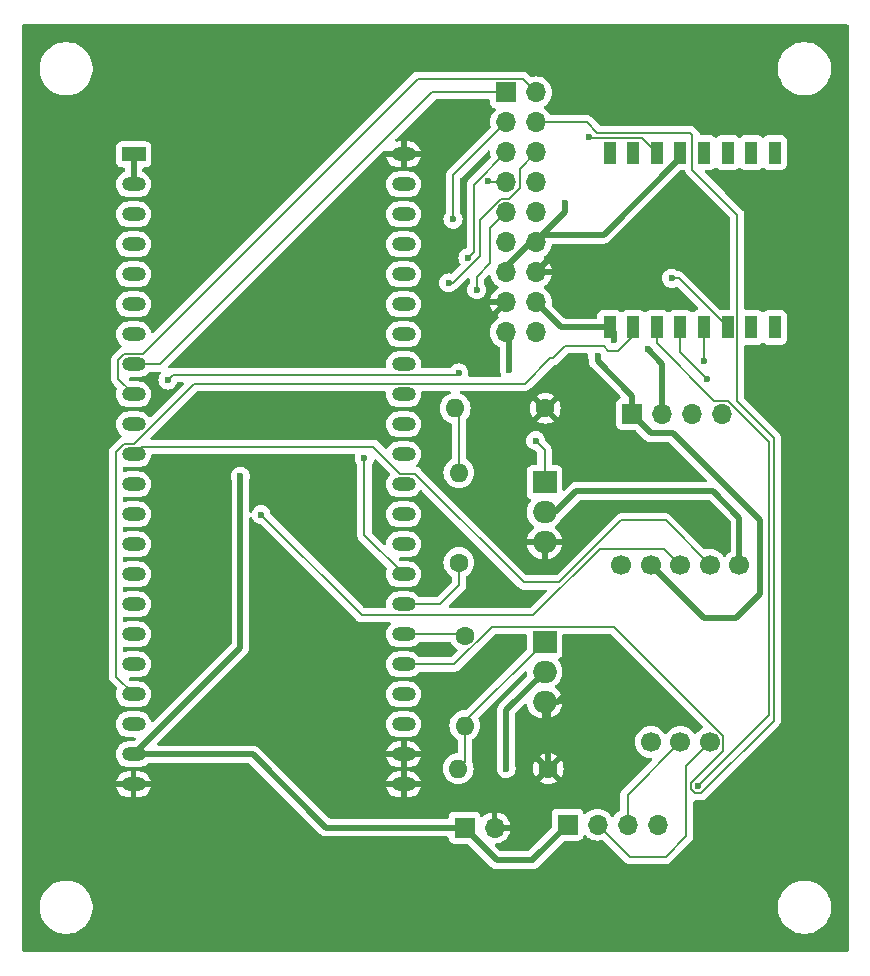
<source format=gbr>
%TF.GenerationSoftware,KiCad,Pcbnew,8.0.5*%
%TF.CreationDate,2025-05-05T01:51:41+02:00*%
%TF.ProjectId,nodo_sensor,6e6f646f-5f73-4656-9e73-6f722e6b6963,rev?*%
%TF.SameCoordinates,Original*%
%TF.FileFunction,Copper,L1,Top*%
%TF.FilePolarity,Positive*%
%FSLAX46Y46*%
G04 Gerber Fmt 4.6, Leading zero omitted, Abs format (unit mm)*
G04 Created by KiCad (PCBNEW 8.0.5) date 2025-05-05 01:51:41*
%MOMM*%
%LPD*%
G01*
G04 APERTURE LIST*
%TA.AperFunction,SMDPad,CuDef*%
%ADD10R,1.050000X1.950000*%
%TD*%
%TA.AperFunction,ComponentPad*%
%ADD11C,1.600000*%
%TD*%
%TA.AperFunction,ComponentPad*%
%ADD12O,1.600000X1.600000*%
%TD*%
%TA.AperFunction,ComponentPad*%
%ADD13R,1.700000X1.700000*%
%TD*%
%TA.AperFunction,ComponentPad*%
%ADD14O,1.700000X1.700000*%
%TD*%
%TA.AperFunction,ComponentPad*%
%ADD15R,2.000000X1.905000*%
%TD*%
%TA.AperFunction,ComponentPad*%
%ADD16O,2.000000X1.905000*%
%TD*%
%TA.AperFunction,ComponentPad*%
%ADD17C,1.700000*%
%TD*%
%TA.AperFunction,ComponentPad*%
%ADD18R,2.000000X1.200000*%
%TD*%
%TA.AperFunction,ComponentPad*%
%ADD19O,2.000000X1.200000*%
%TD*%
%TA.AperFunction,ViaPad*%
%ADD20C,0.600000*%
%TD*%
%TA.AperFunction,Conductor*%
%ADD21C,0.500000*%
%TD*%
%TA.AperFunction,Conductor*%
%ADD22C,0.200000*%
%TD*%
G04 APERTURE END LIST*
D10*
%TO.P,LoRaSX1,1,ANT*%
%TO.N,unconnected-(LoRaSX1-ANT-Pad1)*%
X173750000Y-80850000D03*
%TO.P,LoRaSX1,2,GND*%
%TO.N,unconnected-(LoRaSX1-GND-Pad2)*%
X171750000Y-80850000D03*
%TO.P,LoRaSX1,3,DI03*%
%TO.N,unconnected-(LoRaSX1-DI03-Pad3)*%
X169750000Y-80850000D03*
%TO.P,LoRaSX1,4,DI04*%
%TO.N,unconnected-(LoRaSX1-DI04-Pad4)*%
X167750000Y-80850000D03*
%TO.P,LoRaSX1,5,VCC*%
%TO.N,+3V3*%
X165750000Y-80850000D03*
%TO.P,LoRaSX1,6,DI00*%
%TO.N,Net-(LoRaSX1-DI00)*%
X163750000Y-80850000D03*
%TO.P,LoRaSX1,7,DI01*%
%TO.N,unconnected-(LoRaSX1-DI01-Pad7)*%
X161750000Y-80850000D03*
%TO.P,LoRaSX1,8,DI02*%
%TO.N,unconnected-(LoRaSX1-DI02-Pad8)*%
X159750000Y-80850000D03*
%TO.P,LoRaSX1,9,GND*%
%TO.N,/retorno3V3*%
X159750000Y-95650000D03*
%TO.P,LoRaSX1,10,MISO*%
%TO.N,Net-(LoRaSX1-MISO)*%
X161750000Y-95650000D03*
%TO.P,LoRaSX1,11,MOSI*%
%TO.N,Net-(LoRaSX1-MOSI)*%
X163750000Y-95650000D03*
%TO.P,LoRaSX1,12,SCK*%
%TO.N,Net-(LoRaSX1-SCK)*%
X165750000Y-95650000D03*
%TO.P,LoRaSX1,13,NSS*%
%TO.N,Net-(LoRaSX1-NSS)*%
X167750000Y-95650000D03*
%TO.P,LoRaSX1,14,RST*%
%TO.N,Net-(LoRaSX1-RST)*%
X169750000Y-95650000D03*
%TO.P,LoRaSX1,15,DI05*%
%TO.N,unconnected-(LoRaSX1-DI05-Pad15)*%
X171750000Y-95650000D03*
%TO.P,LoRaSX1,16,GND*%
%TO.N,unconnected-(LoRaSX1-GND-Pad16)*%
X173750000Y-95650000D03*
%TD*%
D11*
%TO.P,RS1,1*%
%TO.N,GND*%
X154310000Y-102500000D03*
D12*
%TO.P,RS1,2*%
%TO.N,Net-(Q1-G)*%
X146690000Y-102500000D03*
%TD*%
D13*
%TO.P,J3,1,Pin_1*%
%TO.N,+5V*%
X156200000Y-137750000D03*
D14*
%TO.P,J3,2,Pin_2*%
%TO.N,Net-(J3-Pin_2)*%
X158740000Y-137750000D03*
%TO.P,J3,3,Pin_3*%
%TO.N,Net-(J3-Pin_3)*%
X161280000Y-137750000D03*
%TO.P,J3,4,Pin_4*%
%TO.N,/retorno5V*%
X163820000Y-137750000D03*
%TD*%
D13*
%TO.P,J1,1,Pin_1*%
%TO.N,+5V*%
X147475000Y-138000000D03*
D14*
%TO.P,J1,2,Pin_2*%
%TO.N,GND*%
X150015000Y-138000000D03*
%TD*%
D15*
%TO.P,Q2,1,G*%
%TO.N,Net-(Q2-G)*%
X154250000Y-122250000D03*
D16*
%TO.P,Q2,2,D*%
%TO.N,/retorno5V*%
X154250000Y-124790000D03*
%TO.P,Q2,3,S*%
%TO.N,GND*%
X154250000Y-127330000D03*
%TD*%
D17*
%TO.P,MAX1,1,EN*%
%TO.N,Net-(MAX1-EN)*%
X160750000Y-115750000D03*
%TO.P,MAX1,2,VCC*%
%TO.N,+3V3*%
X163250000Y-115750000D03*
%TO.P,MAX1,3,RXD*%
%TO.N,Net-(MAX1-RXD)*%
X165750000Y-115750000D03*
%TO.P,MAX1,4,TXD*%
%TO.N,Net-(MAX1-TXD)*%
X168250000Y-115750000D03*
%TO.P,MAX1,5,GND*%
%TO.N,/retorno3V3*%
X170750000Y-115750000D03*
%TO.P,MAX1,6,GND*%
%TO.N,unconnected-(MAX1-GND-Pad6)*%
X163250000Y-130750000D03*
%TO.P,MAX1,7,A*%
%TO.N,Net-(J3-Pin_3)*%
X165750000Y-130750000D03*
%TO.P,MAX1,8,B*%
%TO.N,Net-(J3-Pin_2)*%
X168250000Y-130750000D03*
%TD*%
D13*
%TO.P,J2,1,Pin_1*%
%TO.N,+3V3*%
X161670000Y-103000000D03*
D14*
%TO.P,J2,2,Pin_2*%
%TO.N,/retorno3V3*%
X164210000Y-103000000D03*
%TO.P,J2,3,Pin_3*%
%TO.N,/gpio9*%
X166750000Y-103000000D03*
%TO.P,J2,4,Pin_4*%
%TO.N,/gpio8*%
X169290000Y-103000000D03*
%TD*%
D15*
%TO.P,Q1,1,G*%
%TO.N,Net-(Q1-G)*%
X154250000Y-108750000D03*
D16*
%TO.P,Q1,2,D*%
%TO.N,/retorno3V3*%
X154250000Y-111290000D03*
%TO.P,Q1,3,S*%
%TO.N,GND*%
X154250000Y-113830000D03*
%TD*%
D11*
%TO.P,RG2,1*%
%TO.N,Net-(U1-GPIO47)*%
X147500000Y-121750000D03*
D12*
%TO.P,RG2,2*%
%TO.N,Net-(Q2-G)*%
X147500000Y-129370000D03*
%TD*%
D18*
%TO.P,U1,1,3V3*%
%TO.N,+3V3*%
X119455000Y-81008120D03*
D19*
%TO.P,U1,2,3V3*%
X119455000Y-83548120D03*
%TO.P,U1,3,CHIP_PU*%
%TO.N,unconnected-(U1-CHIP_PU-Pad3)*%
X119455000Y-86088120D03*
%TO.P,U1,4,GPIO4/ADC1_CH3*%
%TO.N,Net-(LoRaSX1-DI00)*%
X119455000Y-88628120D03*
%TO.P,U1,5,GPIO5/ADC1_CH4*%
%TO.N,Net-(LoRaSX1-RST)*%
X119455000Y-91168120D03*
%TO.P,U1,6,GPIO6/ADC1_CH5*%
%TO.N,/gpio6ext*%
X119455000Y-93708120D03*
%TO.P,U1,7,GPIO7/ADC1_CH6*%
%TO.N,/gpio7ext*%
X119455000Y-96248120D03*
%TO.P,U1,8,GPIO15/ADC2_CH4/32K_P*%
%TO.N,/gpio15ext*%
X119455000Y-98788120D03*
%TO.P,U1,9,GPIO16/ADC2_CH5/32K_N*%
%TO.N,/gpio16ext*%
X119455000Y-101328120D03*
%TO.P,U1,10,GPIO17/ADC2_CH6*%
%TO.N,Net-(MAX1-RXD)*%
X119455000Y-103868120D03*
%TO.P,U1,11,GPIO18/ADC2_CH7*%
%TO.N,Net-(MAX1-TXD)*%
X119455000Y-106408120D03*
%TO.P,U1,12,GPIO8/ADC1_CH7*%
%TO.N,/gpio8*%
X119455000Y-108948120D03*
%TO.P,U1,13,GPIO3/ADC1_CH2*%
%TO.N,/gpio3ext*%
X119455000Y-111488120D03*
%TO.P,U1,14,GPIO46*%
%TO.N,/gpio46ext*%
X119455000Y-114028120D03*
%TO.P,U1,15,GPIO9/ADC1_CH8*%
%TO.N,/gpio9*%
X119455000Y-116568120D03*
%TO.P,U1,16,GPIO10/ADC1_CH9*%
%TO.N,Net-(LoRaSX1-NSS)*%
X119455000Y-119108120D03*
%TO.P,U1,17,GPIO11/ADC2_CH0*%
%TO.N,/gpio11ext*%
X119455000Y-121648120D03*
%TO.P,U1,18,GPIO12/ADC2_CH1*%
%TO.N,Net-(LoRaSX1-SCK)*%
X119455000Y-124188120D03*
%TO.P,U1,19,GPIO13/ADC2_CH2*%
%TO.N,Net-(LoRaSX1-MISO)*%
X119455000Y-126728120D03*
%TO.P,U1,20,GPIO14/ADC2_CH3*%
%TO.N,Net-(LoRaSX1-MOSI)*%
X119451320Y-129265400D03*
%TO.P,U1,21,5V*%
%TO.N,+5V*%
X119451320Y-131805400D03*
%TO.P,U1,22,GND*%
%TO.N,GND*%
X119451320Y-134345400D03*
%TO.P,U1,23,GND*%
X142315000Y-134348120D03*
%TO.P,U1,24,GND*%
X142315000Y-131808120D03*
%TO.P,U1,25,GPIO19/USB_D-*%
%TO.N,Net-(MAX1-EN)*%
X142315000Y-129268120D03*
%TO.P,U1,26,GPIO20/USB_D+*%
%TO.N,unconnected-(U1-GPIO20{slash}USB_D+-Pad26)*%
X142315000Y-126728120D03*
%TO.P,U1,27,GPIO21*%
%TO.N,/gpio21ext*%
X142315000Y-124188120D03*
%TO.P,U1,28,GPIO47*%
%TO.N,Net-(U1-GPIO47)*%
X142315000Y-121648120D03*
%TO.P,U1,29,GPIO48*%
%TO.N,Net-(U1-GPIO48)*%
X142315000Y-119108120D03*
%TO.P,U1,30,GPIO45*%
%TO.N,/gpio45ext*%
X142315000Y-116568120D03*
%TO.P,U1,31,GPIO0*%
%TO.N,/gpio0text*%
X142315000Y-114028120D03*
%TO.P,U1,32,GPIO35*%
%TO.N,/gpio35ext*%
X142315000Y-111488120D03*
%TO.P,U1,33,GPIO36*%
%TO.N,/gpio36ext*%
X142315000Y-108948120D03*
%TO.P,U1,34,GPIO37*%
%TO.N,/gpio37ext*%
X142315000Y-106408120D03*
%TO.P,U1,35,GPIO38*%
%TO.N,/gpio38ext*%
X142315000Y-103868120D03*
%TO.P,U1,36,GPIO39/MTCK*%
%TO.N,/gpio39ext*%
X142315000Y-101328120D03*
%TO.P,U1,37,GPIO40/MTDO*%
%TO.N,/gpio40ext*%
X142315000Y-98788120D03*
%TO.P,U1,38,GPIO41/MTDI*%
%TO.N,/gpio41ext*%
X142315000Y-96248120D03*
%TO.P,U1,39,GPIO42/MTMS*%
%TO.N,/gpio42ext*%
X142315000Y-93708120D03*
%TO.P,U1,40,GPIO2/ADC1_CH1*%
%TO.N,/gpio2ext*%
X142315000Y-91168120D03*
%TO.P,U1,41,GPIO1/ADC1_CH0*%
%TO.N,/gpio1ext*%
X142315000Y-88628120D03*
%TO.P,U1,42,GPIO44/U0RXD*%
%TO.N,/gpio44ext*%
X142315000Y-86088120D03*
%TO.P,U1,43,GPIO43/U0TXD*%
%TO.N,/gpio43ext*%
X142315000Y-83548120D03*
%TO.P,U1,44,GND*%
%TO.N,GND*%
X142315000Y-81008120D03*
%TD*%
D11*
%TO.P,RS2,1*%
%TO.N,GND*%
X154560000Y-133000000D03*
D12*
%TO.P,RS2,2*%
%TO.N,Net-(Q2-G)*%
X146940000Y-133000000D03*
%TD*%
D11*
%TO.P,RG1,1*%
%TO.N,Net-(U1-GPIO48)*%
X147000000Y-115560000D03*
D12*
%TO.P,RG1,2*%
%TO.N,Net-(Q1-G)*%
X147000000Y-107940000D03*
%TD*%
D13*
%TO.P,J4,1,gpio15*%
%TO.N,/gpio15ext*%
X151000000Y-75750000D03*
D14*
%TO.P,J4,2,Pin_2*%
%TO.N,/gpio16ext*%
X153540000Y-75750000D03*
%TO.P,J4,3,Pin_3*%
%TO.N,/gpio1ext*%
X151000000Y-78290000D03*
%TO.P,J4,4,Pin_4*%
%TO.N,/gpio21ext*%
X153540000Y-78290000D03*
%TO.P,J4,5,Pin_5*%
%TO.N,/gpio39ext*%
X151000000Y-80830000D03*
%TO.P,J4,6,Pin_6*%
%TO.N,/gpio40ext*%
X153540000Y-80830000D03*
%TO.P,J4,7,Pin_7*%
%TO.N,/gpio43ext*%
X151000000Y-83370000D03*
%TO.P,J4,8,Pin_8*%
%TO.N,/gpio44ext*%
X153540000Y-83370000D03*
%TO.P,J4,9,Pin_9*%
%TO.N,/gpio45ext*%
X151000000Y-85910000D03*
%TO.P,J4,10,Pin_10*%
%TO.N,/gpio38ext*%
X153540000Y-85910000D03*
%TO.P,J4,11,Pin_11*%
%TO.N,+5V*%
X151000000Y-88450000D03*
%TO.P,J4,12,Pin_12*%
%TO.N,+3V3*%
X153540000Y-88450000D03*
%TO.P,J4,13,Pin_13*%
X151000000Y-90990000D03*
%TO.P,J4,14,Pin_14*%
%TO.N,GND*%
X153540000Y-90990000D03*
%TO.P,J4,15,Pin_15*%
X151000000Y-93530000D03*
%TO.P,J4,16,Pin_16*%
%TO.N,/retorno3V3*%
X153540000Y-93530000D03*
%TO.P,J4,17,Pin_17*%
%TO.N,/retorno5V*%
X151000000Y-96070000D03*
%TO.P,J4,18*%
%TO.N,N/C*%
X153540000Y-96070000D03*
%TD*%
D20*
%TO.N,+5V*%
X128500000Y-108250000D03*
%TO.N,GND*%
X159750000Y-123000000D03*
X160113603Y-110613603D03*
X166363603Y-110613603D03*
%TO.N,/retorno3V3*%
X160113603Y-96713603D03*
X163000000Y-97500000D03*
%TO.N,+3V3*%
X156000000Y-85110000D03*
X158750000Y-98050000D03*
%TO.N,/retorno5V*%
X151250000Y-99250000D03*
X151000000Y-133000000D03*
%TO.N,/gpio45ext*%
X139000000Y-106750000D03*
X148500000Y-92480000D03*
%TO.N,/gpio39ext*%
X147750000Y-89750000D03*
%TO.N,/gpio40ext*%
X146125000Y-91875000D03*
%TO.N,/gpio43ext*%
X149500000Y-83250000D03*
%TO.N,Net-(LoRaSX1-MOSI)*%
X167250000Y-134500000D03*
%TO.N,Net-(LoRaSX1-SCK)*%
X168000000Y-100000000D03*
%TO.N,Net-(LoRaSX1-DI00)*%
X158000000Y-79500000D03*
%TO.N,Net-(LoRaSX1-RST)*%
X165000000Y-91500000D03*
%TO.N,Net-(LoRaSX1-NSS)*%
X122359060Y-100109060D03*
X147000000Y-99500000D03*
X167750000Y-98500001D03*
%TO.N,Net-(MAX1-RXD)*%
X130250000Y-111500000D03*
%TO.N,Net-(Q1-G)*%
X153500000Y-105250000D03*
%TO.N,/gpio1ext*%
X146500000Y-86500000D03*
%TD*%
D21*
%TO.N,+5V*%
X156200000Y-137750000D02*
X153250000Y-140700000D01*
X128500000Y-108250000D02*
X128500000Y-122756720D01*
X153250000Y-140700000D02*
X153250000Y-140750000D01*
X135750000Y-138000000D02*
X129555400Y-131805400D01*
X150225000Y-140750000D02*
X147475000Y-138000000D01*
X150950000Y-88500000D02*
X151000000Y-88450000D01*
X150950000Y-88500000D02*
X150500000Y-88500000D01*
X128500000Y-122756720D02*
X119451320Y-131805400D01*
X147475000Y-138000000D02*
X135750000Y-138000000D01*
X153250000Y-140750000D02*
X150225000Y-140750000D01*
X129555400Y-131805400D02*
X119451320Y-131805400D01*
%TO.N,GND*%
X159750000Y-123000000D02*
X155420000Y-127330000D01*
X153540000Y-90990000D02*
X153525000Y-90990000D01*
X153540000Y-90990000D02*
X154630000Y-89900000D01*
X142315000Y-134348120D02*
X142516880Y-134550000D01*
X154560000Y-127640000D02*
X154250000Y-127330000D01*
X154750000Y-127830000D02*
X154250000Y-127330000D01*
X154560000Y-133000000D02*
X154560000Y-127640000D01*
X154560000Y-133000000D02*
X154750000Y-132810000D01*
X149880000Y-94650000D02*
X149350000Y-94650000D01*
X151000000Y-93515000D02*
X151000000Y-93530000D01*
X151000000Y-93530000D02*
X149880000Y-94650000D01*
X154630000Y-89900000D02*
X154800000Y-89900000D01*
X160113603Y-110613603D02*
X166363603Y-110613603D01*
X155420000Y-127330000D02*
X154250000Y-127330000D01*
X153330000Y-113830000D02*
X154250000Y-113830000D01*
%TO.N,/retorno3V3*%
X155660000Y-95650000D02*
X153540000Y-93530000D01*
X168500000Y-109500000D02*
X156952500Y-109500000D01*
X170750000Y-115750000D02*
X170750000Y-111750000D01*
X160113603Y-96013603D02*
X159750000Y-95650000D01*
X159750000Y-95650000D02*
X155660000Y-95650000D01*
X155162500Y-111290000D02*
X154250000Y-111290000D01*
X163000000Y-97500000D02*
X164210000Y-98710000D01*
X156952500Y-109500000D02*
X155162500Y-111290000D01*
X160113603Y-96713603D02*
X160113603Y-96013603D01*
X170750000Y-111750000D02*
X168500000Y-109500000D01*
X164210000Y-98710000D02*
X164210000Y-103000000D01*
%TO.N,+3V3*%
X163250000Y-115750000D02*
X167750000Y-120250000D01*
X119455000Y-83548120D02*
X119455000Y-81008120D01*
X159250000Y-87800000D02*
X154190000Y-87800000D01*
X165750000Y-81300000D02*
X159250000Y-87800000D01*
X165100000Y-104600000D02*
X163270000Y-104600000D01*
X153540000Y-88330000D02*
X153540000Y-88450000D01*
X156000000Y-85870000D02*
X153540000Y-88330000D01*
X170500000Y-120250000D02*
X172500000Y-118250000D01*
X161670000Y-101420000D02*
X161670000Y-103000000D01*
X158750000Y-98500000D02*
X161670000Y-101420000D01*
X172500000Y-112000000D02*
X165100000Y-104600000D01*
X165750000Y-80850000D02*
X165750000Y-81300000D01*
X158750000Y-98050000D02*
X158750000Y-98500000D01*
X153121321Y-88450000D02*
X153540000Y-88450000D01*
X172500000Y-118250000D02*
X172500000Y-112000000D01*
X151000000Y-90990000D02*
X151000000Y-90571321D01*
X163270000Y-104600000D02*
X161670000Y-103000000D01*
X151000000Y-90571321D02*
X153121321Y-88450000D01*
X154190000Y-87800000D02*
X153540000Y-88450000D01*
X156000000Y-85110000D02*
X156000000Y-85870000D01*
X167750000Y-120250000D02*
X170500000Y-120250000D01*
D22*
%TO.N,Net-(J3-Pin_3)*%
X165750000Y-130750000D02*
X161280000Y-135220000D01*
X161280000Y-135220000D02*
X161280000Y-137750000D01*
%TO.N,Net-(J3-Pin_2)*%
X166250000Y-132750000D02*
X166250000Y-138750000D01*
X166250000Y-138750000D02*
X164500000Y-140500000D01*
X168250000Y-130750000D02*
X166250000Y-132750000D01*
X161490000Y-140500000D02*
X158740000Y-137750000D01*
X164500000Y-140500000D02*
X161490000Y-140500000D01*
D21*
%TO.N,/retorno5V*%
X151000000Y-133000000D02*
X151000000Y-128040000D01*
X151250000Y-96320000D02*
X151000000Y-96070000D01*
X151250000Y-99250000D02*
X151250000Y-96320000D01*
X151000000Y-128040000D02*
X154250000Y-124790000D01*
D22*
%TO.N,/gpio45ext*%
X149650000Y-87260000D02*
X151000000Y-85910000D01*
X149650000Y-90200000D02*
X149650000Y-87260000D01*
X148500000Y-92480000D02*
X148500000Y-91350000D01*
X139000000Y-106750000D02*
X139000000Y-113253120D01*
X148500000Y-91350000D02*
X149650000Y-90200000D01*
X139000000Y-113253120D02*
X142315000Y-116568120D01*
%TO.N,/gpio39ext*%
X148250000Y-89250000D02*
X148250000Y-83580000D01*
X147750000Y-89750000D02*
X148250000Y-89250000D01*
X148250000Y-83580000D02*
X151000000Y-80830000D01*
%TO.N,/gpio40ext*%
X152150000Y-82220000D02*
X153540000Y-80830000D01*
X152150000Y-83846346D02*
X152150000Y-82220000D01*
X148750000Y-89598529D02*
X148750000Y-86533654D01*
X148750000Y-86533654D02*
X150523654Y-84760000D01*
X146473529Y-91875000D02*
X148750000Y-89598529D01*
X150523654Y-84760000D02*
X151236346Y-84760000D01*
X151236346Y-84760000D02*
X152150000Y-83846346D01*
X146125000Y-91875000D02*
X146473529Y-91875000D01*
%TO.N,/gpio16ext*%
X153540000Y-75750000D02*
X152390000Y-74600000D01*
X120227792Y-97888120D02*
X118682208Y-97888120D01*
X118682208Y-97888120D02*
X118155000Y-98415328D01*
X118155000Y-98415328D02*
X118155000Y-100028120D01*
X143515912Y-74600000D02*
X120227792Y-97888120D01*
X118155000Y-100028120D02*
X119455000Y-101328120D01*
X152390000Y-74600000D02*
X143515912Y-74600000D01*
%TO.N,/gpio15ext*%
X151000000Y-75750000D02*
X144750000Y-75750000D01*
X121711880Y-98788120D02*
X119455000Y-98788120D01*
X144750000Y-75750000D02*
X121711880Y-98788120D01*
%TO.N,/gpio21ext*%
X160123846Y-120997500D02*
X149808135Y-120997500D01*
X167001471Y-135100000D02*
X166650000Y-134748529D01*
X173650000Y-104984314D02*
X173650000Y-128948529D01*
X166650000Y-134251471D02*
X169400000Y-131501471D01*
X166575000Y-79175000D02*
X166775000Y-79375000D01*
X167498529Y-135100000D02*
X167001471Y-135100000D01*
X169400000Y-130273654D02*
X160123846Y-120997500D01*
X170575000Y-101909314D02*
X173650000Y-104984314D01*
X173650000Y-128948529D02*
X167498529Y-135100000D01*
X166650000Y-134748529D02*
X166650000Y-134251471D01*
X149808135Y-120997500D02*
X146617515Y-124188120D01*
X166775000Y-82325000D02*
X170575000Y-86125000D01*
X170575000Y-86125000D02*
X170575000Y-101909314D01*
X146617515Y-124188120D02*
X142315000Y-124188120D01*
X157841471Y-78290000D02*
X158726471Y-79175000D01*
X158726471Y-79175000D02*
X166575000Y-79175000D01*
X169400000Y-131501471D02*
X169400000Y-130273654D01*
X153540000Y-78290000D02*
X157841471Y-78290000D01*
X166775000Y-79375000D02*
X166775000Y-82325000D01*
%TO.N,/gpio43ext*%
X151000000Y-83370000D02*
X149620000Y-83370000D01*
X149620000Y-83370000D02*
X149500000Y-83250000D01*
%TO.N,Net-(LoRaSX1-MOSI)*%
X119435920Y-129250000D02*
X119451320Y-129265400D01*
X173250000Y-128500000D02*
X167250000Y-134500000D01*
X163750000Y-95650000D02*
X163750000Y-97000000D01*
X163750000Y-97000000D02*
X168600000Y-101850000D01*
X173250000Y-105333654D02*
X173250000Y-128500000D01*
X169766346Y-101850000D02*
X173250000Y-105333654D01*
X168600000Y-101850000D02*
X169766346Y-101850000D01*
%TO.N,Net-(LoRaSX1-SCK)*%
X168000000Y-100000000D02*
X165750000Y-97750000D01*
X118938120Y-124188120D02*
X119455000Y-124188120D01*
X165750000Y-97750000D02*
X165750000Y-95650000D01*
%TO.N,Net-(LoRaSX1-DI00)*%
X163750000Y-80850000D02*
X162475000Y-79575000D01*
X158075000Y-79575000D02*
X158000000Y-79500000D01*
X162475000Y-79575000D02*
X158075000Y-79575000D01*
%TO.N,Net-(LoRaSX1-MISO)*%
X117951320Y-106239008D02*
X117951320Y-125224440D01*
X119500000Y-105508120D02*
X118682208Y-105508120D01*
X159250000Y-97250000D02*
X156000000Y-97250000D01*
X152571880Y-100428120D02*
X124580000Y-100428120D01*
X161750000Y-96349999D02*
X160486396Y-97613603D01*
X117951320Y-125224440D02*
X119455000Y-126728120D01*
X155000000Y-98250000D02*
X154750000Y-98250000D01*
X156000000Y-97250000D02*
X155000000Y-98250000D01*
X154750000Y-98250000D02*
X152571880Y-100428120D01*
X159613603Y-97613603D02*
X159250000Y-97250000D01*
X118682208Y-105508120D02*
X117951320Y-106239008D01*
X161750000Y-95650000D02*
X161750000Y-96349999D01*
X160486396Y-97613603D02*
X159613603Y-97613603D01*
X124580000Y-100428120D02*
X119500000Y-105508120D01*
%TO.N,Net-(LoRaSX1-RST)*%
X165600000Y-91500000D02*
X165000000Y-91500000D01*
X169750000Y-95650000D02*
X165600000Y-91500000D01*
%TO.N,Net-(LoRaSX1-NSS)*%
X122780000Y-99688120D02*
X146811880Y-99688120D01*
X119041880Y-119108120D02*
X119455000Y-119108120D01*
X167750000Y-95650000D02*
X167750000Y-98500001D01*
X122359060Y-100109060D02*
X122780000Y-99688120D01*
X146811880Y-99688120D02*
X147000000Y-99500000D01*
%TO.N,Net-(MAX1-RXD)*%
X164400000Y-114400000D02*
X158915686Y-114400000D01*
X153307566Y-120008120D02*
X138758120Y-120008120D01*
X138758120Y-120008120D02*
X130250000Y-111500000D01*
X165750000Y-115750000D02*
X164400000Y-114400000D01*
X158915686Y-114400000D02*
X153307566Y-120008120D01*
%TO.N,Net-(MAX1-TXD)*%
X142048120Y-108048120D02*
X139750000Y-105750000D01*
X164500000Y-112000000D02*
X160750000Y-112000000D01*
X120113120Y-105750000D02*
X119455000Y-106408120D01*
X143298120Y-108048120D02*
X142048120Y-108048120D01*
X168250000Y-115750000D02*
X164500000Y-112000000D01*
X139750000Y-105750000D02*
X120113120Y-105750000D01*
X155500000Y-117250000D02*
X152500000Y-117250000D01*
X152500000Y-117250000D02*
X143298120Y-108048120D01*
X160750000Y-112000000D02*
X155500000Y-117250000D01*
%TO.N,Net-(Q1-G)*%
X154250000Y-106000000D02*
X153500000Y-105250000D01*
X154250000Y-108750000D02*
X154250000Y-106000000D01*
X147000000Y-102810000D02*
X146690000Y-102500000D01*
X147000000Y-107940000D02*
X147000000Y-102810000D01*
%TO.N,Net-(Q2-G)*%
X147500000Y-129000000D02*
X147500000Y-129370000D01*
X147500000Y-132440000D02*
X146940000Y-133000000D01*
X147500000Y-129370000D02*
X147500000Y-132440000D01*
X154250000Y-122250000D02*
X147500000Y-129000000D01*
%TO.N,Net-(U1-GPIO48)*%
X145391880Y-119108120D02*
X142315000Y-119108120D01*
X147000000Y-115560000D02*
X147000000Y-117500000D01*
X147000000Y-117500000D02*
X145391880Y-119108120D01*
%TO.N,Net-(U1-GPIO47)*%
X142463120Y-121500000D02*
X142315000Y-121648120D01*
X147398120Y-121648120D02*
X147500000Y-121750000D01*
X142315000Y-121648120D02*
X147398120Y-121648120D01*
%TO.N,/gpio1ext*%
X146500000Y-82790000D02*
X146500000Y-86500000D01*
X151000000Y-78290000D02*
X146500000Y-82790000D01*
%TD*%
%TA.AperFunction,Conductor*%
%TO.N,GND*%
G36*
X129455703Y-111703401D02*
G01*
X129491542Y-111756160D01*
X129524210Y-111849521D01*
X129542333Y-111878363D01*
X129620184Y-112002262D01*
X129747738Y-112129816D01*
X129900478Y-112225789D01*
X130070745Y-112285368D01*
X130157669Y-112295161D01*
X130222080Y-112322226D01*
X130231464Y-112330699D01*
X138389404Y-120488640D01*
X138389406Y-120488641D01*
X138389410Y-120488644D01*
X138526329Y-120567693D01*
X138526336Y-120567697D01*
X138679063Y-120608621D01*
X138679065Y-120608621D01*
X138844774Y-120608621D01*
X138844790Y-120608620D01*
X141098796Y-120608620D01*
X141165835Y-120628305D01*
X141211590Y-120681109D01*
X141221534Y-120750267D01*
X141192509Y-120813823D01*
X141186477Y-120820301D01*
X141075588Y-120931189D01*
X141075588Y-120931190D01*
X141075586Y-120931192D01*
X141046187Y-120971656D01*
X140973768Y-121071331D01*
X140895128Y-121225672D01*
X140841597Y-121390422D01*
X140814500Y-121561509D01*
X140814500Y-121734731D01*
X140841598Y-121905821D01*
X140895127Y-122070565D01*
X140973768Y-122224908D01*
X141075586Y-122365048D01*
X141198072Y-122487534D01*
X141338212Y-122589352D01*
X141492555Y-122667993D01*
X141657299Y-122721522D01*
X141828389Y-122748620D01*
X141828390Y-122748620D01*
X142801610Y-122748620D01*
X142801611Y-122748620D01*
X142972701Y-122721522D01*
X143137445Y-122667993D01*
X143291788Y-122589352D01*
X143431928Y-122487534D01*
X143554414Y-122365048D01*
X143601868Y-122299733D01*
X143657197Y-122257069D01*
X143702185Y-122248620D01*
X146218571Y-122248620D01*
X146285610Y-122268305D01*
X146330953Y-122320215D01*
X146369431Y-122402732D01*
X146369432Y-122402734D01*
X146499954Y-122589141D01*
X146660858Y-122750045D01*
X146660861Y-122750047D01*
X146847266Y-122880568D01*
X146847269Y-122880569D01*
X146851957Y-122883276D01*
X146850667Y-122885509D01*
X146895016Y-122924476D01*
X146914238Y-122991649D01*
X146894092Y-123058551D01*
X146877922Y-123078476D01*
X146405099Y-123551301D01*
X146343776Y-123584786D01*
X146317418Y-123587620D01*
X143702185Y-123587620D01*
X143635146Y-123567935D01*
X143601867Y-123536506D01*
X143554414Y-123471192D01*
X143431928Y-123348706D01*
X143291788Y-123246888D01*
X143137445Y-123168247D01*
X142972701Y-123114718D01*
X142972699Y-123114717D01*
X142972698Y-123114717D01*
X142841271Y-123093901D01*
X142801611Y-123087620D01*
X141828389Y-123087620D01*
X141788728Y-123093901D01*
X141657302Y-123114717D01*
X141657299Y-123114718D01*
X141513459Y-123161455D01*
X141492552Y-123168248D01*
X141338211Y-123246888D01*
X141258256Y-123304979D01*
X141198072Y-123348706D01*
X141198070Y-123348708D01*
X141198069Y-123348708D01*
X141075588Y-123471189D01*
X141075588Y-123471190D01*
X141075586Y-123471192D01*
X141031859Y-123531376D01*
X140973768Y-123611331D01*
X140895128Y-123765672D01*
X140841597Y-123930422D01*
X140814500Y-124101509D01*
X140814500Y-124274731D01*
X140841598Y-124445821D01*
X140895127Y-124610565D01*
X140973768Y-124764908D01*
X141075586Y-124905048D01*
X141198072Y-125027534D01*
X141338212Y-125129352D01*
X141492555Y-125207993D01*
X141657299Y-125261522D01*
X141828389Y-125288620D01*
X141828390Y-125288620D01*
X142801610Y-125288620D01*
X142801611Y-125288620D01*
X142972701Y-125261522D01*
X143137445Y-125207993D01*
X143291788Y-125129352D01*
X143431928Y-125027534D01*
X143554414Y-124905048D01*
X143601868Y-124839733D01*
X143657197Y-124797069D01*
X143702185Y-124788620D01*
X146530846Y-124788620D01*
X146530862Y-124788621D01*
X146538458Y-124788621D01*
X146696569Y-124788621D01*
X146696572Y-124788621D01*
X146849300Y-124747697D01*
X146899419Y-124718759D01*
X146986231Y-124668640D01*
X147098035Y-124556836D01*
X147098035Y-124556834D01*
X147108243Y-124546627D01*
X147108244Y-124546624D01*
X150020551Y-121634319D01*
X150081874Y-121600834D01*
X150108232Y-121598000D01*
X152625500Y-121598000D01*
X152692539Y-121617685D01*
X152738294Y-121670489D01*
X152749500Y-121722000D01*
X152749500Y-122849901D01*
X152729815Y-122916940D01*
X152713181Y-122937582D01*
X147620181Y-128030582D01*
X147558858Y-128064067D01*
X147521696Y-128066429D01*
X147500006Y-128064532D01*
X147499998Y-128064532D01*
X147273313Y-128084364D01*
X147273302Y-128084366D01*
X147053511Y-128143258D01*
X147053502Y-128143261D01*
X146847267Y-128239431D01*
X146847265Y-128239432D01*
X146660858Y-128369954D01*
X146499954Y-128530858D01*
X146369432Y-128717265D01*
X146369431Y-128717267D01*
X146273261Y-128923502D01*
X146273258Y-128923511D01*
X146214366Y-129143302D01*
X146214364Y-129143313D01*
X146194532Y-129369998D01*
X146194532Y-129370001D01*
X146214364Y-129596686D01*
X146214366Y-129596697D01*
X146273258Y-129816488D01*
X146273261Y-129816497D01*
X146369431Y-130022732D01*
X146369432Y-130022734D01*
X146499954Y-130209141D01*
X146660858Y-130370045D01*
X146660861Y-130370047D01*
X146846624Y-130500118D01*
X146890248Y-130554693D01*
X146899500Y-130601692D01*
X146899500Y-131584450D01*
X146879815Y-131651489D01*
X146827011Y-131697244D01*
X146786308Y-131707978D01*
X146713312Y-131714364D01*
X146713302Y-131714366D01*
X146493511Y-131773258D01*
X146493502Y-131773261D01*
X146287267Y-131869431D01*
X146287265Y-131869432D01*
X146100858Y-131999954D01*
X145939954Y-132160858D01*
X145809432Y-132347265D01*
X145809431Y-132347267D01*
X145713261Y-132553502D01*
X145713258Y-132553511D01*
X145654366Y-132773302D01*
X145654364Y-132773313D01*
X145634532Y-132999998D01*
X145634532Y-133000001D01*
X145654364Y-133226686D01*
X145654366Y-133226697D01*
X145713258Y-133446488D01*
X145713261Y-133446497D01*
X145809431Y-133652732D01*
X145809432Y-133652734D01*
X145939954Y-133839141D01*
X146100858Y-134000045D01*
X146147693Y-134032839D01*
X146287266Y-134130568D01*
X146493504Y-134226739D01*
X146713308Y-134285635D01*
X146875230Y-134299801D01*
X146939998Y-134305468D01*
X146940000Y-134305468D01*
X146940002Y-134305468D01*
X146996673Y-134300509D01*
X147166692Y-134285635D01*
X147386496Y-134226739D01*
X147592734Y-134130568D01*
X147779139Y-134000047D01*
X147940047Y-133839139D01*
X148070568Y-133652734D01*
X148166739Y-133446496D01*
X148225635Y-133226692D01*
X148245468Y-133000000D01*
X148225635Y-132773308D01*
X148166739Y-132553504D01*
X148112119Y-132436371D01*
X148100501Y-132383966D01*
X148100501Y-132353347D01*
X148100500Y-132353329D01*
X148100500Y-130601692D01*
X148120185Y-130534653D01*
X148153374Y-130500119D01*
X148339139Y-130370047D01*
X148500047Y-130209139D01*
X148630568Y-130022734D01*
X148726739Y-129816496D01*
X148785635Y-129596692D01*
X148805468Y-129370000D01*
X148785635Y-129143308D01*
X148726739Y-128923504D01*
X148667706Y-128796910D01*
X148657215Y-128727834D01*
X148685735Y-128664050D01*
X148692395Y-128656838D01*
X152537819Y-124811415D01*
X152599142Y-124777930D01*
X152668834Y-124782914D01*
X152724767Y-124824786D01*
X152749184Y-124890250D01*
X152749500Y-124899096D01*
X152749500Y-124904354D01*
X152749499Y-124904354D01*
X152784022Y-125122322D01*
X152775067Y-125191615D01*
X152749230Y-125229400D01*
X150417050Y-127561581D01*
X150417049Y-127561582D01*
X150372258Y-127628619D01*
X150372257Y-127628620D01*
X150334914Y-127684507D01*
X150278343Y-127821082D01*
X150278340Y-127821092D01*
X150249500Y-127966079D01*
X150249500Y-132700028D01*
X150242542Y-132740982D01*
X150214631Y-132820747D01*
X150194435Y-132999996D01*
X150194435Y-133000003D01*
X150214630Y-133179249D01*
X150214631Y-133179254D01*
X150274211Y-133349523D01*
X150335031Y-133446317D01*
X150370184Y-133502262D01*
X150497738Y-133629816D01*
X150650478Y-133725789D01*
X150773611Y-133768875D01*
X150820745Y-133785368D01*
X150820750Y-133785369D01*
X150999996Y-133805565D01*
X151000000Y-133805565D01*
X151000004Y-133805565D01*
X151179249Y-133785369D01*
X151179252Y-133785368D01*
X151179255Y-133785368D01*
X151349522Y-133725789D01*
X151502262Y-133629816D01*
X151629816Y-133502262D01*
X151725789Y-133349522D01*
X151785368Y-133179255D01*
X151805565Y-133000000D01*
X151805565Y-132999997D01*
X153255034Y-132999997D01*
X153255034Y-133000002D01*
X153274858Y-133226599D01*
X153274860Y-133226610D01*
X153333730Y-133446317D01*
X153333735Y-133446331D01*
X153429863Y-133652478D01*
X153480974Y-133725472D01*
X154160000Y-133046446D01*
X154160000Y-133052661D01*
X154187259Y-133154394D01*
X154239920Y-133245606D01*
X154314394Y-133320080D01*
X154405606Y-133372741D01*
X154507339Y-133400000D01*
X154513553Y-133400000D01*
X153834526Y-134079025D01*
X153907513Y-134130132D01*
X153907521Y-134130136D01*
X154113668Y-134226264D01*
X154113682Y-134226269D01*
X154333389Y-134285139D01*
X154333400Y-134285141D01*
X154559998Y-134304966D01*
X154560002Y-134304966D01*
X154786599Y-134285141D01*
X154786610Y-134285139D01*
X155006317Y-134226269D01*
X155006331Y-134226264D01*
X155212478Y-134130136D01*
X155285471Y-134079024D01*
X154606447Y-133400000D01*
X154612661Y-133400000D01*
X154714394Y-133372741D01*
X154805606Y-133320080D01*
X154880080Y-133245606D01*
X154932741Y-133154394D01*
X154960000Y-133052661D01*
X154960000Y-133046447D01*
X155639024Y-133725471D01*
X155690136Y-133652478D01*
X155786264Y-133446331D01*
X155786269Y-133446317D01*
X155845139Y-133226610D01*
X155845141Y-133226599D01*
X155864966Y-133000002D01*
X155864966Y-132999997D01*
X155845141Y-132773400D01*
X155845139Y-132773389D01*
X155786269Y-132553682D01*
X155786264Y-132553668D01*
X155690136Y-132347521D01*
X155690132Y-132347513D01*
X155639025Y-132274526D01*
X154960000Y-132953551D01*
X154960000Y-132947339D01*
X154932741Y-132845606D01*
X154880080Y-132754394D01*
X154805606Y-132679920D01*
X154714394Y-132627259D01*
X154612661Y-132600000D01*
X154606448Y-132600000D01*
X155285472Y-131920974D01*
X155212478Y-131869863D01*
X155006331Y-131773735D01*
X155006317Y-131773730D01*
X154786610Y-131714860D01*
X154786599Y-131714858D01*
X154560002Y-131695034D01*
X154559998Y-131695034D01*
X154333400Y-131714858D01*
X154333389Y-131714860D01*
X154113682Y-131773730D01*
X154113673Y-131773734D01*
X153907516Y-131869866D01*
X153907512Y-131869868D01*
X153834526Y-131920973D01*
X153834526Y-131920974D01*
X154513553Y-132600000D01*
X154507339Y-132600000D01*
X154405606Y-132627259D01*
X154314394Y-132679920D01*
X154239920Y-132754394D01*
X154187259Y-132845606D01*
X154160000Y-132947339D01*
X154160000Y-132953552D01*
X153480974Y-132274526D01*
X153480973Y-132274526D01*
X153429868Y-132347512D01*
X153429866Y-132347516D01*
X153333734Y-132553673D01*
X153333730Y-132553682D01*
X153274860Y-132773389D01*
X153274858Y-132773400D01*
X153255034Y-132999997D01*
X151805565Y-132999997D01*
X151805422Y-132998735D01*
X151786305Y-132829060D01*
X151785368Y-132820745D01*
X151757458Y-132740982D01*
X151750500Y-132700028D01*
X151750500Y-128402229D01*
X151770185Y-128335190D01*
X151786814Y-128314553D01*
X152565209Y-127536158D01*
X152626531Y-127502674D01*
X152696223Y-127507658D01*
X152752156Y-127549530D01*
X152775362Y-127604442D01*
X152785765Y-127670124D01*
X152785765Y-127670125D01*
X152856417Y-127887568D01*
X152960211Y-128091276D01*
X153094597Y-128276242D01*
X153256257Y-128437902D01*
X153441223Y-128572288D01*
X153644929Y-128676082D01*
X153862371Y-128746734D01*
X154000000Y-128768532D01*
X154000000Y-127820747D01*
X154037708Y-127842518D01*
X154177591Y-127880000D01*
X154322409Y-127880000D01*
X154462292Y-127842518D01*
X154500000Y-127820747D01*
X154500000Y-128768531D01*
X154637628Y-128746734D01*
X154855070Y-128676082D01*
X155058776Y-128572288D01*
X155243742Y-128437902D01*
X155405402Y-128276242D01*
X155539788Y-128091276D01*
X155643582Y-127887570D01*
X155714234Y-127670128D01*
X155728509Y-127580000D01*
X154740748Y-127580000D01*
X154762518Y-127542292D01*
X154800000Y-127402409D01*
X154800000Y-127257591D01*
X154762518Y-127117708D01*
X154740748Y-127080000D01*
X155728509Y-127080000D01*
X155714234Y-126989871D01*
X155643582Y-126772429D01*
X155539788Y-126568723D01*
X155405402Y-126383757D01*
X155243742Y-126222097D01*
X155159135Y-126160626D01*
X155116470Y-126105296D01*
X155110491Y-126035682D01*
X155143097Y-125973887D01*
X155159125Y-125959999D01*
X155244066Y-125898286D01*
X155405786Y-125736566D01*
X155540217Y-125551538D01*
X155644048Y-125347758D01*
X155694782Y-125191615D01*
X155714721Y-125130249D01*
X155714721Y-125130248D01*
X155714722Y-125130245D01*
X155750500Y-124904354D01*
X155750500Y-124675646D01*
X155714722Y-124449755D01*
X155714721Y-124449751D01*
X155714721Y-124449750D01*
X155644049Y-124232244D01*
X155540216Y-124028461D01*
X155407472Y-123845755D01*
X155383994Y-123779953D01*
X155399819Y-123711899D01*
X155449925Y-123663204D01*
X155464455Y-123656692D01*
X155492331Y-123646296D01*
X155607546Y-123560046D01*
X155693796Y-123444831D01*
X155744091Y-123309983D01*
X155750500Y-123250373D01*
X155750499Y-121721999D01*
X155770184Y-121654961D01*
X155822987Y-121609206D01*
X155874499Y-121598000D01*
X159823749Y-121598000D01*
X159890788Y-121617685D01*
X159911430Y-121634319D01*
X167638521Y-129361411D01*
X167672006Y-129422734D01*
X167667022Y-129492426D01*
X167625150Y-129548359D01*
X167603247Y-129561473D01*
X167572172Y-129575963D01*
X167572169Y-129575965D01*
X167378597Y-129711505D01*
X167211505Y-129878597D01*
X167101575Y-130035595D01*
X167046998Y-130079220D01*
X166977500Y-130086414D01*
X166915145Y-130054891D01*
X166898425Y-130035595D01*
X166788494Y-129878597D01*
X166621402Y-129711506D01*
X166621395Y-129711501D01*
X166427834Y-129575967D01*
X166427830Y-129575965D01*
X166320296Y-129525821D01*
X166213663Y-129476097D01*
X166213659Y-129476096D01*
X166213655Y-129476094D01*
X165985413Y-129414938D01*
X165985403Y-129414936D01*
X165750001Y-129394341D01*
X165749999Y-129394341D01*
X165514596Y-129414936D01*
X165514586Y-129414938D01*
X165286344Y-129476094D01*
X165286335Y-129476098D01*
X165072171Y-129575964D01*
X165072169Y-129575965D01*
X164878597Y-129711505D01*
X164711505Y-129878597D01*
X164601575Y-130035595D01*
X164546998Y-130079220D01*
X164477500Y-130086414D01*
X164415145Y-130054891D01*
X164398425Y-130035595D01*
X164288494Y-129878597D01*
X164121402Y-129711506D01*
X164121395Y-129711501D01*
X163927834Y-129575967D01*
X163927830Y-129575965D01*
X163820296Y-129525821D01*
X163713663Y-129476097D01*
X163713659Y-129476096D01*
X163713655Y-129476094D01*
X163485413Y-129414938D01*
X163485403Y-129414936D01*
X163250001Y-129394341D01*
X163249999Y-129394341D01*
X163014596Y-129414936D01*
X163014586Y-129414938D01*
X162786344Y-129476094D01*
X162786335Y-129476098D01*
X162572171Y-129575964D01*
X162572169Y-129575965D01*
X162378597Y-129711505D01*
X162211505Y-129878597D01*
X162075965Y-130072169D01*
X162075964Y-130072171D01*
X161976098Y-130286335D01*
X161976094Y-130286344D01*
X161914938Y-130514586D01*
X161914936Y-130514596D01*
X161894341Y-130749999D01*
X161894341Y-130750000D01*
X161914936Y-130985403D01*
X161914938Y-130985413D01*
X161976094Y-131213655D01*
X161976096Y-131213659D01*
X161976097Y-131213663D01*
X161983068Y-131228612D01*
X162075965Y-131427830D01*
X162075967Y-131427834D01*
X162159898Y-131547699D01*
X162211505Y-131621401D01*
X162378599Y-131788495D01*
X162475384Y-131856265D01*
X162572165Y-131924032D01*
X162572167Y-131924033D01*
X162572170Y-131924035D01*
X162786337Y-132023903D01*
X163014592Y-132085063D01*
X163212705Y-132102396D01*
X163255394Y-132106131D01*
X163255192Y-132108433D01*
X163312782Y-132125344D01*
X163358537Y-132178148D01*
X163368481Y-132247306D01*
X163339456Y-132310862D01*
X163333424Y-132317340D01*
X160799481Y-134851282D01*
X160799477Y-134851287D01*
X160758696Y-134921924D01*
X160751418Y-134934530D01*
X160720423Y-134988215D01*
X160679499Y-135140943D01*
X160679499Y-135140945D01*
X160679499Y-135309046D01*
X160679500Y-135309059D01*
X160679500Y-136460908D01*
X160659815Y-136527947D01*
X160607914Y-136573286D01*
X160602173Y-136575963D01*
X160602169Y-136575965D01*
X160408597Y-136711505D01*
X160241505Y-136878597D01*
X160111575Y-137064158D01*
X160056998Y-137107783D01*
X159987500Y-137114977D01*
X159925145Y-137083454D01*
X159908425Y-137064158D01*
X159778494Y-136878597D01*
X159611402Y-136711506D01*
X159611395Y-136711501D01*
X159603827Y-136706202D01*
X159572521Y-136684281D01*
X159417834Y-136575967D01*
X159417830Y-136575965D01*
X159412085Y-136573286D01*
X159203663Y-136476097D01*
X159203659Y-136476096D01*
X159203655Y-136476094D01*
X158975413Y-136414938D01*
X158975403Y-136414936D01*
X158740001Y-136394341D01*
X158739999Y-136394341D01*
X158504596Y-136414936D01*
X158504586Y-136414938D01*
X158276344Y-136476094D01*
X158276335Y-136476098D01*
X158062171Y-136575964D01*
X158062169Y-136575965D01*
X157868600Y-136711503D01*
X157746673Y-136833430D01*
X157685350Y-136866914D01*
X157615658Y-136861930D01*
X157559725Y-136820058D01*
X157542810Y-136789081D01*
X157493797Y-136657671D01*
X157493793Y-136657664D01*
X157407547Y-136542455D01*
X157407544Y-136542452D01*
X157292335Y-136456206D01*
X157292328Y-136456202D01*
X157157482Y-136405908D01*
X157157483Y-136405908D01*
X157097883Y-136399501D01*
X157097881Y-136399500D01*
X157097873Y-136399500D01*
X157097864Y-136399500D01*
X155302129Y-136399500D01*
X155302123Y-136399501D01*
X155242516Y-136405908D01*
X155107671Y-136456202D01*
X155107664Y-136456206D01*
X154992455Y-136542452D01*
X154992452Y-136542455D01*
X154906206Y-136657664D01*
X154906202Y-136657671D01*
X154855908Y-136792517D01*
X154849501Y-136852116D01*
X154849500Y-136852135D01*
X154849500Y-137987769D01*
X154829815Y-138054808D01*
X154813181Y-138075450D01*
X152925451Y-139963181D01*
X152864128Y-139996666D01*
X152837770Y-139999500D01*
X150587229Y-139999500D01*
X150520190Y-139979815D01*
X150499548Y-139963181D01*
X150089490Y-139553123D01*
X150056005Y-139491800D01*
X150060989Y-139422108D01*
X150102861Y-139366175D01*
X150166364Y-139341914D01*
X150250315Y-139334569D01*
X150250326Y-139334567D01*
X150478483Y-139273433D01*
X150478492Y-139273429D01*
X150692578Y-139173600D01*
X150886082Y-139038105D01*
X151053105Y-138871082D01*
X151188600Y-138677578D01*
X151288429Y-138463492D01*
X151288432Y-138463486D01*
X151345636Y-138250000D01*
X150448012Y-138250000D01*
X150480925Y-138192993D01*
X150515000Y-138065826D01*
X150515000Y-137934174D01*
X150480925Y-137807007D01*
X150448012Y-137750000D01*
X151345636Y-137750000D01*
X151345635Y-137749999D01*
X151288432Y-137536513D01*
X151288429Y-137536507D01*
X151188600Y-137322422D01*
X151188599Y-137322420D01*
X151053113Y-137128926D01*
X151053108Y-137128920D01*
X150886082Y-136961894D01*
X150692578Y-136826399D01*
X150478492Y-136726570D01*
X150478486Y-136726567D01*
X150265000Y-136669364D01*
X150265000Y-137566988D01*
X150207993Y-137534075D01*
X150080826Y-137500000D01*
X149949174Y-137500000D01*
X149822007Y-137534075D01*
X149765000Y-137566988D01*
X149765000Y-136669364D01*
X149764999Y-136669364D01*
X149551513Y-136726567D01*
X149551507Y-136726570D01*
X149337422Y-136826399D01*
X149337420Y-136826400D01*
X149143926Y-136961886D01*
X149021865Y-137083947D01*
X148960542Y-137117431D01*
X148890850Y-137112447D01*
X148834917Y-137070575D01*
X148818002Y-137039598D01*
X148768797Y-136907671D01*
X148768793Y-136907664D01*
X148682547Y-136792455D01*
X148682544Y-136792452D01*
X148567335Y-136706206D01*
X148567328Y-136706202D01*
X148432482Y-136655908D01*
X148432483Y-136655908D01*
X148372883Y-136649501D01*
X148372881Y-136649500D01*
X148372873Y-136649500D01*
X148372864Y-136649500D01*
X146577129Y-136649500D01*
X146577123Y-136649501D01*
X146517516Y-136655908D01*
X146382671Y-136706202D01*
X146382664Y-136706206D01*
X146267455Y-136792452D01*
X146267452Y-136792455D01*
X146181206Y-136907664D01*
X146181202Y-136907671D01*
X146130908Y-137042517D01*
X146124501Y-137102116D01*
X146124500Y-137102135D01*
X146124500Y-137125500D01*
X146104815Y-137192539D01*
X146052011Y-137238294D01*
X146000500Y-137249500D01*
X136112229Y-137249500D01*
X136045190Y-137229815D01*
X136024548Y-137213181D01*
X132909487Y-134098119D01*
X140840884Y-134098119D01*
X140840885Y-134098120D01*
X141999314Y-134098120D01*
X141994920Y-134102514D01*
X141942259Y-134193726D01*
X141915000Y-134295459D01*
X141915000Y-134400781D01*
X141942259Y-134502514D01*
X141994920Y-134593726D01*
X141999314Y-134598120D01*
X140840885Y-134598120D01*
X140842085Y-134605704D01*
X140895591Y-134770375D01*
X140974195Y-134924644D01*
X141075967Y-135064722D01*
X141198397Y-135187152D01*
X141338475Y-135288924D01*
X141492742Y-135367528D01*
X141657415Y-135421034D01*
X141828429Y-135448120D01*
X142065000Y-135448120D01*
X142065000Y-134663806D01*
X142069394Y-134668200D01*
X142160606Y-134720861D01*
X142262339Y-134748120D01*
X142367661Y-134748120D01*
X142469394Y-134720861D01*
X142560606Y-134668200D01*
X142565000Y-134663806D01*
X142565000Y-135448120D01*
X142801571Y-135448120D01*
X142972584Y-135421034D01*
X143137257Y-135367528D01*
X143291524Y-135288924D01*
X143431602Y-135187152D01*
X143554032Y-135064722D01*
X143655804Y-134924644D01*
X143734408Y-134770375D01*
X143787914Y-134605704D01*
X143789115Y-134598120D01*
X142630686Y-134598120D01*
X142635080Y-134593726D01*
X142687741Y-134502514D01*
X142715000Y-134400781D01*
X142715000Y-134295459D01*
X142687741Y-134193726D01*
X142635080Y-134102514D01*
X142630686Y-134098120D01*
X143789115Y-134098120D01*
X143789115Y-134098119D01*
X143787914Y-134090535D01*
X143734408Y-133925864D01*
X143655804Y-133771595D01*
X143554032Y-133631517D01*
X143431602Y-133509087D01*
X143291524Y-133407315D01*
X143137257Y-133328711D01*
X142972584Y-133275205D01*
X142801571Y-133248120D01*
X142565000Y-133248120D01*
X142565000Y-134032434D01*
X142560606Y-134028040D01*
X142469394Y-133975379D01*
X142367661Y-133948120D01*
X142262339Y-133948120D01*
X142160606Y-133975379D01*
X142069394Y-134028040D01*
X142065000Y-134032434D01*
X142065000Y-133248120D01*
X141828429Y-133248120D01*
X141657415Y-133275205D01*
X141492742Y-133328711D01*
X141338475Y-133407315D01*
X141198397Y-133509087D01*
X141075967Y-133631517D01*
X140974195Y-133771595D01*
X140895591Y-133925864D01*
X140842085Y-134090535D01*
X140840884Y-134098119D01*
X132909487Y-134098119D01*
X130369488Y-131558119D01*
X140840884Y-131558119D01*
X140840885Y-131558120D01*
X141999314Y-131558120D01*
X141994920Y-131562514D01*
X141942259Y-131653726D01*
X141915000Y-131755459D01*
X141915000Y-131860781D01*
X141942259Y-131962514D01*
X141994920Y-132053726D01*
X141999314Y-132058120D01*
X140840885Y-132058120D01*
X140842085Y-132065704D01*
X140895591Y-132230375D01*
X140974195Y-132384644D01*
X141075967Y-132524722D01*
X141198397Y-132647152D01*
X141338475Y-132748924D01*
X141492742Y-132827528D01*
X141657415Y-132881034D01*
X141828429Y-132908120D01*
X142065000Y-132908120D01*
X142065000Y-132123806D01*
X142069394Y-132128200D01*
X142160606Y-132180861D01*
X142262339Y-132208120D01*
X142367661Y-132208120D01*
X142469394Y-132180861D01*
X142560606Y-132128200D01*
X142565000Y-132123806D01*
X142565000Y-132908120D01*
X142801571Y-132908120D01*
X142972584Y-132881034D01*
X143137257Y-132827528D01*
X143291524Y-132748924D01*
X143431602Y-132647152D01*
X143554032Y-132524722D01*
X143655804Y-132384644D01*
X143734408Y-132230375D01*
X143787914Y-132065704D01*
X143789115Y-132058120D01*
X142630686Y-132058120D01*
X142635080Y-132053726D01*
X142687741Y-131962514D01*
X142715000Y-131860781D01*
X142715000Y-131755459D01*
X142687741Y-131653726D01*
X142635080Y-131562514D01*
X142630686Y-131558120D01*
X143789115Y-131558120D01*
X143789115Y-131558119D01*
X143787914Y-131550535D01*
X143734408Y-131385864D01*
X143655804Y-131231595D01*
X143554032Y-131091517D01*
X143431602Y-130969087D01*
X143291524Y-130867315D01*
X143137257Y-130788711D01*
X142972584Y-130735205D01*
X142801571Y-130708120D01*
X142565000Y-130708120D01*
X142565000Y-131492434D01*
X142560606Y-131488040D01*
X142469394Y-131435379D01*
X142367661Y-131408120D01*
X142262339Y-131408120D01*
X142160606Y-131435379D01*
X142069394Y-131488040D01*
X142065000Y-131492434D01*
X142065000Y-130708120D01*
X141828429Y-130708120D01*
X141657415Y-130735205D01*
X141492742Y-130788711D01*
X141338475Y-130867315D01*
X141198397Y-130969087D01*
X141075967Y-131091517D01*
X140974195Y-131231595D01*
X140895591Y-131385864D01*
X140842085Y-131550535D01*
X140840884Y-131558119D01*
X130369488Y-131558119D01*
X130033821Y-131222452D01*
X130033814Y-131222446D01*
X129960129Y-131173212D01*
X129960129Y-131173213D01*
X129910891Y-131140313D01*
X129774317Y-131083743D01*
X129774307Y-131083740D01*
X129629320Y-131054900D01*
X129629318Y-131054900D01*
X121562550Y-131054900D01*
X121495511Y-131035215D01*
X121449756Y-130982411D01*
X121439812Y-130913253D01*
X121468837Y-130849697D01*
X121474869Y-130843219D01*
X123136579Y-129181509D01*
X140814500Y-129181509D01*
X140814500Y-129354730D01*
X140841166Y-129523097D01*
X140841598Y-129525821D01*
X140895127Y-129690565D01*
X140973768Y-129844908D01*
X141075586Y-129985048D01*
X141198072Y-130107534D01*
X141338212Y-130209352D01*
X141492555Y-130287993D01*
X141657299Y-130341522D01*
X141828389Y-130368620D01*
X141828390Y-130368620D01*
X142801610Y-130368620D01*
X142801611Y-130368620D01*
X142972701Y-130341522D01*
X143137445Y-130287993D01*
X143291788Y-130209352D01*
X143431928Y-130107534D01*
X143554414Y-129985048D01*
X143656232Y-129844908D01*
X143734873Y-129690565D01*
X143788402Y-129525821D01*
X143815500Y-129354731D01*
X143815500Y-129181509D01*
X143788402Y-129010419D01*
X143734873Y-128845675D01*
X143656232Y-128691332D01*
X143554414Y-128551192D01*
X143431928Y-128428706D01*
X143291788Y-128326888D01*
X143137445Y-128248247D01*
X142972701Y-128194718D01*
X142972699Y-128194717D01*
X142972698Y-128194717D01*
X142841271Y-128173901D01*
X142801611Y-128167620D01*
X141828389Y-128167620D01*
X141788728Y-128173901D01*
X141657302Y-128194717D01*
X141492552Y-128248248D01*
X141338211Y-128326888D01*
X141305206Y-128350868D01*
X141198072Y-128428706D01*
X141198070Y-128428708D01*
X141198069Y-128428708D01*
X141075588Y-128551189D01*
X141075588Y-128551190D01*
X141075586Y-128551192D01*
X141060259Y-128572288D01*
X140973768Y-128691331D01*
X140895128Y-128845672D01*
X140841597Y-129010422D01*
X140814500Y-129181509D01*
X123136579Y-129181509D01*
X125238088Y-127080000D01*
X125676579Y-126641509D01*
X140814500Y-126641509D01*
X140814500Y-126814731D01*
X140841598Y-126985821D01*
X140895127Y-127150565D01*
X140973768Y-127304908D01*
X141075586Y-127445048D01*
X141198072Y-127567534D01*
X141338212Y-127669352D01*
X141492555Y-127747993D01*
X141657299Y-127801522D01*
X141828389Y-127828620D01*
X141828390Y-127828620D01*
X142801610Y-127828620D01*
X142801611Y-127828620D01*
X142972701Y-127801522D01*
X143137445Y-127747993D01*
X143291788Y-127669352D01*
X143431928Y-127567534D01*
X143554414Y-127445048D01*
X143656232Y-127304908D01*
X143734873Y-127150565D01*
X143788402Y-126985821D01*
X143815500Y-126814731D01*
X143815500Y-126641509D01*
X143788402Y-126470419D01*
X143734873Y-126305675D01*
X143656232Y-126151332D01*
X143554414Y-126011192D01*
X143431928Y-125888706D01*
X143291788Y-125786888D01*
X143137445Y-125708247D01*
X142972701Y-125654718D01*
X142972699Y-125654717D01*
X142972698Y-125654717D01*
X142841271Y-125633901D01*
X142801611Y-125627620D01*
X141828389Y-125627620D01*
X141788728Y-125633901D01*
X141657302Y-125654717D01*
X141492552Y-125708248D01*
X141338211Y-125786888D01*
X141258256Y-125844979D01*
X141198072Y-125888706D01*
X141198070Y-125888708D01*
X141198069Y-125888708D01*
X141075588Y-126011189D01*
X141075588Y-126011190D01*
X141075586Y-126011192D01*
X141059947Y-126032717D01*
X140973768Y-126151331D01*
X140895128Y-126305672D01*
X140841597Y-126470422D01*
X140826028Y-126568723D01*
X140814500Y-126641509D01*
X125676579Y-126641509D01*
X129082952Y-123235136D01*
X129132186Y-123161449D01*
X129165084Y-123112215D01*
X129221658Y-122975633D01*
X129233333Y-122916940D01*
X129250500Y-122830640D01*
X129250500Y-111797114D01*
X129270185Y-111730075D01*
X129322989Y-111684320D01*
X129392147Y-111674376D01*
X129455703Y-111703401D01*
G37*
%TD.AperFunction*%
%TA.AperFunction,Conductor*%
G36*
X157895196Y-97870185D02*
G01*
X157940951Y-97922989D01*
X157951377Y-97988383D01*
X157944435Y-98049996D01*
X157944435Y-98050003D01*
X157964630Y-98229249D01*
X157964631Y-98229254D01*
X157992542Y-98309017D01*
X157999500Y-98349972D01*
X157999500Y-98573918D01*
X157999500Y-98573920D01*
X157999499Y-98573920D01*
X158028340Y-98718907D01*
X158028343Y-98718917D01*
X158084913Y-98855490D01*
X158084914Y-98855492D01*
X158114973Y-98900478D01*
X158114974Y-98900480D01*
X158167043Y-98978410D01*
X158167047Y-98978415D01*
X158167048Y-98978416D01*
X159496937Y-100308305D01*
X160672241Y-101483608D01*
X160705726Y-101544931D01*
X160700742Y-101614623D01*
X160658870Y-101670556D01*
X160627893Y-101687471D01*
X160577671Y-101706202D01*
X160577664Y-101706206D01*
X160462455Y-101792452D01*
X160462452Y-101792455D01*
X160376206Y-101907664D01*
X160376202Y-101907671D01*
X160325908Y-102042517D01*
X160319501Y-102102116D01*
X160319500Y-102102135D01*
X160319500Y-103897870D01*
X160319501Y-103897876D01*
X160325908Y-103957483D01*
X160376202Y-104092328D01*
X160376206Y-104092335D01*
X160462452Y-104207544D01*
X160462455Y-104207547D01*
X160577664Y-104293793D01*
X160577671Y-104293797D01*
X160712517Y-104344091D01*
X160712516Y-104344091D01*
X160719444Y-104344835D01*
X160772127Y-104350500D01*
X161907769Y-104350499D01*
X161974808Y-104370184D01*
X161995450Y-104386818D01*
X162791586Y-105182954D01*
X162818272Y-105200784D01*
X162865268Y-105232184D01*
X162865270Y-105232187D01*
X162865271Y-105232187D01*
X162914496Y-105265079D01*
X162914500Y-105265080D01*
X162914505Y-105265084D01*
X162941670Y-105276336D01*
X163051088Y-105321659D01*
X163167241Y-105344763D01*
X163186468Y-105348587D01*
X163196081Y-105350500D01*
X163196082Y-105350500D01*
X163196083Y-105350500D01*
X163343918Y-105350500D01*
X164737770Y-105350500D01*
X164804809Y-105370185D01*
X164825451Y-105386819D01*
X167976451Y-108537819D01*
X168009936Y-108599142D01*
X168004952Y-108668834D01*
X167963080Y-108724767D01*
X167897616Y-108749184D01*
X167888770Y-108749500D01*
X156878580Y-108749500D01*
X156733592Y-108778340D01*
X156733582Y-108778343D01*
X156597011Y-108834912D01*
X156596998Y-108834919D01*
X156474084Y-108917048D01*
X156474080Y-108917051D01*
X155962180Y-109428951D01*
X155900857Y-109462436D01*
X155831165Y-109457452D01*
X155775232Y-109415580D01*
X155750815Y-109350116D01*
X155750499Y-109341270D01*
X155750499Y-107749629D01*
X155750498Y-107749623D01*
X155750497Y-107749616D01*
X155744091Y-107690017D01*
X155740133Y-107679406D01*
X155693797Y-107555171D01*
X155693793Y-107555164D01*
X155607547Y-107439955D01*
X155607544Y-107439952D01*
X155492335Y-107353706D01*
X155492328Y-107353702D01*
X155357482Y-107303408D01*
X155357483Y-107303408D01*
X155297883Y-107297001D01*
X155297881Y-107297000D01*
X155297873Y-107297000D01*
X155297865Y-107297000D01*
X154974500Y-107297000D01*
X154907461Y-107277315D01*
X154861706Y-107224511D01*
X154850500Y-107173000D01*
X154850500Y-105920945D01*
X154850500Y-105920943D01*
X154826489Y-105831332D01*
X154825879Y-105829056D01*
X154825879Y-105829055D01*
X154809578Y-105768217D01*
X154800366Y-105752262D01*
X154771561Y-105702370D01*
X154740399Y-105648396D01*
X154730522Y-105631287D01*
X154730521Y-105631286D01*
X154730520Y-105631284D01*
X154618716Y-105519480D01*
X154618715Y-105519479D01*
X154614385Y-105515149D01*
X154614374Y-105515139D01*
X154330700Y-105231465D01*
X154297215Y-105170142D01*
X154295163Y-105157686D01*
X154285368Y-105070745D01*
X154225789Y-104900478D01*
X154129816Y-104747738D01*
X154002262Y-104620184D01*
X153946345Y-104585049D01*
X153849523Y-104524211D01*
X153679254Y-104464631D01*
X153679249Y-104464630D01*
X153500004Y-104444435D01*
X153499996Y-104444435D01*
X153320750Y-104464630D01*
X153320745Y-104464631D01*
X153150476Y-104524211D01*
X152997737Y-104620184D01*
X152870184Y-104747737D01*
X152774211Y-104900476D01*
X152714631Y-105070745D01*
X152714630Y-105070750D01*
X152694435Y-105249996D01*
X152694435Y-105250003D01*
X152714630Y-105429249D01*
X152714631Y-105429254D01*
X152774211Y-105599523D01*
X152831809Y-105691189D01*
X152870184Y-105752262D01*
X152997738Y-105879816D01*
X153150478Y-105975789D01*
X153320745Y-106035368D01*
X153407669Y-106045161D01*
X153472080Y-106072226D01*
X153481465Y-106080700D01*
X153613181Y-106212416D01*
X153646666Y-106273739D01*
X153649500Y-106300097D01*
X153649500Y-107173000D01*
X153629815Y-107240039D01*
X153577011Y-107285794D01*
X153525500Y-107297000D01*
X153202130Y-107297000D01*
X153202123Y-107297001D01*
X153142516Y-107303408D01*
X153007671Y-107353702D01*
X153007664Y-107353706D01*
X152892455Y-107439952D01*
X152892452Y-107439955D01*
X152806206Y-107555164D01*
X152806202Y-107555171D01*
X152755908Y-107690017D01*
X152753404Y-107713313D01*
X152749501Y-107749623D01*
X152749500Y-107749635D01*
X152749500Y-109750370D01*
X152749501Y-109750376D01*
X152755908Y-109809983D01*
X152806202Y-109944828D01*
X152806206Y-109944835D01*
X152892452Y-110060044D01*
X152892455Y-110060047D01*
X153007664Y-110146293D01*
X153007669Y-110146296D01*
X153035539Y-110156690D01*
X153091473Y-110198561D01*
X153115891Y-110264024D01*
X153101040Y-110332298D01*
X153092525Y-110345759D01*
X152959783Y-110528461D01*
X152855950Y-110732244D01*
X152785278Y-110949750D01*
X152785278Y-110949753D01*
X152749500Y-111175646D01*
X152749500Y-111404353D01*
X152785278Y-111630246D01*
X152785278Y-111630249D01*
X152855950Y-111847755D01*
X152934676Y-112002262D01*
X152959783Y-112051538D01*
X153094214Y-112236566D01*
X153255934Y-112398286D01*
X153340864Y-112459991D01*
X153383529Y-112515321D01*
X153389508Y-112584935D01*
X153356902Y-112646730D01*
X153340864Y-112660627D01*
X153256257Y-112722097D01*
X153094597Y-112883757D01*
X152960211Y-113068723D01*
X152856417Y-113272429D01*
X152785765Y-113489871D01*
X152771491Y-113580000D01*
X153759252Y-113580000D01*
X153737482Y-113617708D01*
X153700000Y-113757591D01*
X153700000Y-113902409D01*
X153737482Y-114042292D01*
X153759252Y-114080000D01*
X152771491Y-114080000D01*
X152785765Y-114170128D01*
X152856417Y-114387570D01*
X152960211Y-114591276D01*
X153094597Y-114776242D01*
X153256257Y-114937902D01*
X153441223Y-115072288D01*
X153644929Y-115176082D01*
X153862371Y-115246734D01*
X154000000Y-115268532D01*
X154000000Y-114320747D01*
X154037708Y-114342518D01*
X154177591Y-114380000D01*
X154322409Y-114380000D01*
X154462292Y-114342518D01*
X154500000Y-114320747D01*
X154500000Y-115268531D01*
X154637628Y-115246734D01*
X154855070Y-115176082D01*
X155058776Y-115072288D01*
X155243742Y-114937902D01*
X155405402Y-114776242D01*
X155539788Y-114591276D01*
X155643582Y-114387570D01*
X155714234Y-114170128D01*
X155728509Y-114080000D01*
X154740748Y-114080000D01*
X154762518Y-114042292D01*
X154800000Y-113902409D01*
X154800000Y-113757591D01*
X154762518Y-113617708D01*
X154740748Y-113580000D01*
X155728509Y-113580000D01*
X155714234Y-113489871D01*
X155643582Y-113272429D01*
X155539788Y-113068723D01*
X155405402Y-112883757D01*
X155243742Y-112722097D01*
X155159135Y-112660626D01*
X155116470Y-112605296D01*
X155110491Y-112535682D01*
X155143097Y-112473887D01*
X155159125Y-112459999D01*
X155244066Y-112398286D01*
X155405786Y-112236566D01*
X155540217Y-112051538D01*
X155612461Y-111909748D01*
X155637709Y-111878363D01*
X155636607Y-111877261D01*
X156425736Y-111088132D01*
X157227048Y-110286818D01*
X157288371Y-110253334D01*
X157314729Y-110250500D01*
X168137770Y-110250500D01*
X168204809Y-110270185D01*
X168225451Y-110286819D01*
X169963181Y-112024548D01*
X169996666Y-112085871D01*
X169999500Y-112112229D01*
X169999500Y-114562298D01*
X169979815Y-114629337D01*
X169946625Y-114663872D01*
X169878595Y-114711507D01*
X169711505Y-114878597D01*
X169601575Y-115035595D01*
X169546998Y-115079220D01*
X169477500Y-115086414D01*
X169415145Y-115054891D01*
X169398425Y-115035595D01*
X169288494Y-114878597D01*
X169121402Y-114711506D01*
X169121395Y-114711501D01*
X168927834Y-114575967D01*
X168927830Y-114575965D01*
X168893492Y-114559953D01*
X168713663Y-114476097D01*
X168713659Y-114476096D01*
X168713655Y-114476094D01*
X168485413Y-114414938D01*
X168485403Y-114414936D01*
X168250001Y-114394341D01*
X168249999Y-114394341D01*
X168014596Y-114414936D01*
X168014583Y-114414939D01*
X167886241Y-114449327D01*
X167816392Y-114447664D01*
X167766468Y-114417233D01*
X164987590Y-111638355D01*
X164987588Y-111638352D01*
X164868717Y-111519481D01*
X164868716Y-111519480D01*
X164781904Y-111469360D01*
X164781904Y-111469359D01*
X164781900Y-111469358D01*
X164731785Y-111440423D01*
X164579057Y-111399499D01*
X164420943Y-111399499D01*
X164413347Y-111399499D01*
X164413331Y-111399500D01*
X160829057Y-111399500D01*
X160670942Y-111399500D01*
X160518215Y-111440423D01*
X160518214Y-111440423D01*
X160518212Y-111440424D01*
X160518209Y-111440425D01*
X160468096Y-111469359D01*
X160468095Y-111469360D01*
X160424689Y-111494420D01*
X160381285Y-111519479D01*
X160381282Y-111519481D01*
X160269478Y-111631286D01*
X155287584Y-116613181D01*
X155226261Y-116646666D01*
X155199903Y-116649500D01*
X152800097Y-116649500D01*
X152733058Y-116629815D01*
X152712416Y-116613181D01*
X143785710Y-107686475D01*
X143785708Y-107686472D01*
X143666837Y-107567601D01*
X143666829Y-107567595D01*
X143564680Y-107508620D01*
X143529908Y-107488544D01*
X143529907Y-107488543D01*
X143494926Y-107479170D01*
X143467092Y-107471712D01*
X143407434Y-107435348D01*
X143376905Y-107372501D01*
X143385200Y-107303125D01*
X143426305Y-107251618D01*
X143431928Y-107247534D01*
X143554414Y-107125048D01*
X143656232Y-106984908D01*
X143734873Y-106830565D01*
X143788402Y-106665821D01*
X143815500Y-106494731D01*
X143815500Y-106321509D01*
X143788402Y-106150419D01*
X143734873Y-105985675D01*
X143656232Y-105831332D01*
X143554414Y-105691192D01*
X143431928Y-105568706D01*
X143291788Y-105466888D01*
X143137445Y-105388247D01*
X142972701Y-105334718D01*
X142972699Y-105334717D01*
X142972698Y-105334717D01*
X142841271Y-105313901D01*
X142801611Y-105307620D01*
X141828389Y-105307620D01*
X141788728Y-105313901D01*
X141657302Y-105334717D01*
X141492552Y-105388248D01*
X141338211Y-105466888D01*
X141258256Y-105524979D01*
X141198072Y-105568706D01*
X141198070Y-105568708D01*
X141198069Y-105568708D01*
X141075588Y-105691189D01*
X141075588Y-105691190D01*
X141075586Y-105691192D01*
X141067465Y-105702370D01*
X140973768Y-105831331D01*
X140952284Y-105873497D01*
X140904309Y-105924293D01*
X140836488Y-105941088D01*
X140770354Y-105918551D01*
X140754118Y-105904883D01*
X140237590Y-105388355D01*
X140237588Y-105388352D01*
X140118717Y-105269481D01*
X140118709Y-105269475D01*
X140026258Y-105216099D01*
X140026257Y-105216099D01*
X139981785Y-105190423D01*
X139829057Y-105149499D01*
X139670943Y-105149499D01*
X139663347Y-105149499D01*
X139663331Y-105149500D01*
X121007217Y-105149500D01*
X120940178Y-105129815D01*
X120894423Y-105077011D01*
X120884479Y-105007853D01*
X120913504Y-104944297D01*
X120919536Y-104937819D01*
X122075846Y-103781509D01*
X140814500Y-103781509D01*
X140814500Y-103954730D01*
X140836293Y-104092331D01*
X140841598Y-104125821D01*
X140895127Y-104290565D01*
X140973768Y-104444908D01*
X141075586Y-104585048D01*
X141198072Y-104707534D01*
X141338212Y-104809352D01*
X141492555Y-104887993D01*
X141657299Y-104941522D01*
X141828389Y-104968620D01*
X141828390Y-104968620D01*
X142801610Y-104968620D01*
X142801611Y-104968620D01*
X142972701Y-104941522D01*
X143137445Y-104887993D01*
X143291788Y-104809352D01*
X143431928Y-104707534D01*
X143554414Y-104585048D01*
X143656232Y-104444908D01*
X143734873Y-104290565D01*
X143788402Y-104125821D01*
X143815500Y-103954731D01*
X143815500Y-103781509D01*
X143788402Y-103610419D01*
X143734873Y-103445675D01*
X143656232Y-103291332D01*
X143554414Y-103151192D01*
X143431928Y-103028706D01*
X143291788Y-102926888D01*
X143137445Y-102848247D01*
X142972701Y-102794718D01*
X142972699Y-102794717D01*
X142972698Y-102794717D01*
X142841271Y-102773901D01*
X142801611Y-102767620D01*
X141828389Y-102767620D01*
X141788728Y-102773901D01*
X141657302Y-102794717D01*
X141492552Y-102848248D01*
X141338211Y-102926888D01*
X141258256Y-102984979D01*
X141198072Y-103028706D01*
X141198070Y-103028708D01*
X141198069Y-103028708D01*
X141075588Y-103151189D01*
X141075588Y-103151190D01*
X141075586Y-103151192D01*
X141074466Y-103152734D01*
X140973768Y-103291331D01*
X140895128Y-103445672D01*
X140841597Y-103610422D01*
X140814500Y-103781509D01*
X122075846Y-103781509D01*
X124792416Y-101064939D01*
X124853739Y-101031454D01*
X124880097Y-101028620D01*
X140703033Y-101028620D01*
X140770072Y-101048305D01*
X140815827Y-101101109D01*
X140825771Y-101170267D01*
X140825506Y-101172017D01*
X140814500Y-101241508D01*
X140814500Y-101414730D01*
X140840202Y-101577011D01*
X140841598Y-101585821D01*
X140895127Y-101750565D01*
X140973768Y-101904908D01*
X141075586Y-102045048D01*
X141198072Y-102167534D01*
X141338212Y-102269352D01*
X141492555Y-102347993D01*
X141657299Y-102401522D01*
X141828389Y-102428620D01*
X141828390Y-102428620D01*
X142801610Y-102428620D01*
X142801611Y-102428620D01*
X142972701Y-102401522D01*
X143137445Y-102347993D01*
X143291788Y-102269352D01*
X143431928Y-102167534D01*
X143554414Y-102045048D01*
X143656232Y-101904908D01*
X143734873Y-101750565D01*
X143788402Y-101585821D01*
X143815500Y-101414731D01*
X143815500Y-101241509D01*
X143814991Y-101238293D01*
X143804494Y-101172017D01*
X143813449Y-101102724D01*
X143858445Y-101049272D01*
X143925197Y-101028633D01*
X143926967Y-101028620D01*
X146214642Y-101028620D01*
X146281681Y-101048305D01*
X146327436Y-101101109D01*
X146337380Y-101170267D01*
X146308355Y-101233823D01*
X146249577Y-101271597D01*
X146246734Y-101272395D01*
X146243513Y-101273257D01*
X146243502Y-101273261D01*
X146037267Y-101369431D01*
X146037265Y-101369432D01*
X145850858Y-101499954D01*
X145689954Y-101660858D01*
X145559432Y-101847265D01*
X145559431Y-101847267D01*
X145463261Y-102053502D01*
X145463258Y-102053511D01*
X145404366Y-102273302D01*
X145404364Y-102273313D01*
X145384532Y-102499998D01*
X145384532Y-102500001D01*
X145404364Y-102726686D01*
X145404366Y-102726697D01*
X145463258Y-102946488D01*
X145463261Y-102946497D01*
X145559431Y-103152732D01*
X145559432Y-103152734D01*
X145689954Y-103339141D01*
X145850858Y-103500045D01*
X145850861Y-103500047D01*
X146037266Y-103630568D01*
X146243504Y-103726739D01*
X146243506Y-103726739D01*
X146243513Y-103726742D01*
X146307592Y-103743911D01*
X146367253Y-103780275D01*
X146397783Y-103843121D01*
X146399500Y-103863686D01*
X146399500Y-106708306D01*
X146379815Y-106775345D01*
X146346623Y-106809881D01*
X146160859Y-106939953D01*
X145999954Y-107100858D01*
X145869432Y-107287265D01*
X145869431Y-107287267D01*
X145773261Y-107493502D01*
X145773258Y-107493511D01*
X145714366Y-107713302D01*
X145714364Y-107713313D01*
X145694532Y-107939998D01*
X145694532Y-107940001D01*
X145714364Y-108166686D01*
X145714366Y-108166697D01*
X145773258Y-108386488D01*
X145773261Y-108386497D01*
X145869431Y-108592732D01*
X145869432Y-108592734D01*
X145999954Y-108779141D01*
X146160858Y-108940045D01*
X146160861Y-108940047D01*
X146347266Y-109070568D01*
X146553504Y-109166739D01*
X146773308Y-109225635D01*
X146935230Y-109239801D01*
X146999998Y-109245468D01*
X147000000Y-109245468D01*
X147000002Y-109245468D01*
X147056673Y-109240509D01*
X147226692Y-109225635D01*
X147446496Y-109166739D01*
X147652734Y-109070568D01*
X147839139Y-108940047D01*
X148000047Y-108779139D01*
X148130568Y-108592734D01*
X148226739Y-108386496D01*
X148285635Y-108166692D01*
X148305468Y-107940000D01*
X148285635Y-107713308D01*
X148226739Y-107493504D01*
X148130568Y-107287266D01*
X148016984Y-107125050D01*
X148000045Y-107100858D01*
X147839140Y-106939953D01*
X147653377Y-106809881D01*
X147609752Y-106755304D01*
X147600500Y-106708306D01*
X147600500Y-103480048D01*
X147620185Y-103413009D01*
X147636820Y-103392366D01*
X147690046Y-103339140D01*
X147690439Y-103338579D01*
X147820568Y-103152734D01*
X147916739Y-102946496D01*
X147975635Y-102726692D01*
X147995468Y-102500000D01*
X147995468Y-102499997D01*
X153005034Y-102499997D01*
X153005034Y-102500002D01*
X153024858Y-102726599D01*
X153024860Y-102726610D01*
X153083730Y-102946317D01*
X153083735Y-102946331D01*
X153179863Y-103152478D01*
X153230974Y-103225472D01*
X153910000Y-102546446D01*
X153910000Y-102552661D01*
X153937259Y-102654394D01*
X153989920Y-102745606D01*
X154064394Y-102820080D01*
X154155606Y-102872741D01*
X154257339Y-102900000D01*
X154263553Y-102900000D01*
X153584526Y-103579025D01*
X153657513Y-103630132D01*
X153657521Y-103630136D01*
X153863668Y-103726264D01*
X153863682Y-103726269D01*
X154083389Y-103785139D01*
X154083400Y-103785141D01*
X154309998Y-103804966D01*
X154310002Y-103804966D01*
X154536599Y-103785141D01*
X154536610Y-103785139D01*
X154756317Y-103726269D01*
X154756331Y-103726264D01*
X154962478Y-103630136D01*
X155035471Y-103579024D01*
X154356447Y-102900000D01*
X154362661Y-102900000D01*
X154464394Y-102872741D01*
X154555606Y-102820080D01*
X154630080Y-102745606D01*
X154682741Y-102654394D01*
X154710000Y-102552661D01*
X154710000Y-102546447D01*
X155389024Y-103225471D01*
X155440136Y-103152478D01*
X155536264Y-102946331D01*
X155536269Y-102946317D01*
X155595139Y-102726610D01*
X155595141Y-102726599D01*
X155614966Y-102500002D01*
X155614966Y-102499997D01*
X155595141Y-102273400D01*
X155595139Y-102273389D01*
X155536269Y-102053682D01*
X155536264Y-102053668D01*
X155440136Y-101847521D01*
X155440132Y-101847513D01*
X155389025Y-101774526D01*
X154710000Y-102453551D01*
X154710000Y-102447339D01*
X154682741Y-102345606D01*
X154630080Y-102254394D01*
X154555606Y-102179920D01*
X154464394Y-102127259D01*
X154362661Y-102100000D01*
X154356448Y-102100000D01*
X155035472Y-101420974D01*
X154962478Y-101369863D01*
X154756331Y-101273735D01*
X154756317Y-101273730D01*
X154536610Y-101214860D01*
X154536599Y-101214858D01*
X154310002Y-101195034D01*
X154309998Y-101195034D01*
X154083400Y-101214858D01*
X154083389Y-101214860D01*
X153863682Y-101273730D01*
X153863673Y-101273734D01*
X153657516Y-101369866D01*
X153657512Y-101369868D01*
X153584526Y-101420973D01*
X153584526Y-101420974D01*
X154263553Y-102100000D01*
X154257339Y-102100000D01*
X154155606Y-102127259D01*
X154064394Y-102179920D01*
X153989920Y-102254394D01*
X153937259Y-102345606D01*
X153910000Y-102447339D01*
X153910000Y-102453552D01*
X153230974Y-101774526D01*
X153230973Y-101774526D01*
X153179868Y-101847512D01*
X153179866Y-101847516D01*
X153083734Y-102053673D01*
X153083730Y-102053682D01*
X153024860Y-102273389D01*
X153024858Y-102273400D01*
X153005034Y-102499997D01*
X147995468Y-102499997D01*
X147975635Y-102273308D01*
X147916739Y-102053504D01*
X147820568Y-101847266D01*
X147708679Y-101687471D01*
X147690045Y-101660858D01*
X147529141Y-101499954D01*
X147342734Y-101369432D01*
X147342732Y-101369431D01*
X147136497Y-101273261D01*
X147136486Y-101273257D01*
X147133266Y-101272395D01*
X147132005Y-101271626D01*
X147131402Y-101271407D01*
X147131446Y-101271285D01*
X147073605Y-101236031D01*
X147043075Y-101173185D01*
X147051369Y-101103809D01*
X147095854Y-101049930D01*
X147162405Y-101028655D01*
X147165358Y-101028620D01*
X152485211Y-101028620D01*
X152485227Y-101028621D01*
X152492823Y-101028621D01*
X152650934Y-101028621D01*
X152650937Y-101028621D01*
X152803665Y-100987697D01*
X152853784Y-100958759D01*
X152940596Y-100908640D01*
X153052400Y-100796836D01*
X153052400Y-100796834D01*
X153062608Y-100786627D01*
X153062609Y-100786624D01*
X154962415Y-98886820D01*
X155023738Y-98853335D01*
X155050096Y-98850501D01*
X155079054Y-98850501D01*
X155079057Y-98850501D01*
X155231785Y-98809577D01*
X155293040Y-98774211D01*
X155368716Y-98730520D01*
X155480520Y-98618716D01*
X155480520Y-98618714D01*
X155490724Y-98608511D01*
X155490727Y-98608506D01*
X156212417Y-97886819D01*
X156273740Y-97853334D01*
X156300098Y-97850500D01*
X157828157Y-97850500D01*
X157895196Y-97870185D01*
G37*
%TD.AperFunction*%
%TA.AperFunction,Conductor*%
G36*
X149592540Y-76370185D02*
G01*
X149638295Y-76422989D01*
X149649501Y-76474500D01*
X149649501Y-76647876D01*
X149655908Y-76707483D01*
X149706202Y-76842328D01*
X149706206Y-76842335D01*
X149792452Y-76957544D01*
X149792455Y-76957547D01*
X149907664Y-77043793D01*
X149907671Y-77043797D01*
X150039081Y-77092810D01*
X150095015Y-77134681D01*
X150119432Y-77200145D01*
X150104580Y-77268418D01*
X150083430Y-77296673D01*
X149961503Y-77418600D01*
X149825965Y-77612169D01*
X149825964Y-77612171D01*
X149726098Y-77826335D01*
X149726094Y-77826344D01*
X149664938Y-78054586D01*
X149664936Y-78054596D01*
X149644341Y-78289999D01*
X149644341Y-78290000D01*
X149664936Y-78525403D01*
X149664938Y-78525413D01*
X149699327Y-78653756D01*
X149697664Y-78723606D01*
X149667233Y-78773530D01*
X146131286Y-82309478D01*
X146019481Y-82421282D01*
X146019480Y-82421284D01*
X145983636Y-82483368D01*
X145956308Y-82530701D01*
X145941249Y-82556785D01*
X145940423Y-82558215D01*
X145899499Y-82710943D01*
X145899499Y-82710945D01*
X145899499Y-82879046D01*
X145899500Y-82879059D01*
X145899500Y-85917587D01*
X145879815Y-85984626D01*
X145872450Y-85994896D01*
X145870186Y-85997734D01*
X145774211Y-86150476D01*
X145714631Y-86320745D01*
X145714630Y-86320750D01*
X145694435Y-86499996D01*
X145694435Y-86500003D01*
X145714630Y-86679249D01*
X145714631Y-86679254D01*
X145774211Y-86849523D01*
X145836400Y-86948495D01*
X145870184Y-87002262D01*
X145997738Y-87129816D01*
X146150478Y-87225789D01*
X146293873Y-87275965D01*
X146320745Y-87285368D01*
X146320750Y-87285369D01*
X146499996Y-87305565D01*
X146500000Y-87305565D01*
X146500004Y-87305565D01*
X146679249Y-87285369D01*
X146679252Y-87285368D01*
X146679255Y-87285368D01*
X146849522Y-87225789D01*
X147002262Y-87129816D01*
X147129816Y-87002262D01*
X147225789Y-86849522D01*
X147285368Y-86679255D01*
X147286985Y-86664908D01*
X147305565Y-86500003D01*
X147305565Y-86499996D01*
X147285369Y-86320750D01*
X147285368Y-86320745D01*
X147252041Y-86225501D01*
X147225789Y-86150478D01*
X147129816Y-85997738D01*
X147129814Y-85997736D01*
X147129813Y-85997734D01*
X147127550Y-85994896D01*
X147126659Y-85992715D01*
X147126111Y-85991842D01*
X147126264Y-85991745D01*
X147101144Y-85930209D01*
X147100500Y-85917587D01*
X147100500Y-83090096D01*
X147120185Y-83023057D01*
X147136814Y-83002420D01*
X149435570Y-80703663D01*
X149496891Y-80670180D01*
X149566583Y-80675164D01*
X149622516Y-80717036D01*
X149646933Y-80782500D01*
X149646777Y-80802153D01*
X149644341Y-80829997D01*
X149644341Y-80830000D01*
X149664936Y-81065403D01*
X149664938Y-81065413D01*
X149699327Y-81193756D01*
X149697664Y-81263606D01*
X149667233Y-81313530D01*
X147881286Y-83099478D01*
X147769482Y-83211281D01*
X147769480Y-83211283D01*
X147769480Y-83211284D01*
X147726658Y-83285454D01*
X147690423Y-83348215D01*
X147649499Y-83500943D01*
X147649499Y-83500945D01*
X147649499Y-83669046D01*
X147649500Y-83669059D01*
X147649500Y-88849092D01*
X147629815Y-88916131D01*
X147577011Y-88961886D01*
X147566463Y-88966130D01*
X147510093Y-88985854D01*
X147400478Y-89024210D01*
X147247737Y-89120184D01*
X147120184Y-89247737D01*
X147024211Y-89400476D01*
X146964631Y-89570745D01*
X146964630Y-89570750D01*
X146944435Y-89749996D01*
X146944435Y-89750003D01*
X146964630Y-89929249D01*
X146964631Y-89929254D01*
X147024211Y-90099523D01*
X147091355Y-90206382D01*
X147104240Y-90226888D01*
X147116521Y-90246432D01*
X147135521Y-90313668D01*
X147115153Y-90380504D01*
X147099208Y-90400085D01*
X146437432Y-91061860D01*
X146376109Y-91095345D01*
X146308799Y-91091222D01*
X146304251Y-91089630D01*
X146125004Y-91069435D01*
X146124996Y-91069435D01*
X145945750Y-91089630D01*
X145945745Y-91089631D01*
X145775476Y-91149211D01*
X145622737Y-91245184D01*
X145495184Y-91372737D01*
X145399211Y-91525476D01*
X145339631Y-91695745D01*
X145339630Y-91695750D01*
X145319435Y-91874996D01*
X145319435Y-91875003D01*
X145339630Y-92054249D01*
X145339631Y-92054254D01*
X145399211Y-92224523D01*
X145481802Y-92355965D01*
X145495184Y-92377262D01*
X145622738Y-92504816D01*
X145775478Y-92600789D01*
X145941607Y-92658920D01*
X145945745Y-92660368D01*
X145945750Y-92660369D01*
X146124996Y-92680565D01*
X146125000Y-92680565D01*
X146125004Y-92680565D01*
X146304249Y-92660369D01*
X146304252Y-92660368D01*
X146304255Y-92660368D01*
X146474522Y-92600789D01*
X146627262Y-92504816D01*
X146675286Y-92456790D01*
X146700962Y-92437089D01*
X146705311Y-92434577D01*
X146705314Y-92434577D01*
X146755433Y-92405639D01*
X146842245Y-92355520D01*
X146954049Y-92243716D01*
X146954049Y-92243714D01*
X146964257Y-92233507D01*
X146964258Y-92233504D01*
X147687820Y-91509943D01*
X147749142Y-91476459D01*
X147818834Y-91481443D01*
X147874767Y-91523315D01*
X147899184Y-91588779D01*
X147899500Y-91597625D01*
X147899500Y-91897587D01*
X147879815Y-91964626D01*
X147872450Y-91974896D01*
X147870186Y-91977734D01*
X147774211Y-92130476D01*
X147714631Y-92300745D01*
X147714630Y-92300750D01*
X147694435Y-92479996D01*
X147694435Y-92480003D01*
X147714630Y-92659249D01*
X147714631Y-92659254D01*
X147774211Y-92829523D01*
X147815612Y-92895412D01*
X147870184Y-92982262D01*
X147997738Y-93109816D01*
X148150478Y-93205789D01*
X148320745Y-93265368D01*
X148320750Y-93265369D01*
X148499996Y-93285565D01*
X148500000Y-93285565D01*
X148500004Y-93285565D01*
X148679249Y-93265369D01*
X148679252Y-93265368D01*
X148679255Y-93265368D01*
X148849522Y-93205789D01*
X149002262Y-93109816D01*
X149129816Y-92982262D01*
X149225789Y-92829522D01*
X149285368Y-92659255D01*
X149285442Y-92658597D01*
X149305565Y-92480003D01*
X149305565Y-92479996D01*
X149285369Y-92300750D01*
X149285368Y-92300745D01*
X149279987Y-92285368D01*
X149225789Y-92130478D01*
X149225372Y-92129815D01*
X149177891Y-92054249D01*
X149129816Y-91977738D01*
X149129814Y-91977736D01*
X149129813Y-91977734D01*
X149127550Y-91974896D01*
X149126659Y-91972715D01*
X149126111Y-91971842D01*
X149126264Y-91971745D01*
X149101144Y-91910209D01*
X149100500Y-91897587D01*
X149100500Y-91650096D01*
X149120185Y-91583057D01*
X149136815Y-91562419D01*
X149472682Y-91226551D01*
X149534005Y-91193067D01*
X149603697Y-91198051D01*
X149659630Y-91239923D01*
X149680138Y-91282140D01*
X149726094Y-91453655D01*
X149726096Y-91453659D01*
X149726097Y-91453663D01*
X149820500Y-91656110D01*
X149825965Y-91667830D01*
X149825967Y-91667834D01*
X149934281Y-91822521D01*
X149961501Y-91861396D01*
X149961506Y-91861402D01*
X150128597Y-92028493D01*
X150128603Y-92028498D01*
X150314594Y-92158730D01*
X150358219Y-92213307D01*
X150365413Y-92282805D01*
X150333890Y-92345160D01*
X150314595Y-92361880D01*
X150128922Y-92491890D01*
X150128920Y-92491891D01*
X149961891Y-92658920D01*
X149961886Y-92658926D01*
X149826400Y-92852420D01*
X149826399Y-92852422D01*
X149726570Y-93066507D01*
X149726567Y-93066513D01*
X149669364Y-93279999D01*
X149669364Y-93280000D01*
X150566988Y-93280000D01*
X150534075Y-93337007D01*
X150500000Y-93464174D01*
X150500000Y-93595826D01*
X150534075Y-93722993D01*
X150566988Y-93780000D01*
X149669364Y-93780000D01*
X149726567Y-93993486D01*
X149726570Y-93993492D01*
X149826399Y-94207578D01*
X149961894Y-94401082D01*
X150128917Y-94568105D01*
X150314595Y-94698119D01*
X150358219Y-94752696D01*
X150365412Y-94822195D01*
X150333890Y-94884549D01*
X150314595Y-94901269D01*
X150128594Y-95031508D01*
X149961505Y-95198597D01*
X149825965Y-95392169D01*
X149825964Y-95392171D01*
X149726098Y-95606335D01*
X149726094Y-95606344D01*
X149664938Y-95834586D01*
X149664936Y-95834596D01*
X149644341Y-96069999D01*
X149644341Y-96070000D01*
X149664936Y-96305403D01*
X149664938Y-96305413D01*
X149726094Y-96533655D01*
X149726096Y-96533659D01*
X149726097Y-96533663D01*
X149780113Y-96649500D01*
X149825965Y-96747830D01*
X149825967Y-96747834D01*
X149909643Y-96867335D01*
X149961505Y-96941401D01*
X150128599Y-97108495D01*
X150181786Y-97145737D01*
X150322165Y-97244032D01*
X150322167Y-97244033D01*
X150322170Y-97244035D01*
X150427904Y-97293339D01*
X150480344Y-97339511D01*
X150499500Y-97405721D01*
X150499500Y-98950028D01*
X150492542Y-98990982D01*
X150464631Y-99070747D01*
X150444435Y-99249996D01*
X150444435Y-99250003D01*
X150464630Y-99429249D01*
X150464631Y-99429254D01*
X150524211Y-99599523D01*
X150548167Y-99637648D01*
X150567167Y-99704884D01*
X150546799Y-99771720D01*
X150493532Y-99816934D01*
X150443173Y-99827620D01*
X147906996Y-99827620D01*
X147839957Y-99807935D01*
X147794202Y-99755131D01*
X147784258Y-99685973D01*
X147785157Y-99681130D01*
X147805565Y-99500003D01*
X147805565Y-99499996D01*
X147785369Y-99320750D01*
X147785368Y-99320745D01*
X147760612Y-99249996D01*
X147725789Y-99150478D01*
X147629816Y-98997738D01*
X147502262Y-98870184D01*
X147405807Y-98809577D01*
X147349523Y-98774211D01*
X147179254Y-98714631D01*
X147179249Y-98714630D01*
X147000004Y-98694435D01*
X146999996Y-98694435D01*
X146820750Y-98714630D01*
X146820745Y-98714631D01*
X146650476Y-98774211D01*
X146497737Y-98870184D01*
X146370182Y-98997739D01*
X146370181Y-98997741D01*
X146350167Y-99029593D01*
X146297832Y-99075884D01*
X146245174Y-99087620D01*
X143926967Y-99087620D01*
X143859928Y-99067935D01*
X143814173Y-99015131D01*
X143804229Y-98945973D01*
X143804494Y-98944223D01*
X143815500Y-98874731D01*
X143815500Y-98701509D01*
X143811975Y-98679255D01*
X143788402Y-98530419D01*
X143734873Y-98365675D01*
X143656232Y-98211332D01*
X143554414Y-98071192D01*
X143431928Y-97948706D01*
X143291788Y-97846888D01*
X143137445Y-97768247D01*
X142972701Y-97714718D01*
X142972699Y-97714717D01*
X142972698Y-97714717D01*
X142819302Y-97690422D01*
X142801611Y-97687620D01*
X141828389Y-97687620D01*
X141810698Y-97690422D01*
X141657302Y-97714717D01*
X141492552Y-97768248D01*
X141338211Y-97846888D01*
X141290870Y-97881284D01*
X141198072Y-97948706D01*
X141198070Y-97948708D01*
X141198069Y-97948708D01*
X141075588Y-98071189D01*
X141075588Y-98071190D01*
X141075586Y-98071192D01*
X141058926Y-98094123D01*
X140973768Y-98211331D01*
X140895128Y-98365672D01*
X140841597Y-98530422D01*
X140814500Y-98701509D01*
X140814500Y-98874731D01*
X140814499Y-98874731D01*
X140825506Y-98944223D01*
X140816551Y-99013516D01*
X140771555Y-99066968D01*
X140704803Y-99087607D01*
X140703033Y-99087620D01*
X122700943Y-99087620D01*
X122547812Y-99128651D01*
X122477962Y-99126988D01*
X122420100Y-99087825D01*
X122392596Y-99023597D01*
X122404183Y-98954694D01*
X122428035Y-98921198D01*
X125187725Y-96161509D01*
X140814500Y-96161509D01*
X140814500Y-96334730D01*
X140828034Y-96420185D01*
X140841598Y-96505821D01*
X140895127Y-96670565D01*
X140973768Y-96824908D01*
X141075586Y-96965048D01*
X141198072Y-97087534D01*
X141338212Y-97189352D01*
X141492555Y-97267993D01*
X141657299Y-97321522D01*
X141828389Y-97348620D01*
X141828390Y-97348620D01*
X142801610Y-97348620D01*
X142801611Y-97348620D01*
X142972701Y-97321522D01*
X143137445Y-97267993D01*
X143291788Y-97189352D01*
X143431928Y-97087534D01*
X143554414Y-96965048D01*
X143656232Y-96824908D01*
X143734873Y-96670565D01*
X143788402Y-96505821D01*
X143815500Y-96334731D01*
X143815500Y-96161509D01*
X143788402Y-95990419D01*
X143734873Y-95825675D01*
X143656232Y-95671332D01*
X143554414Y-95531192D01*
X143431928Y-95408706D01*
X143291788Y-95306888D01*
X143137445Y-95228247D01*
X142972701Y-95174718D01*
X142972699Y-95174717D01*
X142972698Y-95174717D01*
X142841271Y-95153901D01*
X142801611Y-95147620D01*
X141828389Y-95147620D01*
X141788728Y-95153901D01*
X141657302Y-95174717D01*
X141492552Y-95228248D01*
X141338211Y-95306888D01*
X141258256Y-95364979D01*
X141198072Y-95408706D01*
X141198070Y-95408708D01*
X141198069Y-95408708D01*
X141075588Y-95531189D01*
X141075588Y-95531190D01*
X141075586Y-95531192D01*
X141031859Y-95591376D01*
X140973768Y-95671331D01*
X140895128Y-95825672D01*
X140841597Y-95990422D01*
X140814500Y-96161509D01*
X125187725Y-96161509D01*
X127727725Y-93621509D01*
X140814500Y-93621509D01*
X140814500Y-93794731D01*
X140841598Y-93965821D01*
X140885849Y-94102011D01*
X140895128Y-94130567D01*
X140907116Y-94154094D01*
X140973768Y-94284908D01*
X141075586Y-94425048D01*
X141198072Y-94547534D01*
X141338212Y-94649352D01*
X141492555Y-94727993D01*
X141657299Y-94781522D01*
X141828389Y-94808620D01*
X141828390Y-94808620D01*
X142801610Y-94808620D01*
X142801611Y-94808620D01*
X142972701Y-94781522D01*
X143137445Y-94727993D01*
X143291788Y-94649352D01*
X143431928Y-94547534D01*
X143554414Y-94425048D01*
X143656232Y-94284908D01*
X143734873Y-94130565D01*
X143788402Y-93965821D01*
X143815500Y-93794731D01*
X143815500Y-93621509D01*
X143788402Y-93450419D01*
X143734873Y-93285675D01*
X143656232Y-93131332D01*
X143554414Y-92991192D01*
X143431928Y-92868706D01*
X143291788Y-92766888D01*
X143137445Y-92688247D01*
X142972701Y-92634718D01*
X142972699Y-92634717D01*
X142972698Y-92634717D01*
X142841271Y-92613901D01*
X142801611Y-92607620D01*
X141828389Y-92607620D01*
X141788728Y-92613901D01*
X141657302Y-92634717D01*
X141492552Y-92688248D01*
X141338211Y-92766888D01*
X141258256Y-92824979D01*
X141198072Y-92868706D01*
X141198070Y-92868708D01*
X141198069Y-92868708D01*
X141075588Y-92991189D01*
X141075588Y-92991190D01*
X141075586Y-92991192D01*
X141047390Y-93030000D01*
X140973768Y-93131331D01*
X140895128Y-93285672D01*
X140841597Y-93450422D01*
X140818568Y-93595826D01*
X140814500Y-93621509D01*
X127727725Y-93621509D01*
X130267726Y-91081509D01*
X140814500Y-91081509D01*
X140814500Y-91254731D01*
X140841598Y-91425821D01*
X140895127Y-91590565D01*
X140973768Y-91744908D01*
X141075586Y-91885048D01*
X141198072Y-92007534D01*
X141338212Y-92109352D01*
X141492555Y-92187993D01*
X141657299Y-92241522D01*
X141828389Y-92268620D01*
X141828390Y-92268620D01*
X142801610Y-92268620D01*
X142801611Y-92268620D01*
X142972701Y-92241522D01*
X143137445Y-92187993D01*
X143291788Y-92109352D01*
X143431928Y-92007534D01*
X143554414Y-91885048D01*
X143656232Y-91744908D01*
X143734873Y-91590565D01*
X143788402Y-91425821D01*
X143815500Y-91254731D01*
X143815500Y-91081509D01*
X143788402Y-90910419D01*
X143734873Y-90745675D01*
X143656232Y-90591332D01*
X143554414Y-90451192D01*
X143431928Y-90328706D01*
X143291788Y-90226888D01*
X143137445Y-90148247D01*
X142972701Y-90094718D01*
X142972699Y-90094717D01*
X142972698Y-90094717D01*
X142841271Y-90073901D01*
X142801611Y-90067620D01*
X141828389Y-90067620D01*
X141788728Y-90073901D01*
X141657302Y-90094717D01*
X141492552Y-90148248D01*
X141338211Y-90226888D01*
X141258256Y-90284979D01*
X141198072Y-90328706D01*
X141198070Y-90328708D01*
X141198069Y-90328708D01*
X141075588Y-90451189D01*
X141075588Y-90451190D01*
X141075586Y-90451192D01*
X141047390Y-90490000D01*
X140973768Y-90591331D01*
X140895128Y-90745672D01*
X140841597Y-90910422D01*
X140827768Y-90997737D01*
X140814500Y-91081509D01*
X130267726Y-91081509D01*
X132807726Y-88541509D01*
X140814500Y-88541509D01*
X140814500Y-88714730D01*
X140835780Y-88849092D01*
X140841598Y-88885821D01*
X140895127Y-89050565D01*
X140973768Y-89204908D01*
X141075586Y-89345048D01*
X141198072Y-89467534D01*
X141338212Y-89569352D01*
X141492555Y-89647993D01*
X141657299Y-89701522D01*
X141828389Y-89728620D01*
X141828390Y-89728620D01*
X142801610Y-89728620D01*
X142801611Y-89728620D01*
X142972701Y-89701522D01*
X143137445Y-89647993D01*
X143291788Y-89569352D01*
X143431928Y-89467534D01*
X143554414Y-89345048D01*
X143656232Y-89204908D01*
X143734873Y-89050565D01*
X143788402Y-88885821D01*
X143815500Y-88714731D01*
X143815500Y-88541509D01*
X143788402Y-88370419D01*
X143734873Y-88205675D01*
X143656232Y-88051332D01*
X143554414Y-87911192D01*
X143431928Y-87788706D01*
X143291788Y-87686888D01*
X143137445Y-87608247D01*
X142972701Y-87554718D01*
X142972699Y-87554717D01*
X142972698Y-87554717D01*
X142841271Y-87533901D01*
X142801611Y-87527620D01*
X141828389Y-87527620D01*
X141788728Y-87533901D01*
X141657302Y-87554717D01*
X141492552Y-87608248D01*
X141338211Y-87686888D01*
X141258256Y-87744979D01*
X141198072Y-87788706D01*
X141198070Y-87788708D01*
X141198069Y-87788708D01*
X141075588Y-87911189D01*
X141075588Y-87911190D01*
X141075586Y-87911192D01*
X141031859Y-87971376D01*
X140973768Y-88051331D01*
X140895128Y-88205672D01*
X140841597Y-88370422D01*
X140814500Y-88541509D01*
X132807726Y-88541509D01*
X135347726Y-86001509D01*
X140814500Y-86001509D01*
X140814500Y-86174730D01*
X140840266Y-86337416D01*
X140841598Y-86345821D01*
X140895127Y-86510565D01*
X140973768Y-86664908D01*
X141075586Y-86805048D01*
X141198072Y-86927534D01*
X141338212Y-87029352D01*
X141492555Y-87107993D01*
X141657299Y-87161522D01*
X141828389Y-87188620D01*
X141828390Y-87188620D01*
X142801610Y-87188620D01*
X142801611Y-87188620D01*
X142972701Y-87161522D01*
X143137445Y-87107993D01*
X143291788Y-87029352D01*
X143431928Y-86927534D01*
X143554414Y-86805048D01*
X143656232Y-86664908D01*
X143734873Y-86510565D01*
X143788402Y-86345821D01*
X143815500Y-86174731D01*
X143815500Y-86001509D01*
X143788402Y-85830419D01*
X143734873Y-85665675D01*
X143656232Y-85511332D01*
X143554414Y-85371192D01*
X143431928Y-85248706D01*
X143291788Y-85146888D01*
X143137445Y-85068247D01*
X142972701Y-85014718D01*
X142972699Y-85014717D01*
X142972698Y-85014717D01*
X142841271Y-84993901D01*
X142801611Y-84987620D01*
X141828389Y-84987620D01*
X141788728Y-84993901D01*
X141657302Y-85014717D01*
X141492552Y-85068248D01*
X141338211Y-85146888D01*
X141258256Y-85204979D01*
X141198072Y-85248706D01*
X141198070Y-85248708D01*
X141198069Y-85248708D01*
X141075588Y-85371189D01*
X141075588Y-85371190D01*
X141075586Y-85371192D01*
X141047411Y-85409972D01*
X140973768Y-85511331D01*
X140895128Y-85665672D01*
X140841597Y-85830422D01*
X140814500Y-86001509D01*
X135347726Y-86001509D01*
X137887726Y-83461509D01*
X140814500Y-83461509D01*
X140814500Y-83634731D01*
X140841598Y-83805821D01*
X140895127Y-83970565D01*
X140973768Y-84124908D01*
X141075586Y-84265048D01*
X141198072Y-84387534D01*
X141338212Y-84489352D01*
X141492555Y-84567993D01*
X141657299Y-84621522D01*
X141828389Y-84648620D01*
X141828390Y-84648620D01*
X142801610Y-84648620D01*
X142801611Y-84648620D01*
X142972701Y-84621522D01*
X143137445Y-84567993D01*
X143291788Y-84489352D01*
X143431928Y-84387534D01*
X143554414Y-84265048D01*
X143656232Y-84124908D01*
X143734873Y-83970565D01*
X143788402Y-83805821D01*
X143815500Y-83634731D01*
X143815500Y-83461509D01*
X143788402Y-83290419D01*
X143734873Y-83125675D01*
X143656232Y-82971332D01*
X143554414Y-82831192D01*
X143431928Y-82708706D01*
X143291788Y-82606888D01*
X143137445Y-82528247D01*
X142972701Y-82474718D01*
X142972699Y-82474717D01*
X142972698Y-82474717D01*
X142841271Y-82453901D01*
X142801611Y-82447620D01*
X141828389Y-82447620D01*
X141788728Y-82453901D01*
X141657302Y-82474717D01*
X141492552Y-82528248D01*
X141338211Y-82606888D01*
X141258256Y-82664979D01*
X141198072Y-82708706D01*
X141198070Y-82708708D01*
X141198069Y-82708708D01*
X141075588Y-82831189D01*
X141075588Y-82831190D01*
X141075586Y-82831192D01*
X141031859Y-82891376D01*
X140973768Y-82971331D01*
X140895128Y-83125672D01*
X140841597Y-83290422D01*
X140814500Y-83461509D01*
X137887726Y-83461509D01*
X140630978Y-80718257D01*
X140692298Y-80684774D01*
X140761990Y-80689758D01*
X140812946Y-80725408D01*
X140840885Y-80758120D01*
X141999314Y-80758120D01*
X141994920Y-80762514D01*
X141942259Y-80853726D01*
X141915000Y-80955459D01*
X141915000Y-81060781D01*
X141942259Y-81162514D01*
X141994920Y-81253726D01*
X141999314Y-81258120D01*
X140840885Y-81258120D01*
X140842085Y-81265704D01*
X140895591Y-81430375D01*
X140974195Y-81584644D01*
X141075967Y-81724722D01*
X141198397Y-81847152D01*
X141338475Y-81948924D01*
X141492742Y-82027528D01*
X141657415Y-82081034D01*
X141828429Y-82108120D01*
X142065000Y-82108120D01*
X142065000Y-81323806D01*
X142069394Y-81328200D01*
X142160606Y-81380861D01*
X142262339Y-81408120D01*
X142367661Y-81408120D01*
X142469394Y-81380861D01*
X142560606Y-81328200D01*
X142565000Y-81323806D01*
X142565000Y-82108120D01*
X142801571Y-82108120D01*
X142972584Y-82081034D01*
X143137257Y-82027528D01*
X143291524Y-81948924D01*
X143431602Y-81847152D01*
X143554032Y-81724722D01*
X143655804Y-81584644D01*
X143734408Y-81430375D01*
X143787914Y-81265704D01*
X143789115Y-81258120D01*
X142630686Y-81258120D01*
X142635080Y-81253726D01*
X142687741Y-81162514D01*
X142715000Y-81060781D01*
X142715000Y-80955459D01*
X142687741Y-80853726D01*
X142635080Y-80762514D01*
X142630686Y-80758120D01*
X143789115Y-80758120D01*
X143789115Y-80758119D01*
X143787914Y-80750535D01*
X143734408Y-80585864D01*
X143655804Y-80431595D01*
X143554032Y-80291517D01*
X143431602Y-80169087D01*
X143291524Y-80067315D01*
X143137257Y-79988711D01*
X142972584Y-79935205D01*
X142801571Y-79908120D01*
X142565000Y-79908120D01*
X142565000Y-80692434D01*
X142560606Y-80688040D01*
X142469394Y-80635379D01*
X142367661Y-80608120D01*
X142262339Y-80608120D01*
X142160606Y-80635379D01*
X142069394Y-80688040D01*
X142065000Y-80692434D01*
X142065000Y-79908120D01*
X141828428Y-79908120D01*
X141745159Y-79921308D01*
X141675866Y-79912353D01*
X141622414Y-79867357D01*
X141601775Y-79800605D01*
X141620500Y-79733291D01*
X141638078Y-79711157D01*
X144962417Y-76386819D01*
X145023740Y-76353334D01*
X145050098Y-76350500D01*
X149525501Y-76350500D01*
X149592540Y-76370185D01*
G37*
%TD.AperFunction*%
%TA.AperFunction,Conductor*%
G36*
X166125340Y-82345184D02*
G01*
X166171095Y-82397988D01*
X166178074Y-82417401D01*
X166215423Y-82556785D01*
X166215424Y-82556787D01*
X166215423Y-82556787D01*
X166233856Y-82588712D01*
X166233858Y-82588714D01*
X166233859Y-82588716D01*
X166274273Y-82658716D01*
X166294479Y-82693715D01*
X166413349Y-82812585D01*
X166413355Y-82812590D01*
X169938181Y-86337416D01*
X169971666Y-86398739D01*
X169974500Y-86425097D01*
X169974500Y-94050500D01*
X169954815Y-94117539D01*
X169902011Y-94163294D01*
X169850500Y-94174500D01*
X169175097Y-94174500D01*
X169108058Y-94154815D01*
X169087416Y-94138181D01*
X166087590Y-91138355D01*
X166087588Y-91138352D01*
X165968717Y-91019481D01*
X165968709Y-91019475D01*
X165866936Y-90960717D01*
X165866934Y-90960716D01*
X165831790Y-90940425D01*
X165831789Y-90940424D01*
X165819263Y-90937067D01*
X165679057Y-90899499D01*
X165679054Y-90899499D01*
X165582411Y-90899499D01*
X165515372Y-90879814D01*
X165505097Y-90872445D01*
X165502262Y-90870184D01*
X165349523Y-90774211D01*
X165179254Y-90714631D01*
X165179249Y-90714630D01*
X165000004Y-90694435D01*
X164999996Y-90694435D01*
X164820750Y-90714630D01*
X164820745Y-90714631D01*
X164650476Y-90774211D01*
X164497737Y-90870184D01*
X164370184Y-90997737D01*
X164274211Y-91150476D01*
X164214631Y-91320745D01*
X164214630Y-91320750D01*
X164194435Y-91499996D01*
X164194435Y-91500003D01*
X164214630Y-91679249D01*
X164214631Y-91679254D01*
X164274211Y-91849523D01*
X164370184Y-92002262D01*
X164497738Y-92129816D01*
X164572465Y-92176770D01*
X164650369Y-92225721D01*
X164650478Y-92225789D01*
X164759402Y-92263903D01*
X164820745Y-92285368D01*
X164820750Y-92285369D01*
X164999996Y-92305565D01*
X165000000Y-92305565D01*
X165000004Y-92305565D01*
X165179249Y-92285369D01*
X165179252Y-92285368D01*
X165179255Y-92285368D01*
X165349522Y-92225789D01*
X165349523Y-92225787D01*
X165349529Y-92225786D01*
X165355795Y-92222769D01*
X165357216Y-92225721D01*
X165410286Y-92210375D01*
X165477244Y-92230335D01*
X165497458Y-92246693D01*
X167217911Y-93967146D01*
X167251396Y-94028469D01*
X167246412Y-94098161D01*
X167204540Y-94154094D01*
X167143485Y-94178116D01*
X167117520Y-94180907D01*
X166982671Y-94231202D01*
X166982664Y-94231206D01*
X166867455Y-94317452D01*
X166849266Y-94341750D01*
X166793332Y-94383620D01*
X166723640Y-94388604D01*
X166662317Y-94355118D01*
X166650734Y-94341750D01*
X166650603Y-94341575D01*
X166632546Y-94317454D01*
X166632544Y-94317453D01*
X166632544Y-94317452D01*
X166517335Y-94231206D01*
X166517328Y-94231202D01*
X166382482Y-94180908D01*
X166382483Y-94180908D01*
X166322883Y-94174501D01*
X166322881Y-94174500D01*
X166322873Y-94174500D01*
X166322864Y-94174500D01*
X165177129Y-94174500D01*
X165177123Y-94174501D01*
X165117516Y-94180908D01*
X164982671Y-94231202D01*
X164982664Y-94231206D01*
X164867455Y-94317452D01*
X164849266Y-94341750D01*
X164793332Y-94383620D01*
X164723640Y-94388604D01*
X164662317Y-94355118D01*
X164650734Y-94341750D01*
X164650603Y-94341575D01*
X164632546Y-94317454D01*
X164632544Y-94317453D01*
X164632544Y-94317452D01*
X164517335Y-94231206D01*
X164517328Y-94231202D01*
X164382482Y-94180908D01*
X164382483Y-94180908D01*
X164322883Y-94174501D01*
X164322881Y-94174500D01*
X164322873Y-94174500D01*
X164322864Y-94174500D01*
X163177129Y-94174500D01*
X163177123Y-94174501D01*
X163117516Y-94180908D01*
X162982671Y-94231202D01*
X162982664Y-94231206D01*
X162867455Y-94317452D01*
X162849266Y-94341750D01*
X162793332Y-94383620D01*
X162723640Y-94388604D01*
X162662317Y-94355118D01*
X162650734Y-94341750D01*
X162650603Y-94341575D01*
X162632546Y-94317454D01*
X162632544Y-94317453D01*
X162632544Y-94317452D01*
X162517335Y-94231206D01*
X162517328Y-94231202D01*
X162382482Y-94180908D01*
X162382483Y-94180908D01*
X162322883Y-94174501D01*
X162322881Y-94174500D01*
X162322873Y-94174500D01*
X162322864Y-94174500D01*
X161177129Y-94174500D01*
X161177123Y-94174501D01*
X161117516Y-94180908D01*
X160982671Y-94231202D01*
X160982664Y-94231206D01*
X160867455Y-94317452D01*
X160849266Y-94341750D01*
X160793332Y-94383620D01*
X160723640Y-94388604D01*
X160662317Y-94355118D01*
X160650734Y-94341750D01*
X160650603Y-94341575D01*
X160632546Y-94317454D01*
X160632544Y-94317453D01*
X160632544Y-94317452D01*
X160517335Y-94231206D01*
X160517328Y-94231202D01*
X160382482Y-94180908D01*
X160382483Y-94180908D01*
X160322883Y-94174501D01*
X160322881Y-94174500D01*
X160322873Y-94174500D01*
X160322864Y-94174500D01*
X159177129Y-94174500D01*
X159177123Y-94174501D01*
X159117516Y-94180908D01*
X158982671Y-94231202D01*
X158982664Y-94231206D01*
X158867455Y-94317452D01*
X158867452Y-94317455D01*
X158781206Y-94432664D01*
X158781202Y-94432671D01*
X158730908Y-94567517D01*
X158724501Y-94627116D01*
X158724501Y-94627123D01*
X158724500Y-94627135D01*
X158724500Y-94775500D01*
X158704815Y-94842539D01*
X158652011Y-94888294D01*
X158600500Y-94899500D01*
X156022230Y-94899500D01*
X155955191Y-94879815D01*
X155934549Y-94863181D01*
X154912869Y-93841501D01*
X154879384Y-93780178D01*
X154877022Y-93743012D01*
X154878770Y-93723039D01*
X154895659Y-93530000D01*
X154875063Y-93294592D01*
X154813903Y-93066337D01*
X154714035Y-92852171D01*
X154708731Y-92844595D01*
X154578494Y-92658597D01*
X154411402Y-92491506D01*
X154411401Y-92491505D01*
X154243844Y-92374180D01*
X154225405Y-92361269D01*
X154181781Y-92306692D01*
X154174588Y-92237193D01*
X154206110Y-92174839D01*
X154225405Y-92158119D01*
X154411082Y-92028105D01*
X154578105Y-91861082D01*
X154713600Y-91667578D01*
X154813429Y-91453492D01*
X154813432Y-91453486D01*
X154870636Y-91240000D01*
X153973012Y-91240000D01*
X154005925Y-91182993D01*
X154040000Y-91055826D01*
X154040000Y-90924174D01*
X154005925Y-90797007D01*
X153973012Y-90740000D01*
X154870636Y-90740000D01*
X154870635Y-90739999D01*
X154813432Y-90526513D01*
X154813429Y-90526507D01*
X154713600Y-90312422D01*
X154713599Y-90312420D01*
X154578113Y-90118926D01*
X154578108Y-90118920D01*
X154411078Y-89951890D01*
X154225405Y-89821879D01*
X154181780Y-89767302D01*
X154174588Y-89697804D01*
X154206110Y-89635449D01*
X154225406Y-89618730D01*
X154289500Y-89573851D01*
X154411401Y-89488495D01*
X154578495Y-89321401D01*
X154714035Y-89127830D01*
X154813903Y-88913663D01*
X154875063Y-88685408D01*
X154876963Y-88663690D01*
X154902416Y-88598623D01*
X154959007Y-88557645D01*
X155000491Y-88550500D01*
X159323920Y-88550500D01*
X159421462Y-88531096D01*
X159468913Y-88521658D01*
X159605495Y-88465084D01*
X159663866Y-88426082D01*
X159663866Y-88426081D01*
X159663868Y-88426081D01*
X159696141Y-88404517D01*
X159728416Y-88382952D01*
X165749548Y-82361817D01*
X165810871Y-82328333D01*
X165837229Y-82325499D01*
X166058301Y-82325499D01*
X166125340Y-82345184D01*
G37*
%TD.AperFunction*%
%TA.AperFunction,Conductor*%
G36*
X179942539Y-70020185D02*
G01*
X179988294Y-70072989D01*
X179999500Y-70124500D01*
X179999500Y-148375500D01*
X179979815Y-148442539D01*
X179927011Y-148488294D01*
X179875500Y-148499500D01*
X110124500Y-148499500D01*
X110057461Y-148479815D01*
X110011706Y-148427011D01*
X110000500Y-148375500D01*
X110000500Y-144602486D01*
X111499500Y-144602486D01*
X111499500Y-144897513D01*
X111531571Y-145141113D01*
X111538007Y-145189993D01*
X111538008Y-145189995D01*
X111614361Y-145474951D01*
X111614364Y-145474961D01*
X111727254Y-145747500D01*
X111727258Y-145747510D01*
X111874761Y-146002993D01*
X112054352Y-146237040D01*
X112054358Y-146237047D01*
X112262952Y-146445641D01*
X112262959Y-146445647D01*
X112497006Y-146625238D01*
X112752489Y-146772741D01*
X112752490Y-146772741D01*
X112752493Y-146772743D01*
X113025048Y-146885639D01*
X113310007Y-146961993D01*
X113602494Y-147000500D01*
X113602501Y-147000500D01*
X113897499Y-147000500D01*
X113897506Y-147000500D01*
X114189993Y-146961993D01*
X114474952Y-146885639D01*
X114747507Y-146772743D01*
X115002994Y-146625238D01*
X115237042Y-146445646D01*
X115445646Y-146237042D01*
X115625238Y-146002994D01*
X115772743Y-145747507D01*
X115885639Y-145474952D01*
X115961993Y-145189993D01*
X116000500Y-144897506D01*
X116000500Y-144602494D01*
X116000499Y-144602486D01*
X173999500Y-144602486D01*
X173999500Y-144897513D01*
X174031571Y-145141113D01*
X174038007Y-145189993D01*
X174038008Y-145189995D01*
X174114361Y-145474951D01*
X174114364Y-145474961D01*
X174227254Y-145747500D01*
X174227258Y-145747510D01*
X174374761Y-146002993D01*
X174554352Y-146237040D01*
X174554358Y-146237047D01*
X174762952Y-146445641D01*
X174762959Y-146445647D01*
X174997006Y-146625238D01*
X175252489Y-146772741D01*
X175252490Y-146772741D01*
X175252493Y-146772743D01*
X175525048Y-146885639D01*
X175810007Y-146961993D01*
X176102494Y-147000500D01*
X176102501Y-147000500D01*
X176397499Y-147000500D01*
X176397506Y-147000500D01*
X176689993Y-146961993D01*
X176974952Y-146885639D01*
X177247507Y-146772743D01*
X177502994Y-146625238D01*
X177737042Y-146445646D01*
X177945646Y-146237042D01*
X178125238Y-146002994D01*
X178272743Y-145747507D01*
X178385639Y-145474952D01*
X178461993Y-145189993D01*
X178500500Y-144897506D01*
X178500500Y-144602494D01*
X178461993Y-144310007D01*
X178385639Y-144025048D01*
X178272743Y-143752493D01*
X178125238Y-143497006D01*
X177945646Y-143262958D01*
X177945641Y-143262952D01*
X177737047Y-143054358D01*
X177737040Y-143054352D01*
X177502993Y-142874761D01*
X177247510Y-142727258D01*
X177247500Y-142727254D01*
X176974961Y-142614364D01*
X176974954Y-142614362D01*
X176974952Y-142614361D01*
X176689993Y-142538007D01*
X176641113Y-142531571D01*
X176397513Y-142499500D01*
X176397506Y-142499500D01*
X176102494Y-142499500D01*
X176102486Y-142499500D01*
X175824085Y-142536153D01*
X175810007Y-142538007D01*
X175525048Y-142614361D01*
X175525038Y-142614364D01*
X175252499Y-142727254D01*
X175252489Y-142727258D01*
X174997006Y-142874761D01*
X174762959Y-143054352D01*
X174762952Y-143054358D01*
X174554358Y-143262952D01*
X174554352Y-143262959D01*
X174374761Y-143497006D01*
X174227258Y-143752489D01*
X174227254Y-143752499D01*
X174114364Y-144025038D01*
X174114361Y-144025048D01*
X174038008Y-144310004D01*
X174038006Y-144310015D01*
X173999500Y-144602486D01*
X116000499Y-144602486D01*
X115961993Y-144310007D01*
X115885639Y-144025048D01*
X115772743Y-143752493D01*
X115625238Y-143497006D01*
X115445646Y-143262958D01*
X115445641Y-143262952D01*
X115237047Y-143054358D01*
X115237040Y-143054352D01*
X115002993Y-142874761D01*
X114747510Y-142727258D01*
X114747500Y-142727254D01*
X114474961Y-142614364D01*
X114474954Y-142614362D01*
X114474952Y-142614361D01*
X114189993Y-142538007D01*
X114141113Y-142531571D01*
X113897513Y-142499500D01*
X113897506Y-142499500D01*
X113602494Y-142499500D01*
X113602486Y-142499500D01*
X113324085Y-142536153D01*
X113310007Y-142538007D01*
X113025048Y-142614361D01*
X113025038Y-142614364D01*
X112752499Y-142727254D01*
X112752489Y-142727258D01*
X112497006Y-142874761D01*
X112262959Y-143054352D01*
X112262952Y-143054358D01*
X112054358Y-143262952D01*
X112054352Y-143262959D01*
X111874761Y-143497006D01*
X111727258Y-143752489D01*
X111727254Y-143752499D01*
X111614364Y-144025038D01*
X111614361Y-144025048D01*
X111538008Y-144310004D01*
X111538006Y-144310015D01*
X111499500Y-144602486D01*
X110000500Y-144602486D01*
X110000500Y-134095399D01*
X117977204Y-134095399D01*
X117977205Y-134095400D01*
X119135634Y-134095400D01*
X119131240Y-134099794D01*
X119078579Y-134191006D01*
X119051320Y-134292739D01*
X119051320Y-134398061D01*
X119078579Y-134499794D01*
X119131240Y-134591006D01*
X119135634Y-134595400D01*
X117977205Y-134595400D01*
X117978405Y-134602984D01*
X118031911Y-134767655D01*
X118110515Y-134921924D01*
X118212287Y-135062002D01*
X118334717Y-135184432D01*
X118474795Y-135286204D01*
X118629062Y-135364808D01*
X118793735Y-135418314D01*
X118964749Y-135445400D01*
X119201320Y-135445400D01*
X119201320Y-134661086D01*
X119205714Y-134665480D01*
X119296926Y-134718141D01*
X119398659Y-134745400D01*
X119503981Y-134745400D01*
X119605714Y-134718141D01*
X119696926Y-134665480D01*
X119701320Y-134661086D01*
X119701320Y-135445400D01*
X119937891Y-135445400D01*
X120108904Y-135418314D01*
X120273577Y-135364808D01*
X120427844Y-135286204D01*
X120567922Y-135184432D01*
X120690352Y-135062002D01*
X120792124Y-134921924D01*
X120870728Y-134767655D01*
X120924234Y-134602984D01*
X120925435Y-134595400D01*
X119767006Y-134595400D01*
X119771400Y-134591006D01*
X119824061Y-134499794D01*
X119851320Y-134398061D01*
X119851320Y-134292739D01*
X119824061Y-134191006D01*
X119771400Y-134099794D01*
X119767006Y-134095400D01*
X120925435Y-134095400D01*
X120925435Y-134095399D01*
X120924234Y-134087815D01*
X120870728Y-133923144D01*
X120792124Y-133768875D01*
X120690352Y-133628797D01*
X120567922Y-133506367D01*
X120427844Y-133404595D01*
X120273577Y-133325991D01*
X120108904Y-133272485D01*
X119937891Y-133245400D01*
X119701320Y-133245400D01*
X119701320Y-134029714D01*
X119696926Y-134025320D01*
X119605714Y-133972659D01*
X119503981Y-133945400D01*
X119398659Y-133945400D01*
X119296926Y-133972659D01*
X119205714Y-134025320D01*
X119201320Y-134029714D01*
X119201320Y-133245400D01*
X118964749Y-133245400D01*
X118793735Y-133272485D01*
X118629062Y-133325991D01*
X118474795Y-133404595D01*
X118334717Y-133506367D01*
X118212287Y-133628797D01*
X118110515Y-133768875D01*
X118031911Y-133923144D01*
X117978405Y-134087815D01*
X117977204Y-134095399D01*
X110000500Y-134095399D01*
X110000500Y-125303494D01*
X117350818Y-125303494D01*
X117391743Y-125456225D01*
X117420678Y-125506340D01*
X117420679Y-125506344D01*
X117420680Y-125506344D01*
X117470799Y-125593154D01*
X117470801Y-125593157D01*
X117589669Y-125712025D01*
X117589675Y-125712030D01*
X118021443Y-126143799D01*
X118054928Y-126205122D01*
X118049944Y-126274814D01*
X118044249Y-126287771D01*
X118035129Y-126305670D01*
X118035126Y-126305677D01*
X117981597Y-126470422D01*
X117966028Y-126568723D01*
X117954500Y-126641509D01*
X117954500Y-126814731D01*
X117981598Y-126985821D01*
X118035127Y-127150565D01*
X118113768Y-127304908D01*
X118215586Y-127445048D01*
X118338072Y-127567534D01*
X118478212Y-127669352D01*
X118632555Y-127747993D01*
X118797299Y-127801522D01*
X118968389Y-127828620D01*
X118968390Y-127828620D01*
X119941610Y-127828620D01*
X119941611Y-127828620D01*
X120112701Y-127801522D01*
X120277445Y-127747993D01*
X120431788Y-127669352D01*
X120571928Y-127567534D01*
X120694414Y-127445048D01*
X120796232Y-127304908D01*
X120874873Y-127150565D01*
X120928402Y-126985821D01*
X120955500Y-126814731D01*
X120955500Y-126641509D01*
X120928402Y-126470419D01*
X120874873Y-126305675D01*
X120796232Y-126151332D01*
X120694414Y-126011192D01*
X120571928Y-125888706D01*
X120431788Y-125786888D01*
X120277445Y-125708247D01*
X120112701Y-125654718D01*
X120112699Y-125654717D01*
X120112698Y-125654717D01*
X119981271Y-125633901D01*
X119941611Y-125627620D01*
X119941610Y-125627620D01*
X119255098Y-125627620D01*
X119188059Y-125607935D01*
X119167417Y-125591301D01*
X119076417Y-125500301D01*
X119042932Y-125438978D01*
X119047916Y-125369286D01*
X119089788Y-125313353D01*
X119155252Y-125288936D01*
X119164098Y-125288620D01*
X119941610Y-125288620D01*
X119941611Y-125288620D01*
X120112701Y-125261522D01*
X120277445Y-125207993D01*
X120431788Y-125129352D01*
X120571928Y-125027534D01*
X120694414Y-124905048D01*
X120796232Y-124764908D01*
X120874873Y-124610565D01*
X120928402Y-124445821D01*
X120955500Y-124274731D01*
X120955500Y-124101509D01*
X120928402Y-123930419D01*
X120874873Y-123765675D01*
X120796232Y-123611332D01*
X120694414Y-123471192D01*
X120571928Y-123348706D01*
X120431788Y-123246888D01*
X120277445Y-123168247D01*
X120112701Y-123114718D01*
X120112699Y-123114717D01*
X120112698Y-123114717D01*
X119981271Y-123093901D01*
X119941611Y-123087620D01*
X118968389Y-123087620D01*
X118936192Y-123092719D01*
X118797301Y-123114717D01*
X118714138Y-123141739D01*
X118644297Y-123143734D01*
X118584464Y-123107654D01*
X118553636Y-123044953D01*
X118551820Y-123023808D01*
X118551820Y-122812431D01*
X118571505Y-122745392D01*
X118624309Y-122699637D01*
X118693467Y-122689693D01*
X118714123Y-122694496D01*
X118797299Y-122721522D01*
X118968389Y-122748620D01*
X118968390Y-122748620D01*
X119941610Y-122748620D01*
X119941611Y-122748620D01*
X120112701Y-122721522D01*
X120277445Y-122667993D01*
X120431788Y-122589352D01*
X120571928Y-122487534D01*
X120694414Y-122365048D01*
X120796232Y-122224908D01*
X120874873Y-122070565D01*
X120928402Y-121905821D01*
X120955500Y-121734731D01*
X120955500Y-121561509D01*
X120928402Y-121390419D01*
X120874873Y-121225675D01*
X120796232Y-121071332D01*
X120694414Y-120931192D01*
X120571928Y-120808706D01*
X120431788Y-120706888D01*
X120277445Y-120628247D01*
X120112701Y-120574718D01*
X120112699Y-120574717D01*
X120112698Y-120574717D01*
X119981271Y-120553901D01*
X119941611Y-120547620D01*
X118968389Y-120547620D01*
X118936192Y-120552719D01*
X118797301Y-120574717D01*
X118714138Y-120601739D01*
X118644297Y-120603734D01*
X118584464Y-120567654D01*
X118553636Y-120504953D01*
X118551820Y-120483808D01*
X118551820Y-120272431D01*
X118571505Y-120205392D01*
X118624309Y-120159637D01*
X118693467Y-120149693D01*
X118714123Y-120154496D01*
X118797299Y-120181522D01*
X118968389Y-120208620D01*
X118968390Y-120208620D01*
X119941610Y-120208620D01*
X119941611Y-120208620D01*
X120112701Y-120181522D01*
X120277445Y-120127993D01*
X120431788Y-120049352D01*
X120571928Y-119947534D01*
X120694414Y-119825048D01*
X120796232Y-119684908D01*
X120874873Y-119530565D01*
X120928402Y-119365821D01*
X120955500Y-119194731D01*
X120955500Y-119021509D01*
X120928402Y-118850419D01*
X120874873Y-118685675D01*
X120796232Y-118531332D01*
X120694414Y-118391192D01*
X120571928Y-118268706D01*
X120431788Y-118166888D01*
X120277445Y-118088247D01*
X120112701Y-118034718D01*
X120112699Y-118034717D01*
X120112698Y-118034717D01*
X119981271Y-118013901D01*
X119941611Y-118007620D01*
X118968389Y-118007620D01*
X118936192Y-118012719D01*
X118797301Y-118034717D01*
X118714138Y-118061739D01*
X118644297Y-118063734D01*
X118584464Y-118027654D01*
X118553636Y-117964953D01*
X118551820Y-117943808D01*
X118551820Y-117732431D01*
X118571505Y-117665392D01*
X118624309Y-117619637D01*
X118693467Y-117609693D01*
X118714123Y-117614496D01*
X118797299Y-117641522D01*
X118968389Y-117668620D01*
X118968390Y-117668620D01*
X119941610Y-117668620D01*
X119941611Y-117668620D01*
X120112701Y-117641522D01*
X120277445Y-117587993D01*
X120431788Y-117509352D01*
X120571928Y-117407534D01*
X120694414Y-117285048D01*
X120796232Y-117144908D01*
X120874873Y-116990565D01*
X120928402Y-116825821D01*
X120955500Y-116654731D01*
X120955500Y-116481509D01*
X120928402Y-116310419D01*
X120874873Y-116145675D01*
X120796232Y-115991332D01*
X120694414Y-115851192D01*
X120571928Y-115728706D01*
X120431788Y-115626888D01*
X120277445Y-115548247D01*
X120112701Y-115494718D01*
X120112699Y-115494717D01*
X120112698Y-115494717D01*
X119981271Y-115473901D01*
X119941611Y-115467620D01*
X118968389Y-115467620D01*
X118936192Y-115472719D01*
X118797301Y-115494717D01*
X118714138Y-115521739D01*
X118644297Y-115523734D01*
X118584464Y-115487654D01*
X118553636Y-115424953D01*
X118551820Y-115403808D01*
X118551820Y-115192431D01*
X118571505Y-115125392D01*
X118624309Y-115079637D01*
X118693467Y-115069693D01*
X118714123Y-115074496D01*
X118797299Y-115101522D01*
X118968389Y-115128620D01*
X118968390Y-115128620D01*
X119941610Y-115128620D01*
X119941611Y-115128620D01*
X120112701Y-115101522D01*
X120277445Y-115047993D01*
X120431788Y-114969352D01*
X120571928Y-114867534D01*
X120694414Y-114745048D01*
X120796232Y-114604908D01*
X120874873Y-114450565D01*
X120928402Y-114285821D01*
X120955500Y-114114731D01*
X120955500Y-113941509D01*
X120928402Y-113770419D01*
X120874873Y-113605675D01*
X120796232Y-113451332D01*
X120694414Y-113311192D01*
X120571928Y-113188706D01*
X120431788Y-113086888D01*
X120277445Y-113008247D01*
X120112701Y-112954718D01*
X120112699Y-112954717D01*
X120112698Y-112954717D01*
X119981271Y-112933901D01*
X119941611Y-112927620D01*
X118968389Y-112927620D01*
X118936192Y-112932719D01*
X118797301Y-112954717D01*
X118714138Y-112981739D01*
X118644297Y-112983734D01*
X118584464Y-112947654D01*
X118553636Y-112884953D01*
X118551820Y-112863808D01*
X118551820Y-112652431D01*
X118571505Y-112585392D01*
X118624309Y-112539637D01*
X118693467Y-112529693D01*
X118714123Y-112534496D01*
X118797299Y-112561522D01*
X118968389Y-112588620D01*
X118968390Y-112588620D01*
X119941610Y-112588620D01*
X119941611Y-112588620D01*
X120112701Y-112561522D01*
X120277445Y-112507993D01*
X120431788Y-112429352D01*
X120571928Y-112327534D01*
X120694414Y-112205048D01*
X120796232Y-112064908D01*
X120874873Y-111910565D01*
X120928402Y-111745821D01*
X120955500Y-111574731D01*
X120955500Y-111401509D01*
X120928402Y-111230419D01*
X120874873Y-111065675D01*
X120796232Y-110911332D01*
X120694414Y-110771192D01*
X120571928Y-110648706D01*
X120431788Y-110546888D01*
X120277445Y-110468247D01*
X120112701Y-110414718D01*
X120112699Y-110414717D01*
X120112698Y-110414717D01*
X119981271Y-110393901D01*
X119941611Y-110387620D01*
X118968389Y-110387620D01*
X118936192Y-110392719D01*
X118797301Y-110414717D01*
X118714138Y-110441739D01*
X118644297Y-110443734D01*
X118584464Y-110407654D01*
X118553636Y-110344953D01*
X118551820Y-110323808D01*
X118551820Y-110112431D01*
X118571505Y-110045392D01*
X118624309Y-109999637D01*
X118693467Y-109989693D01*
X118714123Y-109994496D01*
X118797299Y-110021522D01*
X118968389Y-110048620D01*
X118968390Y-110048620D01*
X119941610Y-110048620D01*
X119941611Y-110048620D01*
X120112701Y-110021522D01*
X120277445Y-109967993D01*
X120431788Y-109889352D01*
X120571928Y-109787534D01*
X120694414Y-109665048D01*
X120796232Y-109524908D01*
X120874873Y-109370565D01*
X120928402Y-109205821D01*
X120955500Y-109034731D01*
X120955500Y-108861509D01*
X120928402Y-108690419D01*
X120874873Y-108525675D01*
X120796232Y-108371332D01*
X120694414Y-108231192D01*
X120571928Y-108108706D01*
X120431788Y-108006888D01*
X120277445Y-107928247D01*
X120112701Y-107874718D01*
X120112699Y-107874717D01*
X120112698Y-107874717D01*
X119981271Y-107853901D01*
X119941611Y-107847620D01*
X118968389Y-107847620D01*
X118936192Y-107852719D01*
X118797301Y-107874717D01*
X118714138Y-107901739D01*
X118644297Y-107903734D01*
X118584464Y-107867654D01*
X118553636Y-107804953D01*
X118551820Y-107783808D01*
X118551820Y-107572431D01*
X118571505Y-107505392D01*
X118624309Y-107459637D01*
X118693467Y-107449693D01*
X118714123Y-107454496D01*
X118797299Y-107481522D01*
X118968389Y-107508620D01*
X118968390Y-107508620D01*
X119941610Y-107508620D01*
X119941611Y-107508620D01*
X120112701Y-107481522D01*
X120277445Y-107427993D01*
X120431788Y-107349352D01*
X120571928Y-107247534D01*
X120694414Y-107125048D01*
X120796232Y-106984908D01*
X120874873Y-106830565D01*
X120928402Y-106665821D01*
X120955500Y-106494731D01*
X120955500Y-106474500D01*
X120975185Y-106407461D01*
X121027989Y-106361706D01*
X121079500Y-106350500D01*
X138116937Y-106350500D01*
X138183976Y-106370185D01*
X138229731Y-106422989D01*
X138239675Y-106492147D01*
X138233978Y-106515455D01*
X138214633Y-106570737D01*
X138214630Y-106570750D01*
X138194435Y-106749996D01*
X138194435Y-106750003D01*
X138214630Y-106929249D01*
X138214631Y-106929254D01*
X138274211Y-107099523D01*
X138290251Y-107125050D01*
X138367213Y-107247534D01*
X138370185Y-107252263D01*
X138372445Y-107255097D01*
X138373334Y-107257275D01*
X138373889Y-107258158D01*
X138373734Y-107258255D01*
X138398855Y-107319783D01*
X138399500Y-107332412D01*
X138399500Y-113166450D01*
X138399499Y-113166468D01*
X138399499Y-113332174D01*
X138399498Y-113332174D01*
X138440423Y-113484905D01*
X138469358Y-113535020D01*
X138469359Y-113535024D01*
X138469360Y-113535024D01*
X138495326Y-113580000D01*
X138519479Y-113621834D01*
X138519481Y-113621837D01*
X138638349Y-113740705D01*
X138638355Y-113740710D01*
X140881443Y-115983798D01*
X140914928Y-116045121D01*
X140909944Y-116114813D01*
X140904250Y-116127768D01*
X140895125Y-116145677D01*
X140841597Y-116310421D01*
X140814500Y-116481509D01*
X140814500Y-116654730D01*
X140835686Y-116788498D01*
X140841598Y-116825821D01*
X140895127Y-116990565D01*
X140973768Y-117144908D01*
X141075586Y-117285048D01*
X141198072Y-117407534D01*
X141338212Y-117509352D01*
X141492555Y-117587993D01*
X141657299Y-117641522D01*
X141828389Y-117668620D01*
X141828390Y-117668620D01*
X142801610Y-117668620D01*
X142801611Y-117668620D01*
X142972701Y-117641522D01*
X143137445Y-117587993D01*
X143291788Y-117509352D01*
X143431928Y-117407534D01*
X143554414Y-117285048D01*
X143656232Y-117144908D01*
X143734873Y-116990565D01*
X143788402Y-116825821D01*
X143815500Y-116654731D01*
X143815500Y-116481509D01*
X143788402Y-116310419D01*
X143734873Y-116145675D01*
X143656232Y-115991332D01*
X143554414Y-115851192D01*
X143431928Y-115728706D01*
X143291788Y-115626888D01*
X143137445Y-115548247D01*
X142972701Y-115494718D01*
X142972699Y-115494717D01*
X142972698Y-115494717D01*
X142841271Y-115473901D01*
X142801611Y-115467620D01*
X142801610Y-115467620D01*
X142115097Y-115467620D01*
X142048058Y-115447935D01*
X142027416Y-115431301D01*
X141936416Y-115340301D01*
X141902931Y-115278978D01*
X141907915Y-115209286D01*
X141949787Y-115153353D01*
X142015251Y-115128936D01*
X142024097Y-115128620D01*
X142801610Y-115128620D01*
X142801611Y-115128620D01*
X142972701Y-115101522D01*
X143137445Y-115047993D01*
X143291788Y-114969352D01*
X143431928Y-114867534D01*
X143554414Y-114745048D01*
X143656232Y-114604908D01*
X143734873Y-114450565D01*
X143788402Y-114285821D01*
X143815500Y-114114731D01*
X143815500Y-113941509D01*
X143788402Y-113770419D01*
X143734873Y-113605675D01*
X143656232Y-113451332D01*
X143554414Y-113311192D01*
X143431928Y-113188706D01*
X143291788Y-113086888D01*
X143137445Y-113008247D01*
X142972701Y-112954718D01*
X142972699Y-112954717D01*
X142972698Y-112954717D01*
X142841271Y-112933901D01*
X142801611Y-112927620D01*
X141828389Y-112927620D01*
X141788728Y-112933901D01*
X141657302Y-112954717D01*
X141492552Y-113008248D01*
X141338211Y-113086888D01*
X141258256Y-113144979D01*
X141198072Y-113188706D01*
X141198070Y-113188708D01*
X141198069Y-113188708D01*
X141075588Y-113311189D01*
X141075588Y-113311190D01*
X141075586Y-113311192D01*
X141031859Y-113371376D01*
X140973768Y-113451331D01*
X140895128Y-113605672D01*
X140841597Y-113770422D01*
X140814713Y-113940161D01*
X140784784Y-114003296D01*
X140725472Y-114040227D01*
X140655610Y-114039229D01*
X140604559Y-114008444D01*
X139636819Y-113040704D01*
X139603334Y-112979381D01*
X139600500Y-112953023D01*
X139600500Y-111401509D01*
X140814500Y-111401509D01*
X140814500Y-111574731D01*
X140841598Y-111745821D01*
X140895127Y-111910565D01*
X140973768Y-112064908D01*
X141075586Y-112205048D01*
X141198072Y-112327534D01*
X141338212Y-112429352D01*
X141492555Y-112507993D01*
X141657299Y-112561522D01*
X141828389Y-112588620D01*
X141828390Y-112588620D01*
X142801610Y-112588620D01*
X142801611Y-112588620D01*
X142972701Y-112561522D01*
X143137445Y-112507993D01*
X143291788Y-112429352D01*
X143431928Y-112327534D01*
X143554414Y-112205048D01*
X143656232Y-112064908D01*
X143734873Y-111910565D01*
X143788402Y-111745821D01*
X143815500Y-111574731D01*
X143815500Y-111401509D01*
X143788402Y-111230419D01*
X143734873Y-111065675D01*
X143656232Y-110911332D01*
X143554414Y-110771192D01*
X143431928Y-110648706D01*
X143291788Y-110546888D01*
X143137445Y-110468247D01*
X142972701Y-110414718D01*
X142972699Y-110414717D01*
X142972698Y-110414717D01*
X142841271Y-110393901D01*
X142801611Y-110387620D01*
X141828389Y-110387620D01*
X141788728Y-110393901D01*
X141657302Y-110414717D01*
X141492552Y-110468248D01*
X141338211Y-110546888D01*
X141258256Y-110604979D01*
X141198072Y-110648706D01*
X141198070Y-110648708D01*
X141198069Y-110648708D01*
X141132148Y-110714630D01*
X141075586Y-110771192D01*
X141062816Y-110788769D01*
X140973768Y-110911331D01*
X140895128Y-111065672D01*
X140841597Y-111230422D01*
X140839472Y-111243840D01*
X140814500Y-111401509D01*
X139600500Y-111401509D01*
X139600500Y-107332412D01*
X139620185Y-107265373D01*
X139627555Y-107255097D01*
X139629810Y-107252267D01*
X139629816Y-107252262D01*
X139725789Y-107099522D01*
X139785368Y-106929255D01*
X139786375Y-106920312D01*
X139813440Y-106855899D01*
X139871033Y-106816342D01*
X139940870Y-106814202D01*
X139997277Y-106846512D01*
X141141090Y-107990325D01*
X141174575Y-108051648D01*
X141169591Y-108121340D01*
X141141091Y-108165687D01*
X141075585Y-108231193D01*
X140973768Y-108371331D01*
X140895128Y-108525672D01*
X140841597Y-108690422D01*
X140818712Y-108834916D01*
X140814500Y-108861509D01*
X140814500Y-109034731D01*
X140841598Y-109205821D01*
X140895127Y-109370565D01*
X140973768Y-109524908D01*
X141075586Y-109665048D01*
X141198072Y-109787534D01*
X141338212Y-109889352D01*
X141492555Y-109967993D01*
X141657299Y-110021522D01*
X141828389Y-110048620D01*
X141828390Y-110048620D01*
X142801610Y-110048620D01*
X142801611Y-110048620D01*
X142972701Y-110021522D01*
X143137445Y-109967993D01*
X143291788Y-109889352D01*
X143431928Y-109787534D01*
X143554414Y-109665048D01*
X143656232Y-109524908D01*
X143669695Y-109498484D01*
X143717665Y-109447689D01*
X143785486Y-109430891D01*
X143851621Y-109453425D01*
X143867861Y-109467096D01*
X152015139Y-117614374D01*
X152015149Y-117614385D01*
X152019479Y-117618715D01*
X152019480Y-117618716D01*
X152131284Y-117730520D01*
X152131286Y-117730521D01*
X152131290Y-117730524D01*
X152268209Y-117809573D01*
X152268216Y-117809577D01*
X152380019Y-117839534D01*
X152420942Y-117850500D01*
X152420943Y-117850500D01*
X154316589Y-117850500D01*
X154383628Y-117870185D01*
X154429383Y-117922989D01*
X154439327Y-117992147D01*
X154410302Y-118055703D01*
X154404270Y-118062181D01*
X153095150Y-119371301D01*
X153033827Y-119404786D01*
X153007469Y-119407620D01*
X146240977Y-119407620D01*
X146173938Y-119387935D01*
X146128183Y-119335131D01*
X146118239Y-119265973D01*
X146147264Y-119202417D01*
X146153296Y-119195939D01*
X146327726Y-119021509D01*
X147358506Y-117990727D01*
X147358511Y-117990724D01*
X147368714Y-117980520D01*
X147368716Y-117980520D01*
X147480520Y-117868716D01*
X147536599Y-117771584D01*
X147559577Y-117731785D01*
X147600500Y-117579057D01*
X147600500Y-117420943D01*
X147600500Y-116791692D01*
X147620185Y-116724653D01*
X147653374Y-116690119D01*
X147839139Y-116560047D01*
X148000047Y-116399139D01*
X148130568Y-116212734D01*
X148226739Y-116006496D01*
X148285635Y-115786692D01*
X148305468Y-115560000D01*
X148285635Y-115333308D01*
X148226739Y-115113504D01*
X148130568Y-114907266D01*
X148016984Y-114745050D01*
X148000045Y-114720858D01*
X147839141Y-114559954D01*
X147652734Y-114429432D01*
X147652732Y-114429431D01*
X147446497Y-114333261D01*
X147446488Y-114333258D01*
X147226697Y-114274366D01*
X147226693Y-114274365D01*
X147226692Y-114274365D01*
X147226691Y-114274364D01*
X147226686Y-114274364D01*
X147000002Y-114254532D01*
X146999998Y-114254532D01*
X146773313Y-114274364D01*
X146773302Y-114274366D01*
X146553511Y-114333258D01*
X146553502Y-114333261D01*
X146347267Y-114429431D01*
X146347265Y-114429432D01*
X146160858Y-114559954D01*
X145999954Y-114720858D01*
X145869432Y-114907265D01*
X145869431Y-114907267D01*
X145773261Y-115113502D01*
X145773258Y-115113511D01*
X145714366Y-115333302D01*
X145714364Y-115333313D01*
X145694532Y-115559998D01*
X145694532Y-115560001D01*
X145714364Y-115786686D01*
X145714366Y-115786697D01*
X145773258Y-116006488D01*
X145773261Y-116006497D01*
X145869431Y-116212732D01*
X145869432Y-116212734D01*
X145999954Y-116399141D01*
X146160858Y-116560045D01*
X146160861Y-116560047D01*
X146346624Y-116690118D01*
X146390248Y-116744693D01*
X146399500Y-116791692D01*
X146399500Y-117199903D01*
X146379815Y-117266942D01*
X146363181Y-117287584D01*
X145179464Y-118471301D01*
X145118141Y-118504786D01*
X145091783Y-118507620D01*
X143702185Y-118507620D01*
X143635146Y-118487935D01*
X143601867Y-118456506D01*
X143554414Y-118391192D01*
X143431928Y-118268706D01*
X143291788Y-118166888D01*
X143137445Y-118088247D01*
X142972701Y-118034718D01*
X142972699Y-118034717D01*
X142972698Y-118034717D01*
X142841271Y-118013901D01*
X142801611Y-118007620D01*
X141828389Y-118007620D01*
X141788728Y-118013901D01*
X141657302Y-118034717D01*
X141492552Y-118088248D01*
X141338211Y-118166888D01*
X141258256Y-118224979D01*
X141198072Y-118268706D01*
X141198070Y-118268708D01*
X141198069Y-118268708D01*
X141075588Y-118391189D01*
X141075588Y-118391190D01*
X141075586Y-118391192D01*
X141031859Y-118451376D01*
X140973768Y-118531331D01*
X140895128Y-118685672D01*
X140841597Y-118850422D01*
X140814500Y-119021509D01*
X140814500Y-119194731D01*
X140814499Y-119194731D01*
X140825506Y-119264223D01*
X140816551Y-119333516D01*
X140771555Y-119386968D01*
X140704803Y-119407607D01*
X140703033Y-119407620D01*
X139058218Y-119407620D01*
X138991179Y-119387935D01*
X138970537Y-119371301D01*
X131080700Y-111481465D01*
X131047215Y-111420142D01*
X131045163Y-111407686D01*
X131035368Y-111320745D01*
X130975789Y-111150478D01*
X130879816Y-110997738D01*
X130752262Y-110870184D01*
X130729383Y-110855808D01*
X130599523Y-110774211D01*
X130429254Y-110714631D01*
X130429249Y-110714630D01*
X130250004Y-110694435D01*
X130249996Y-110694435D01*
X130070750Y-110714630D01*
X130070745Y-110714631D01*
X129900476Y-110774211D01*
X129747737Y-110870184D01*
X129620184Y-110997737D01*
X129524209Y-111150480D01*
X129491541Y-111243840D01*
X129450820Y-111300616D01*
X129385867Y-111326363D01*
X129317305Y-111312907D01*
X129266903Y-111264519D01*
X129250500Y-111202885D01*
X129250500Y-108549972D01*
X129257458Y-108509017D01*
X129285368Y-108429254D01*
X129285369Y-108429249D01*
X129305565Y-108250003D01*
X129305565Y-108249996D01*
X129285369Y-108070750D01*
X129285368Y-108070745D01*
X129249900Y-107969383D01*
X129225789Y-107900478D01*
X129129816Y-107747738D01*
X129002262Y-107620184D01*
X128918577Y-107567601D01*
X128849523Y-107524211D01*
X128679254Y-107464631D01*
X128679249Y-107464630D01*
X128500004Y-107444435D01*
X128499996Y-107444435D01*
X128320750Y-107464630D01*
X128320745Y-107464631D01*
X128150476Y-107524211D01*
X127997737Y-107620184D01*
X127870184Y-107747737D01*
X127774211Y-107900476D01*
X127714631Y-108070745D01*
X127714630Y-108070750D01*
X127694435Y-108249996D01*
X127694435Y-108250003D01*
X127714630Y-108429249D01*
X127714631Y-108429254D01*
X127742542Y-108509017D01*
X127749500Y-108549972D01*
X127749500Y-122394490D01*
X127729815Y-122461529D01*
X127713181Y-122482171D01*
X121132190Y-129063161D01*
X121070867Y-129096646D01*
X121001175Y-129091662D01*
X120945242Y-129049790D01*
X120927471Y-129011927D01*
X120926227Y-129012332D01*
X120897367Y-128923511D01*
X120871193Y-128842955D01*
X120792552Y-128688612D01*
X120690734Y-128548472D01*
X120568248Y-128425986D01*
X120428108Y-128324168D01*
X120273765Y-128245527D01*
X120109021Y-128191998D01*
X120109019Y-128191997D01*
X120109018Y-128191997D01*
X119955104Y-128167620D01*
X119937931Y-128164900D01*
X118964709Y-128164900D01*
X118947536Y-128167620D01*
X118793622Y-128191997D01*
X118628872Y-128245528D01*
X118474531Y-128324168D01*
X118411513Y-128369954D01*
X118334392Y-128425986D01*
X118334390Y-128425988D01*
X118334389Y-128425988D01*
X118211908Y-128548469D01*
X118211908Y-128548470D01*
X118211906Y-128548472D01*
X118209930Y-128551192D01*
X118110088Y-128688611D01*
X118031448Y-128842952D01*
X117977917Y-129007702D01*
X117950820Y-129178789D01*
X117950820Y-129352010D01*
X117973059Y-129492426D01*
X117977918Y-129523101D01*
X118031447Y-129687845D01*
X118110088Y-129842188D01*
X118211906Y-129982328D01*
X118334392Y-130104814D01*
X118474532Y-130206632D01*
X118628875Y-130285273D01*
X118793619Y-130338802D01*
X118964709Y-130365900D01*
X119530090Y-130365900D01*
X119597129Y-130385585D01*
X119642884Y-130438389D01*
X119652828Y-130507547D01*
X119623803Y-130571103D01*
X119617771Y-130577581D01*
X119526771Y-130668581D01*
X119465448Y-130702066D01*
X119439090Y-130704900D01*
X118964709Y-130704900D01*
X118944379Y-130708120D01*
X118793622Y-130731997D01*
X118628872Y-130785528D01*
X118474531Y-130864168D01*
X118394576Y-130922259D01*
X118334392Y-130965986D01*
X118334390Y-130965988D01*
X118334389Y-130965988D01*
X118211908Y-131088469D01*
X118211908Y-131088470D01*
X118211906Y-131088472D01*
X118209694Y-131091517D01*
X118110088Y-131228611D01*
X118031448Y-131382952D01*
X117977917Y-131547702D01*
X117950820Y-131718789D01*
X117950820Y-131892010D01*
X117976741Y-132055674D01*
X117977918Y-132063101D01*
X118031447Y-132227845D01*
X118110088Y-132382188D01*
X118211906Y-132522328D01*
X118334392Y-132644814D01*
X118474532Y-132746632D01*
X118628875Y-132825273D01*
X118793619Y-132878802D01*
X118964709Y-132905900D01*
X118964710Y-132905900D01*
X119937930Y-132905900D01*
X119937931Y-132905900D01*
X120109021Y-132878802D01*
X120273765Y-132825273D01*
X120428108Y-132746632D01*
X120568248Y-132644814D01*
X120620843Y-132592219D01*
X120682166Y-132558734D01*
X120708524Y-132555900D01*
X129193170Y-132555900D01*
X129260209Y-132575585D01*
X129280851Y-132592219D01*
X132269152Y-135580519D01*
X135167048Y-138478415D01*
X135167049Y-138478416D01*
X135226216Y-138537583D01*
X135271585Y-138582952D01*
X135394498Y-138665080D01*
X135394511Y-138665087D01*
X135496865Y-138707483D01*
X135531087Y-138721658D01*
X135531091Y-138721658D01*
X135531092Y-138721659D01*
X135676079Y-138750500D01*
X135676082Y-138750500D01*
X146000501Y-138750500D01*
X146067540Y-138770185D01*
X146113295Y-138822989D01*
X146124501Y-138874500D01*
X146124501Y-138897876D01*
X146130908Y-138957483D01*
X146181202Y-139092328D01*
X146181206Y-139092335D01*
X146267452Y-139207544D01*
X146267455Y-139207547D01*
X146382664Y-139293793D01*
X146382671Y-139293797D01*
X146517517Y-139344091D01*
X146517516Y-139344091D01*
X146524444Y-139344835D01*
X146577127Y-139350500D01*
X147712769Y-139350499D01*
X147779808Y-139370184D01*
X147800450Y-139386818D01*
X149642049Y-141228416D01*
X149746581Y-141332948D01*
X149746585Y-141332952D01*
X149869498Y-141415080D01*
X149869511Y-141415087D01*
X150006082Y-141471656D01*
X150006087Y-141471658D01*
X150006091Y-141471658D01*
X150006092Y-141471659D01*
X150151079Y-141500500D01*
X150151082Y-141500500D01*
X153323920Y-141500500D01*
X153421462Y-141481096D01*
X153468913Y-141471658D01*
X153605495Y-141415084D01*
X153728416Y-141332951D01*
X153832951Y-141228416D01*
X153915084Y-141105495D01*
X153915091Y-141105477D01*
X153916985Y-141101936D01*
X153938665Y-141072701D01*
X155874549Y-139136818D01*
X155935872Y-139103333D01*
X155962230Y-139100499D01*
X157097871Y-139100499D01*
X157097872Y-139100499D01*
X157157483Y-139094091D01*
X157292331Y-139043796D01*
X157407546Y-138957546D01*
X157493796Y-138842331D01*
X157542810Y-138710916D01*
X157584681Y-138654984D01*
X157650145Y-138630566D01*
X157718418Y-138645417D01*
X157746673Y-138666569D01*
X157868599Y-138788495D01*
X157965384Y-138856265D01*
X158062165Y-138924032D01*
X158062167Y-138924033D01*
X158062170Y-138924035D01*
X158276337Y-139023903D01*
X158504592Y-139085063D01*
X158692918Y-139101539D01*
X158739999Y-139105659D01*
X158740000Y-139105659D01*
X158740001Y-139105659D01*
X158779234Y-139102226D01*
X158975408Y-139085063D01*
X159103757Y-139050672D01*
X159173606Y-139052335D01*
X159223531Y-139082766D01*
X161005139Y-140864374D01*
X161005149Y-140864385D01*
X161009479Y-140868715D01*
X161009480Y-140868716D01*
X161121284Y-140980520D01*
X161208095Y-141030639D01*
X161208097Y-141030641D01*
X161258213Y-141059576D01*
X161258215Y-141059577D01*
X161410942Y-141100500D01*
X161410943Y-141100500D01*
X164413331Y-141100500D01*
X164413347Y-141100501D01*
X164420943Y-141100501D01*
X164579054Y-141100501D01*
X164579057Y-141100501D01*
X164731785Y-141059577D01*
X164781904Y-141030639D01*
X164868716Y-140980520D01*
X164980520Y-140868716D01*
X164980520Y-140868714D01*
X164990728Y-140858507D01*
X164990729Y-140858504D01*
X166730520Y-139118716D01*
X166809577Y-138981784D01*
X166850501Y-138829057D01*
X166850501Y-138670942D01*
X166850501Y-138663347D01*
X166850500Y-138663329D01*
X166850500Y-135824500D01*
X166870185Y-135757461D01*
X166922989Y-135711706D01*
X166974500Y-135700500D01*
X167411860Y-135700500D01*
X167411876Y-135700501D01*
X167419472Y-135700501D01*
X167577583Y-135700501D01*
X167577586Y-135700501D01*
X167730314Y-135659577D01*
X167780433Y-135630639D01*
X167867245Y-135580520D01*
X167979049Y-135468716D01*
X167979049Y-135468714D01*
X167989257Y-135458507D01*
X167989258Y-135458504D01*
X174130520Y-129317245D01*
X174209577Y-129180313D01*
X174250501Y-129027586D01*
X174250501Y-128869471D01*
X174250501Y-128861876D01*
X174250500Y-128861858D01*
X174250500Y-105073374D01*
X174250501Y-105073361D01*
X174250501Y-104905258D01*
X174245874Y-104887991D01*
X174209577Y-104752530D01*
X174133168Y-104620184D01*
X174130524Y-104615604D01*
X174130518Y-104615596D01*
X171211819Y-101696897D01*
X171178334Y-101635574D01*
X171175500Y-101609216D01*
X171175500Y-97249499D01*
X171195185Y-97182460D01*
X171247989Y-97136705D01*
X171299495Y-97125499D01*
X172322872Y-97125499D01*
X172382483Y-97119091D01*
X172517331Y-97068796D01*
X172632546Y-96982546D01*
X172650733Y-96958250D01*
X172706666Y-96916379D01*
X172776358Y-96911395D01*
X172837681Y-96944880D01*
X172849265Y-96958248D01*
X172865096Y-96979396D01*
X172867454Y-96982546D01*
X172867455Y-96982547D01*
X172982664Y-97068793D01*
X172982671Y-97068797D01*
X173117517Y-97119091D01*
X173117516Y-97119091D01*
X173124444Y-97119835D01*
X173177127Y-97125500D01*
X174322872Y-97125499D01*
X174382483Y-97119091D01*
X174517331Y-97068796D01*
X174632546Y-96982546D01*
X174718796Y-96867331D01*
X174769091Y-96732483D01*
X174775500Y-96672873D01*
X174775499Y-94627128D01*
X174770299Y-94578757D01*
X174769091Y-94567516D01*
X174718797Y-94432671D01*
X174718793Y-94432664D01*
X174632547Y-94317455D01*
X174632544Y-94317452D01*
X174517335Y-94231206D01*
X174517328Y-94231202D01*
X174382482Y-94180908D01*
X174382483Y-94180908D01*
X174322883Y-94174501D01*
X174322881Y-94174500D01*
X174322873Y-94174500D01*
X174322864Y-94174500D01*
X173177129Y-94174500D01*
X173177123Y-94174501D01*
X173117516Y-94180908D01*
X172982671Y-94231202D01*
X172982664Y-94231206D01*
X172867455Y-94317452D01*
X172849266Y-94341750D01*
X172793332Y-94383620D01*
X172723640Y-94388604D01*
X172662317Y-94355118D01*
X172650734Y-94341750D01*
X172650603Y-94341575D01*
X172632546Y-94317454D01*
X172632544Y-94317453D01*
X172632544Y-94317452D01*
X172517335Y-94231206D01*
X172517328Y-94231202D01*
X172382482Y-94180908D01*
X172382483Y-94180908D01*
X172322883Y-94174501D01*
X172322881Y-94174500D01*
X172322873Y-94174500D01*
X172322865Y-94174500D01*
X171299500Y-94174500D01*
X171232461Y-94154815D01*
X171186706Y-94102011D01*
X171175500Y-94050500D01*
X171175500Y-86214060D01*
X171175501Y-86214047D01*
X171175501Y-86045944D01*
X171175501Y-86045943D01*
X171134577Y-85893216D01*
X171098323Y-85830422D01*
X171055524Y-85756290D01*
X171055518Y-85756282D01*
X169540631Y-84241395D01*
X167836414Y-82537179D01*
X167802930Y-82475857D01*
X167807914Y-82406165D01*
X167849786Y-82350232D01*
X167915250Y-82325815D01*
X167924096Y-82325499D01*
X168322871Y-82325499D01*
X168322872Y-82325499D01*
X168382483Y-82319091D01*
X168517331Y-82268796D01*
X168632546Y-82182546D01*
X168650733Y-82158250D01*
X168706666Y-82116379D01*
X168776358Y-82111395D01*
X168837681Y-82144880D01*
X168849267Y-82158251D01*
X168867454Y-82182546D01*
X168867455Y-82182547D01*
X168982664Y-82268793D01*
X168982671Y-82268797D01*
X169117517Y-82319091D01*
X169117516Y-82319091D01*
X169124444Y-82319835D01*
X169177127Y-82325500D01*
X170322872Y-82325499D01*
X170382483Y-82319091D01*
X170517331Y-82268796D01*
X170632546Y-82182546D01*
X170650733Y-82158250D01*
X170706666Y-82116379D01*
X170776358Y-82111395D01*
X170837681Y-82144880D01*
X170849267Y-82158251D01*
X170867454Y-82182546D01*
X170867455Y-82182547D01*
X170982664Y-82268793D01*
X170982671Y-82268797D01*
X171117517Y-82319091D01*
X171117516Y-82319091D01*
X171124444Y-82319835D01*
X171177127Y-82325500D01*
X172322872Y-82325499D01*
X172382483Y-82319091D01*
X172517331Y-82268796D01*
X172632546Y-82182546D01*
X172650733Y-82158250D01*
X172706666Y-82116379D01*
X172776358Y-82111395D01*
X172837681Y-82144880D01*
X172849267Y-82158251D01*
X172867454Y-82182546D01*
X172867455Y-82182547D01*
X172982664Y-82268793D01*
X172982671Y-82268797D01*
X173117517Y-82319091D01*
X173117516Y-82319091D01*
X173124444Y-82319835D01*
X173177127Y-82325500D01*
X174322872Y-82325499D01*
X174382483Y-82319091D01*
X174517331Y-82268796D01*
X174632546Y-82182546D01*
X174718796Y-82067331D01*
X174769091Y-81932483D01*
X174775500Y-81872873D01*
X174775499Y-79827128D01*
X174769091Y-79767517D01*
X174736171Y-79679255D01*
X174718797Y-79632671D01*
X174718793Y-79632664D01*
X174632547Y-79517455D01*
X174632544Y-79517452D01*
X174517335Y-79431206D01*
X174517328Y-79431202D01*
X174382482Y-79380908D01*
X174382483Y-79380908D01*
X174322883Y-79374501D01*
X174322881Y-79374500D01*
X174322873Y-79374500D01*
X174322864Y-79374500D01*
X173177129Y-79374500D01*
X173177123Y-79374501D01*
X173117516Y-79380908D01*
X172982671Y-79431202D01*
X172982664Y-79431206D01*
X172867455Y-79517452D01*
X172849266Y-79541750D01*
X172793332Y-79583620D01*
X172723640Y-79588604D01*
X172662317Y-79555118D01*
X172650734Y-79541750D01*
X172647552Y-79537500D01*
X172632546Y-79517454D01*
X172632544Y-79517453D01*
X172632544Y-79517452D01*
X172517335Y-79431206D01*
X172517328Y-79431202D01*
X172382482Y-79380908D01*
X172382483Y-79380908D01*
X172322883Y-79374501D01*
X172322881Y-79374500D01*
X172322873Y-79374500D01*
X172322864Y-79374500D01*
X171177129Y-79374500D01*
X171177123Y-79374501D01*
X171117516Y-79380908D01*
X170982671Y-79431202D01*
X170982664Y-79431206D01*
X170867455Y-79517452D01*
X170849266Y-79541750D01*
X170793332Y-79583620D01*
X170723640Y-79588604D01*
X170662317Y-79555118D01*
X170650734Y-79541750D01*
X170647552Y-79537500D01*
X170632546Y-79517454D01*
X170632544Y-79517453D01*
X170632544Y-79517452D01*
X170517335Y-79431206D01*
X170517328Y-79431202D01*
X170382482Y-79380908D01*
X170382483Y-79380908D01*
X170322883Y-79374501D01*
X170322881Y-79374500D01*
X170322873Y-79374500D01*
X170322864Y-79374500D01*
X169177129Y-79374500D01*
X169177123Y-79374501D01*
X169117516Y-79380908D01*
X168982671Y-79431202D01*
X168982664Y-79431206D01*
X168867455Y-79517452D01*
X168849266Y-79541750D01*
X168793332Y-79583620D01*
X168723640Y-79588604D01*
X168662317Y-79555118D01*
X168650734Y-79541750D01*
X168647552Y-79537500D01*
X168632546Y-79517454D01*
X168632544Y-79517453D01*
X168632544Y-79517452D01*
X168517335Y-79431206D01*
X168517328Y-79431202D01*
X168382482Y-79380908D01*
X168382483Y-79380908D01*
X168322883Y-79374501D01*
X168322881Y-79374500D01*
X168322873Y-79374500D01*
X168322865Y-79374500D01*
X167491699Y-79374500D01*
X167424660Y-79354815D01*
X167378905Y-79302011D01*
X167371924Y-79282595D01*
X167334577Y-79143216D01*
X167270452Y-79032147D01*
X167255524Y-79006290D01*
X167255518Y-79006282D01*
X167174259Y-78925023D01*
X167072960Y-78823725D01*
X167072959Y-78823723D01*
X166943717Y-78694481D01*
X166943716Y-78694480D01*
X166856904Y-78644360D01*
X166856904Y-78644359D01*
X166856900Y-78644358D01*
X166806785Y-78615423D01*
X166654057Y-78574499D01*
X166495943Y-78574499D01*
X166488347Y-78574499D01*
X166488331Y-78574500D01*
X159026568Y-78574500D01*
X158959529Y-78554815D01*
X158938887Y-78538181D01*
X158329061Y-77928355D01*
X158329059Y-77928352D01*
X158210188Y-77809481D01*
X158210187Y-77809480D01*
X158123375Y-77759360D01*
X158123375Y-77759359D01*
X158123371Y-77759358D01*
X158073256Y-77730423D01*
X157920528Y-77689499D01*
X157762414Y-77689499D01*
X157754818Y-77689499D01*
X157754802Y-77689500D01*
X154829091Y-77689500D01*
X154762052Y-77669815D01*
X154716711Y-77617909D01*
X154714037Y-77612175D01*
X154714034Y-77612170D01*
X154714033Y-77612169D01*
X154578495Y-77418599D01*
X154578494Y-77418597D01*
X154411402Y-77251506D01*
X154411396Y-77251501D01*
X154225842Y-77121575D01*
X154182217Y-77066998D01*
X154175023Y-76997500D01*
X154206546Y-76935145D01*
X154225842Y-76918425D01*
X154248026Y-76902891D01*
X154411401Y-76788495D01*
X154578495Y-76621401D01*
X154714035Y-76427830D01*
X154813903Y-76213663D01*
X154875063Y-75985408D01*
X154895659Y-75750000D01*
X154875063Y-75514592D01*
X154813903Y-75286337D01*
X154714035Y-75072171D01*
X154665597Y-75002993D01*
X154578494Y-74878597D01*
X154411402Y-74711506D01*
X154411395Y-74711501D01*
X154217834Y-74575967D01*
X154217830Y-74575965D01*
X154003663Y-74476097D01*
X154003659Y-74476096D01*
X154003655Y-74476094D01*
X153775413Y-74414938D01*
X153775403Y-74414936D01*
X153540001Y-74394341D01*
X153539999Y-74394341D01*
X153304596Y-74414936D01*
X153304583Y-74414939D01*
X153176241Y-74449327D01*
X153106392Y-74447664D01*
X153056468Y-74417233D01*
X152877590Y-74238355D01*
X152877588Y-74238352D01*
X152758717Y-74119481D01*
X152758716Y-74119480D01*
X152671904Y-74069360D01*
X152671904Y-74069359D01*
X152671900Y-74069358D01*
X152621785Y-74040423D01*
X152469057Y-73999499D01*
X152310943Y-73999499D01*
X152303347Y-73999499D01*
X152303331Y-73999500D01*
X143594969Y-73999500D01*
X143436855Y-73999500D01*
X143284127Y-74040423D01*
X143284126Y-74040423D01*
X143284124Y-74040424D01*
X143284121Y-74040425D01*
X143234008Y-74069359D01*
X143234007Y-74069360D01*
X143190601Y-74094420D01*
X143147197Y-74119479D01*
X143147194Y-74119481D01*
X121148047Y-96118629D01*
X121086724Y-96152114D01*
X121017032Y-96147130D01*
X120961099Y-96105258D01*
X120937894Y-96050350D01*
X120928402Y-95990419D01*
X120874873Y-95825675D01*
X120796232Y-95671332D01*
X120694414Y-95531192D01*
X120571928Y-95408706D01*
X120431788Y-95306888D01*
X120277445Y-95228247D01*
X120112701Y-95174718D01*
X120112699Y-95174717D01*
X120112698Y-95174717D01*
X119981271Y-95153901D01*
X119941611Y-95147620D01*
X118968389Y-95147620D01*
X118928728Y-95153901D01*
X118797302Y-95174717D01*
X118632552Y-95228248D01*
X118478211Y-95306888D01*
X118398256Y-95364979D01*
X118338072Y-95408706D01*
X118338070Y-95408708D01*
X118338069Y-95408708D01*
X118215588Y-95531189D01*
X118215588Y-95531190D01*
X118215586Y-95531192D01*
X118171859Y-95591376D01*
X118113768Y-95671331D01*
X118035128Y-95825672D01*
X117981597Y-95990422D01*
X117954500Y-96161509D01*
X117954500Y-96334730D01*
X117968034Y-96420185D01*
X117981598Y-96505821D01*
X118035127Y-96670565D01*
X118113768Y-96824908D01*
X118215586Y-96965048D01*
X118338072Y-97087534D01*
X118418182Y-97145738D01*
X118460847Y-97201067D01*
X118466826Y-97270681D01*
X118434220Y-97332476D01*
X118407296Y-97353442D01*
X118313495Y-97407597D01*
X118313490Y-97407601D01*
X117779217Y-97941874D01*
X117779214Y-97941876D01*
X117779215Y-97941877D01*
X117674480Y-98046612D01*
X117647050Y-98094123D01*
X117595423Y-98183543D01*
X117554499Y-98336271D01*
X117554499Y-98336273D01*
X117554499Y-98504374D01*
X117554500Y-98504387D01*
X117554500Y-99941450D01*
X117554499Y-99941468D01*
X117554499Y-100107174D01*
X117554498Y-100107174D01*
X117595424Y-100259909D01*
X117595425Y-100259910D01*
X117621784Y-100305564D01*
X117621785Y-100305566D01*
X117674475Y-100396829D01*
X117674481Y-100396837D01*
X117793349Y-100515705D01*
X117793355Y-100515710D01*
X118021443Y-100743798D01*
X118054928Y-100805121D01*
X118049944Y-100874813D01*
X118044250Y-100887768D01*
X118035125Y-100905677D01*
X117981597Y-101070421D01*
X117954500Y-101241509D01*
X117954500Y-101414730D01*
X117980202Y-101577011D01*
X117981598Y-101585821D01*
X118035127Y-101750565D01*
X118113768Y-101904908D01*
X118215586Y-102045048D01*
X118338072Y-102167534D01*
X118478212Y-102269352D01*
X118632555Y-102347993D01*
X118797299Y-102401522D01*
X118968389Y-102428620D01*
X118968390Y-102428620D01*
X119941610Y-102428620D01*
X119941611Y-102428620D01*
X120112701Y-102401522D01*
X120277445Y-102347993D01*
X120431788Y-102269352D01*
X120571928Y-102167534D01*
X120694414Y-102045048D01*
X120796232Y-101904908D01*
X120874873Y-101750565D01*
X120928402Y-101585821D01*
X120955500Y-101414731D01*
X120955500Y-101241509D01*
X120928402Y-101070419D01*
X120874873Y-100905675D01*
X120796232Y-100751332D01*
X120694414Y-100611192D01*
X120571928Y-100488706D01*
X120431788Y-100386888D01*
X120277445Y-100308247D01*
X120112701Y-100254718D01*
X120112699Y-100254717D01*
X120112698Y-100254717D01*
X119981271Y-100233901D01*
X119941611Y-100227620D01*
X119941610Y-100227620D01*
X119255097Y-100227620D01*
X119188058Y-100207935D01*
X119167416Y-100191301D01*
X119076416Y-100100301D01*
X119042931Y-100038978D01*
X119047915Y-99969286D01*
X119089787Y-99913353D01*
X119155251Y-99888936D01*
X119164097Y-99888620D01*
X119941610Y-99888620D01*
X119941611Y-99888620D01*
X120112701Y-99861522D01*
X120277445Y-99807993D01*
X120431788Y-99729352D01*
X120571928Y-99627534D01*
X120694414Y-99505048D01*
X120741868Y-99439733D01*
X120797197Y-99397069D01*
X120842185Y-99388620D01*
X121625211Y-99388620D01*
X121625227Y-99388621D01*
X121648059Y-99388621D01*
X121715098Y-99408306D01*
X121760853Y-99461110D01*
X121770797Y-99530268D01*
X121741772Y-99593824D01*
X121735740Y-99600302D01*
X121729244Y-99606797D01*
X121633271Y-99759536D01*
X121573691Y-99929805D01*
X121573690Y-99929810D01*
X121553495Y-100109056D01*
X121553495Y-100109063D01*
X121573690Y-100288309D01*
X121573691Y-100288314D01*
X121633271Y-100458583D01*
X121669167Y-100515710D01*
X121729244Y-100611322D01*
X121856798Y-100738876D01*
X121876620Y-100751331D01*
X121966015Y-100807502D01*
X122009538Y-100834849D01*
X122123749Y-100874813D01*
X122179805Y-100894428D01*
X122179810Y-100894429D01*
X122359056Y-100914625D01*
X122359060Y-100914625D01*
X122359064Y-100914625D01*
X122538309Y-100894429D01*
X122538312Y-100894428D01*
X122538315Y-100894428D01*
X122708582Y-100834849D01*
X122861322Y-100738876D01*
X122988876Y-100611322D01*
X123084849Y-100458582D01*
X123115262Y-100371665D01*
X123155984Y-100314890D01*
X123220937Y-100289142D01*
X123232304Y-100288620D01*
X123570903Y-100288620D01*
X123637942Y-100308305D01*
X123683697Y-100361109D01*
X123693641Y-100430267D01*
X123664616Y-100493823D01*
X123658584Y-100500301D01*
X120928905Y-103229978D01*
X120867582Y-103263463D01*
X120797890Y-103258479D01*
X120741957Y-103216607D01*
X120740906Y-103215183D01*
X120694414Y-103151192D01*
X120571928Y-103028706D01*
X120431788Y-102926888D01*
X120277445Y-102848247D01*
X120112701Y-102794718D01*
X120112699Y-102794717D01*
X120112698Y-102794717D01*
X119981271Y-102773901D01*
X119941611Y-102767620D01*
X118968389Y-102767620D01*
X118928728Y-102773901D01*
X118797302Y-102794717D01*
X118632552Y-102848248D01*
X118478211Y-102926888D01*
X118398256Y-102984979D01*
X118338072Y-103028706D01*
X118338070Y-103028708D01*
X118338069Y-103028708D01*
X118215588Y-103151189D01*
X118215588Y-103151190D01*
X118215586Y-103151192D01*
X118214466Y-103152734D01*
X118113768Y-103291331D01*
X118035128Y-103445672D01*
X117981597Y-103610422D01*
X117954500Y-103781509D01*
X117954500Y-103954730D01*
X117976293Y-104092331D01*
X117981598Y-104125821D01*
X118035127Y-104290565D01*
X118113768Y-104444908D01*
X118215586Y-104585048D01*
X118338072Y-104707534D01*
X118418182Y-104765738D01*
X118460847Y-104821067D01*
X118466826Y-104890681D01*
X118434220Y-104952476D01*
X118407296Y-104973442D01*
X118313495Y-105027597D01*
X118313490Y-105027601D01*
X117470800Y-105870291D01*
X117460731Y-105887731D01*
X117453360Y-105900500D01*
X117391743Y-106007223D01*
X117350819Y-106159951D01*
X117350819Y-106159953D01*
X117350819Y-106328054D01*
X117350820Y-106328067D01*
X117350820Y-125137770D01*
X117350819Y-125137788D01*
X117350819Y-125303494D01*
X117350818Y-125303494D01*
X110000500Y-125303494D01*
X110000500Y-93621509D01*
X117954500Y-93621509D01*
X117954500Y-93794731D01*
X117981598Y-93965821D01*
X118025849Y-94102011D01*
X118035128Y-94130567D01*
X118047116Y-94154094D01*
X118113768Y-94284908D01*
X118215586Y-94425048D01*
X118338072Y-94547534D01*
X118478212Y-94649352D01*
X118632555Y-94727993D01*
X118797299Y-94781522D01*
X118968389Y-94808620D01*
X118968390Y-94808620D01*
X119941610Y-94808620D01*
X119941611Y-94808620D01*
X120112701Y-94781522D01*
X120277445Y-94727993D01*
X120431788Y-94649352D01*
X120571928Y-94547534D01*
X120694414Y-94425048D01*
X120796232Y-94284908D01*
X120874873Y-94130565D01*
X120928402Y-93965821D01*
X120955500Y-93794731D01*
X120955500Y-93621509D01*
X120928402Y-93450419D01*
X120874873Y-93285675D01*
X120796232Y-93131332D01*
X120694414Y-92991192D01*
X120571928Y-92868706D01*
X120431788Y-92766888D01*
X120277445Y-92688247D01*
X120112701Y-92634718D01*
X120112699Y-92634717D01*
X120112698Y-92634717D01*
X119981271Y-92613901D01*
X119941611Y-92607620D01*
X118968389Y-92607620D01*
X118928728Y-92613901D01*
X118797302Y-92634717D01*
X118632552Y-92688248D01*
X118478211Y-92766888D01*
X118398256Y-92824979D01*
X118338072Y-92868706D01*
X118338070Y-92868708D01*
X118338069Y-92868708D01*
X118215588Y-92991189D01*
X118215588Y-92991190D01*
X118215586Y-92991192D01*
X118187390Y-93030000D01*
X118113768Y-93131331D01*
X118035128Y-93285672D01*
X117981597Y-93450422D01*
X117958568Y-93595826D01*
X117954500Y-93621509D01*
X110000500Y-93621509D01*
X110000500Y-91081509D01*
X117954500Y-91081509D01*
X117954500Y-91254731D01*
X117981598Y-91425821D01*
X118035127Y-91590565D01*
X118113768Y-91744908D01*
X118215586Y-91885048D01*
X118338072Y-92007534D01*
X118478212Y-92109352D01*
X118632555Y-92187993D01*
X118797299Y-92241522D01*
X118968389Y-92268620D01*
X118968390Y-92268620D01*
X119941610Y-92268620D01*
X119941611Y-92268620D01*
X120112701Y-92241522D01*
X120277445Y-92187993D01*
X120431788Y-92109352D01*
X120571928Y-92007534D01*
X120694414Y-91885048D01*
X120796232Y-91744908D01*
X120874873Y-91590565D01*
X120928402Y-91425821D01*
X120955500Y-91254731D01*
X120955500Y-91081509D01*
X120928402Y-90910419D01*
X120874873Y-90745675D01*
X120796232Y-90591332D01*
X120694414Y-90451192D01*
X120571928Y-90328706D01*
X120431788Y-90226888D01*
X120277445Y-90148247D01*
X120112701Y-90094718D01*
X120112699Y-90094717D01*
X120112698Y-90094717D01*
X119981271Y-90073901D01*
X119941611Y-90067620D01*
X118968389Y-90067620D01*
X118928728Y-90073901D01*
X118797302Y-90094717D01*
X118632552Y-90148248D01*
X118478211Y-90226888D01*
X118398256Y-90284979D01*
X118338072Y-90328706D01*
X118338070Y-90328708D01*
X118338069Y-90328708D01*
X118215588Y-90451189D01*
X118215588Y-90451190D01*
X118215586Y-90451192D01*
X118187390Y-90490000D01*
X118113768Y-90591331D01*
X118035128Y-90745672D01*
X117981597Y-90910422D01*
X117967768Y-90997737D01*
X117954500Y-91081509D01*
X110000500Y-91081509D01*
X110000500Y-88541509D01*
X117954500Y-88541509D01*
X117954500Y-88714730D01*
X117975780Y-88849092D01*
X117981598Y-88885821D01*
X118035127Y-89050565D01*
X118113768Y-89204908D01*
X118215586Y-89345048D01*
X118338072Y-89467534D01*
X118478212Y-89569352D01*
X118632555Y-89647993D01*
X118797299Y-89701522D01*
X118968389Y-89728620D01*
X118968390Y-89728620D01*
X119941610Y-89728620D01*
X119941611Y-89728620D01*
X120112701Y-89701522D01*
X120277445Y-89647993D01*
X120431788Y-89569352D01*
X120571928Y-89467534D01*
X120694414Y-89345048D01*
X120796232Y-89204908D01*
X120874873Y-89050565D01*
X120928402Y-88885821D01*
X120955500Y-88714731D01*
X120955500Y-88541509D01*
X120928402Y-88370419D01*
X120874873Y-88205675D01*
X120796232Y-88051332D01*
X120694414Y-87911192D01*
X120571928Y-87788706D01*
X120431788Y-87686888D01*
X120277445Y-87608247D01*
X120112701Y-87554718D01*
X120112699Y-87554717D01*
X120112698Y-87554717D01*
X119981271Y-87533901D01*
X119941611Y-87527620D01*
X118968389Y-87527620D01*
X118928728Y-87533901D01*
X118797302Y-87554717D01*
X118632552Y-87608248D01*
X118478211Y-87686888D01*
X118398256Y-87744979D01*
X118338072Y-87788706D01*
X118338070Y-87788708D01*
X118338069Y-87788708D01*
X118215588Y-87911189D01*
X118215588Y-87911190D01*
X118215586Y-87911192D01*
X118171859Y-87971376D01*
X118113768Y-88051331D01*
X118035128Y-88205672D01*
X117981597Y-88370422D01*
X117954500Y-88541509D01*
X110000500Y-88541509D01*
X110000500Y-86001509D01*
X117954500Y-86001509D01*
X117954500Y-86174730D01*
X117980266Y-86337416D01*
X117981598Y-86345821D01*
X118035127Y-86510565D01*
X118113768Y-86664908D01*
X118215586Y-86805048D01*
X118338072Y-86927534D01*
X118478212Y-87029352D01*
X118632555Y-87107993D01*
X118797299Y-87161522D01*
X118968389Y-87188620D01*
X118968390Y-87188620D01*
X119941610Y-87188620D01*
X119941611Y-87188620D01*
X120112701Y-87161522D01*
X120277445Y-87107993D01*
X120431788Y-87029352D01*
X120571928Y-86927534D01*
X120694414Y-86805048D01*
X120796232Y-86664908D01*
X120874873Y-86510565D01*
X120928402Y-86345821D01*
X120955500Y-86174731D01*
X120955500Y-86001509D01*
X120928402Y-85830419D01*
X120874873Y-85665675D01*
X120796232Y-85511332D01*
X120694414Y-85371192D01*
X120571928Y-85248706D01*
X120431788Y-85146888D01*
X120277445Y-85068247D01*
X120112701Y-85014718D01*
X120112699Y-85014717D01*
X120112698Y-85014717D01*
X119981271Y-84993901D01*
X119941611Y-84987620D01*
X118968389Y-84987620D01*
X118928728Y-84993901D01*
X118797302Y-85014717D01*
X118632552Y-85068248D01*
X118478211Y-85146888D01*
X118398256Y-85204979D01*
X118338072Y-85248706D01*
X118338070Y-85248708D01*
X118338069Y-85248708D01*
X118215588Y-85371189D01*
X118215588Y-85371190D01*
X118215586Y-85371192D01*
X118187411Y-85409972D01*
X118113768Y-85511331D01*
X118035128Y-85665672D01*
X117981597Y-85830422D01*
X117954500Y-86001509D01*
X110000500Y-86001509D01*
X110000500Y-80360255D01*
X117954500Y-80360255D01*
X117954500Y-81655990D01*
X117954501Y-81655996D01*
X117960908Y-81715603D01*
X118011202Y-81850448D01*
X118011206Y-81850455D01*
X118097452Y-81965664D01*
X118097455Y-81965667D01*
X118212664Y-82051913D01*
X118212671Y-82051917D01*
X118257618Y-82068681D01*
X118347517Y-82102211D01*
X118407127Y-82108620D01*
X118580500Y-82108619D01*
X118647539Y-82128303D01*
X118693294Y-82181107D01*
X118704500Y-82232619D01*
X118704500Y-82415601D01*
X118684815Y-82482640D01*
X118636795Y-82526086D01*
X118478211Y-82606888D01*
X118398256Y-82664979D01*
X118338072Y-82708706D01*
X118338070Y-82708708D01*
X118338069Y-82708708D01*
X118215588Y-82831189D01*
X118215588Y-82831190D01*
X118215586Y-82831192D01*
X118171859Y-82891376D01*
X118113768Y-82971331D01*
X118035128Y-83125672D01*
X117981597Y-83290422D01*
X117954500Y-83461509D01*
X117954500Y-83634731D01*
X117981598Y-83805821D01*
X118035127Y-83970565D01*
X118113768Y-84124908D01*
X118215586Y-84265048D01*
X118338072Y-84387534D01*
X118478212Y-84489352D01*
X118632555Y-84567993D01*
X118797299Y-84621522D01*
X118968389Y-84648620D01*
X118968390Y-84648620D01*
X119941610Y-84648620D01*
X119941611Y-84648620D01*
X120112701Y-84621522D01*
X120277445Y-84567993D01*
X120431788Y-84489352D01*
X120571928Y-84387534D01*
X120694414Y-84265048D01*
X120796232Y-84124908D01*
X120874873Y-83970565D01*
X120928402Y-83805821D01*
X120955500Y-83634731D01*
X120955500Y-83461509D01*
X120928402Y-83290419D01*
X120874873Y-83125675D01*
X120796232Y-82971332D01*
X120694414Y-82831192D01*
X120571928Y-82708706D01*
X120431788Y-82606888D01*
X120396123Y-82588716D01*
X120273205Y-82526086D01*
X120222409Y-82478111D01*
X120205500Y-82415601D01*
X120205500Y-82232619D01*
X120225185Y-82165580D01*
X120277989Y-82119825D01*
X120329500Y-82108619D01*
X120502871Y-82108619D01*
X120502872Y-82108619D01*
X120562483Y-82102211D01*
X120697331Y-82051916D01*
X120812546Y-81965666D01*
X120898796Y-81850451D01*
X120949091Y-81715603D01*
X120955500Y-81655993D01*
X120955499Y-80360248D01*
X120949091Y-80300637D01*
X120945689Y-80291517D01*
X120898797Y-80165791D01*
X120898793Y-80165784D01*
X120812547Y-80050575D01*
X120812544Y-80050572D01*
X120697335Y-79964326D01*
X120697328Y-79964322D01*
X120562482Y-79914028D01*
X120562483Y-79914028D01*
X120502883Y-79907621D01*
X120502881Y-79907620D01*
X120502873Y-79907620D01*
X120502864Y-79907620D01*
X118407129Y-79907620D01*
X118407123Y-79907621D01*
X118347516Y-79914028D01*
X118212671Y-79964322D01*
X118212664Y-79964326D01*
X118097455Y-80050572D01*
X118097452Y-80050575D01*
X118011206Y-80165784D01*
X118011202Y-80165791D01*
X117960908Y-80300637D01*
X117954745Y-80357967D01*
X117954501Y-80360243D01*
X117954500Y-80360255D01*
X110000500Y-80360255D01*
X110000500Y-73602486D01*
X111499500Y-73602486D01*
X111499500Y-73897513D01*
X111528724Y-74119480D01*
X111538007Y-74189993D01*
X111607495Y-74449327D01*
X111614361Y-74474951D01*
X111614364Y-74474961D01*
X111727254Y-74747500D01*
X111727258Y-74747510D01*
X111874761Y-75002993D01*
X112054352Y-75237040D01*
X112054358Y-75237047D01*
X112262952Y-75445641D01*
X112262959Y-75445647D01*
X112497006Y-75625238D01*
X112752489Y-75772741D01*
X112752490Y-75772741D01*
X112752493Y-75772743D01*
X113025048Y-75885639D01*
X113310007Y-75961993D01*
X113602494Y-76000500D01*
X113602501Y-76000500D01*
X113897499Y-76000500D01*
X113897506Y-76000500D01*
X114189993Y-75961993D01*
X114474952Y-75885639D01*
X114747507Y-75772743D01*
X115002994Y-75625238D01*
X115237042Y-75445646D01*
X115445646Y-75237042D01*
X115625238Y-75002994D01*
X115772743Y-74747507D01*
X115885639Y-74474952D01*
X115961993Y-74189993D01*
X116000500Y-73897506D01*
X116000500Y-73602494D01*
X116000499Y-73602486D01*
X173999500Y-73602486D01*
X173999500Y-73897513D01*
X174028724Y-74119480D01*
X174038007Y-74189993D01*
X174107495Y-74449327D01*
X174114361Y-74474951D01*
X174114364Y-74474961D01*
X174227254Y-74747500D01*
X174227258Y-74747510D01*
X174374761Y-75002993D01*
X174554352Y-75237040D01*
X174554358Y-75237047D01*
X174762952Y-75445641D01*
X174762959Y-75445647D01*
X174997006Y-75625238D01*
X175252489Y-75772741D01*
X175252490Y-75772741D01*
X175252493Y-75772743D01*
X175525048Y-75885639D01*
X175810007Y-75961993D01*
X176102494Y-76000500D01*
X176102501Y-76000500D01*
X176397499Y-76000500D01*
X176397506Y-76000500D01*
X176689993Y-75961993D01*
X176974952Y-75885639D01*
X177247507Y-75772743D01*
X177502994Y-75625238D01*
X177737042Y-75445646D01*
X177945646Y-75237042D01*
X178125238Y-75002994D01*
X178272743Y-74747507D01*
X178385639Y-74474952D01*
X178461993Y-74189993D01*
X178500500Y-73897506D01*
X178500500Y-73602494D01*
X178461993Y-73310007D01*
X178385639Y-73025048D01*
X178272743Y-72752493D01*
X178125238Y-72497006D01*
X177945646Y-72262958D01*
X177945641Y-72262952D01*
X177737047Y-72054358D01*
X177737040Y-72054352D01*
X177502993Y-71874761D01*
X177247510Y-71727258D01*
X177247500Y-71727254D01*
X176974961Y-71614364D01*
X176974954Y-71614362D01*
X176974952Y-71614361D01*
X176689993Y-71538007D01*
X176641113Y-71531571D01*
X176397513Y-71499500D01*
X176397506Y-71499500D01*
X176102494Y-71499500D01*
X176102486Y-71499500D01*
X175824085Y-71536153D01*
X175810007Y-71538007D01*
X175525048Y-71614361D01*
X175525038Y-71614364D01*
X175252499Y-71727254D01*
X175252489Y-71727258D01*
X174997006Y-71874761D01*
X174762959Y-72054352D01*
X174762952Y-72054358D01*
X174554358Y-72262952D01*
X174554352Y-72262959D01*
X174374761Y-72497006D01*
X174227258Y-72752489D01*
X174227254Y-72752499D01*
X174114364Y-73025038D01*
X174114361Y-73025048D01*
X174038008Y-73310004D01*
X174038006Y-73310015D01*
X173999500Y-73602486D01*
X116000499Y-73602486D01*
X115961993Y-73310007D01*
X115885639Y-73025048D01*
X115772743Y-72752493D01*
X115625238Y-72497006D01*
X115445646Y-72262958D01*
X115445641Y-72262952D01*
X115237047Y-72054358D01*
X115237040Y-72054352D01*
X115002993Y-71874761D01*
X114747510Y-71727258D01*
X114747500Y-71727254D01*
X114474961Y-71614364D01*
X114474954Y-71614362D01*
X114474952Y-71614361D01*
X114189993Y-71538007D01*
X114141113Y-71531571D01*
X113897513Y-71499500D01*
X113897506Y-71499500D01*
X113602494Y-71499500D01*
X113602486Y-71499500D01*
X113324085Y-71536153D01*
X113310007Y-71538007D01*
X113025048Y-71614361D01*
X113025038Y-71614364D01*
X112752499Y-71727254D01*
X112752489Y-71727258D01*
X112497006Y-71874761D01*
X112262959Y-72054352D01*
X112262952Y-72054358D01*
X112054358Y-72262952D01*
X112054352Y-72262959D01*
X111874761Y-72497006D01*
X111727258Y-72752489D01*
X111727254Y-72752499D01*
X111614364Y-73025038D01*
X111614361Y-73025048D01*
X111538008Y-73310004D01*
X111538006Y-73310015D01*
X111499500Y-73602486D01*
X110000500Y-73602486D01*
X110000500Y-70124500D01*
X110020185Y-70057461D01*
X110072989Y-70011706D01*
X110124500Y-70000500D01*
X179875500Y-70000500D01*
X179942539Y-70020185D01*
G37*
%TD.AperFunction*%
%TD*%
M02*

</source>
